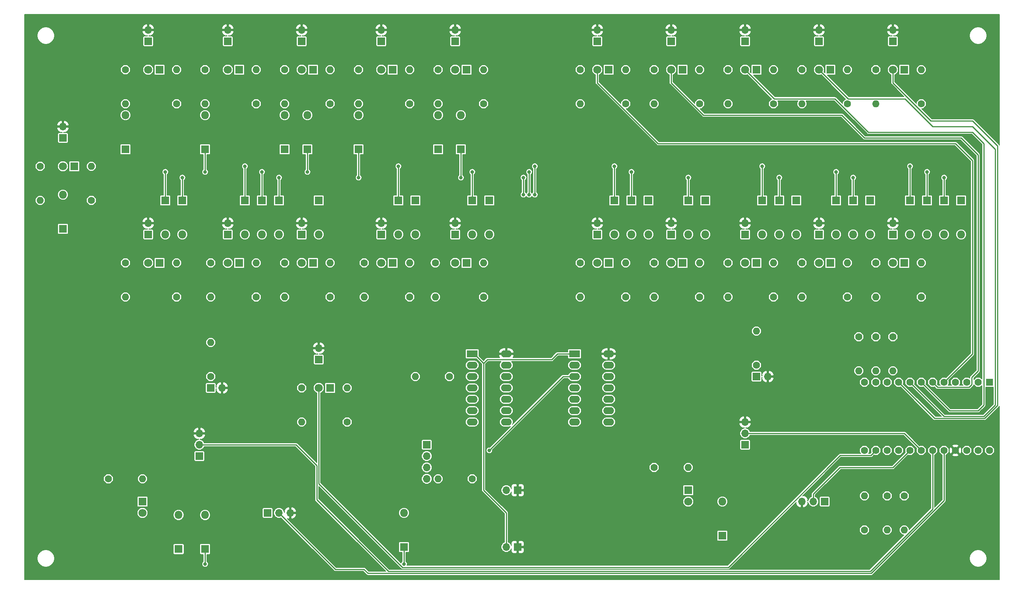
<source format=gbr>
G04 #@! TF.GenerationSoftware,KiCad,Pcbnew,(5.1.4)-1*
G04 #@! TF.CreationDate,2020-06-29T14:55:13+08:00*
G04 #@! TF.ProjectId,Kerbal Controller PCB,4b657262-616c-4204-936f-6e74726f6c6c,rev?*
G04 #@! TF.SameCoordinates,Original*
G04 #@! TF.FileFunction,Copper,L2,Bot*
G04 #@! TF.FilePolarity,Positive*
%FSLAX46Y46*%
G04 Gerber Fmt 4.6, Leading zero omitted, Abs format (unit mm)*
G04 Created by KiCad (PCBNEW (5.1.4)-1) date 2020-06-29 14:55:13*
%MOMM*%
%LPD*%
G04 APERTURE LIST*
%ADD10O,1.800000X1.800000*%
%ADD11R,1.800000X1.800000*%
%ADD12O,1.600000X1.600000*%
%ADD13C,1.600000*%
%ADD14O,1.700000X1.700000*%
%ADD15R,1.700000X1.700000*%
%ADD16C,1.800000*%
%ADD17O,2.400000X1.600000*%
%ADD18R,2.400000X1.600000*%
%ADD19R,1.600000X1.600000*%
%ADD20C,0.800000*%
%ADD21C,0.250000*%
%ADD22C,0.127000*%
G04 APERTURE END LIST*
D10*
X38100000Y-58420000D03*
D11*
X38100000Y-66040000D03*
D12*
X223520000Y-97790000D03*
D13*
X223520000Y-90170000D03*
D10*
X238760000Y-67310000D03*
D11*
X238760000Y-59690000D03*
D10*
X234950000Y-67310000D03*
D11*
X234950000Y-59690000D03*
D10*
X231140000Y-67310000D03*
D11*
X231140000Y-59690000D03*
D10*
X227330000Y-67310000D03*
D11*
X227330000Y-59690000D03*
D10*
X218440000Y-67310000D03*
D11*
X218440000Y-59690000D03*
D10*
X214630000Y-67310000D03*
D11*
X214630000Y-59690000D03*
D10*
X210820000Y-67310000D03*
D11*
X210820000Y-59690000D03*
D10*
X201930000Y-67310000D03*
D11*
X201930000Y-59690000D03*
D10*
X198120000Y-67310000D03*
D11*
X198120000Y-59690000D03*
D10*
X194310000Y-67310000D03*
D11*
X194310000Y-59690000D03*
D10*
X181610000Y-67310000D03*
D11*
X181610000Y-59690000D03*
D10*
X177800000Y-67310000D03*
D11*
X177800000Y-59690000D03*
D10*
X168910000Y-67310000D03*
D11*
X168910000Y-59690000D03*
D10*
X165100000Y-67310000D03*
D11*
X165100000Y-59690000D03*
D10*
X161290000Y-67310000D03*
D11*
X161290000Y-59690000D03*
D10*
X133350000Y-67310000D03*
D11*
X133350000Y-59690000D03*
D10*
X129540000Y-67310000D03*
D11*
X129540000Y-59690000D03*
D10*
X116840000Y-67310000D03*
D11*
X116840000Y-59690000D03*
D10*
X113030000Y-67310000D03*
D11*
X113030000Y-59690000D03*
D10*
X95250000Y-67310000D03*
D11*
X95250000Y-59690000D03*
D10*
X86360000Y-67310000D03*
D11*
X86360000Y-59690000D03*
D10*
X82550000Y-67310000D03*
D11*
X82550000Y-59690000D03*
D10*
X78740000Y-67310000D03*
D11*
X78740000Y-59690000D03*
D10*
X64770000Y-67310000D03*
D11*
X64770000Y-59690000D03*
D10*
X60960000Y-67310000D03*
D11*
X60960000Y-59690000D03*
D10*
X121920000Y-40640000D03*
D11*
X121920000Y-48260000D03*
D12*
X217170000Y-125730000D03*
D13*
X217170000Y-133350000D03*
D12*
X215900000Y-97790000D03*
D13*
X215900000Y-90170000D03*
D12*
X219710000Y-97790000D03*
D13*
X219710000Y-90170000D03*
D10*
X127000000Y-40640000D03*
D11*
X127000000Y-48260000D03*
D10*
X104140000Y-40640000D03*
D11*
X104140000Y-48260000D03*
D10*
X92710000Y-40640000D03*
D11*
X92710000Y-48260000D03*
D10*
X87630000Y-40640000D03*
D11*
X87630000Y-48260000D03*
D10*
X69850000Y-40640000D03*
D11*
X69850000Y-48260000D03*
D10*
X52070000Y-40640000D03*
D11*
X52070000Y-48260000D03*
D10*
X63940000Y-130000000D03*
D11*
X63940000Y-137620000D03*
D10*
X69850000Y-130000000D03*
D11*
X69850000Y-137620000D03*
D10*
X185420000Y-127000000D03*
D11*
X185420000Y-134620000D03*
D10*
X114300000Y-129540000D03*
D11*
X114300000Y-137160000D03*
D12*
X226060000Y-133350000D03*
D13*
X226060000Y-125730000D03*
D12*
X222250000Y-133350000D03*
D13*
X222250000Y-125730000D03*
D14*
X95250000Y-92710000D03*
D15*
X95250000Y-95250000D03*
D14*
X157480000Y-21590000D03*
D15*
X157480000Y-24130000D03*
D12*
X101600000Y-101600000D03*
D13*
X101600000Y-109220000D03*
D12*
X91440000Y-109220000D03*
D13*
X91440000Y-101600000D03*
D12*
X163830000Y-30480000D03*
D13*
X163830000Y-38100000D03*
D12*
X153670000Y-38100000D03*
D13*
X153670000Y-30480000D03*
D16*
X95250000Y-101600000D03*
D11*
X97790000Y-101600000D03*
D16*
X157480000Y-30480000D03*
D11*
X160020000Y-30480000D03*
D14*
X223520000Y-64770000D03*
D15*
X223520000Y-67310000D03*
D14*
X223520000Y-21590000D03*
D15*
X223520000Y-24130000D03*
D14*
X207010000Y-64770000D03*
D15*
X207010000Y-67310000D03*
D14*
X207010000Y-21590000D03*
D15*
X207010000Y-24130000D03*
D14*
X190500000Y-64770000D03*
D15*
X190500000Y-67310000D03*
D14*
X190500000Y-21590000D03*
D15*
X190500000Y-24130000D03*
D14*
X173990000Y-64770000D03*
D15*
X173990000Y-67310000D03*
D14*
X173990000Y-21590000D03*
D15*
X173990000Y-24130000D03*
D14*
X157480000Y-64770000D03*
D15*
X157480000Y-67310000D03*
D12*
X229870000Y-73660000D03*
D13*
X229870000Y-81280000D03*
D12*
X229870000Y-30480000D03*
D13*
X229870000Y-38100000D03*
D12*
X219710000Y-81280000D03*
D13*
X219710000Y-73660000D03*
D12*
X219710000Y-38100000D03*
D13*
X219710000Y-30480000D03*
D12*
X213360000Y-73660000D03*
D13*
X213360000Y-81280000D03*
D12*
X213360000Y-30480000D03*
D13*
X213360000Y-38100000D03*
D12*
X203200000Y-81280000D03*
D13*
X203200000Y-73660000D03*
D12*
X203200000Y-38100000D03*
D13*
X203200000Y-30480000D03*
D12*
X196850000Y-73660000D03*
D13*
X196850000Y-81280000D03*
D12*
X196850000Y-30480000D03*
D13*
X196850000Y-38100000D03*
D12*
X186690000Y-81280000D03*
D13*
X186690000Y-73660000D03*
D12*
X186690000Y-38100000D03*
D13*
X186690000Y-30480000D03*
D12*
X180340000Y-73660000D03*
D13*
X180340000Y-81280000D03*
D12*
X180340000Y-30480000D03*
D13*
X180340000Y-38100000D03*
D12*
X170180000Y-81280000D03*
D13*
X170180000Y-73660000D03*
D12*
X170180000Y-38100000D03*
D13*
X170180000Y-30480000D03*
D12*
X163830000Y-73660000D03*
D13*
X163830000Y-81280000D03*
D12*
X153670000Y-81280000D03*
D13*
X153670000Y-73660000D03*
D16*
X223520000Y-73660000D03*
D11*
X226060000Y-73660000D03*
D16*
X223520000Y-30480000D03*
D11*
X226060000Y-30480000D03*
D16*
X207010000Y-73660000D03*
D11*
X209550000Y-73660000D03*
D16*
X207010000Y-30480000D03*
D11*
X209550000Y-30480000D03*
D16*
X190500000Y-73660000D03*
D11*
X193040000Y-73660000D03*
D16*
X190500000Y-30480000D03*
D11*
X193040000Y-30480000D03*
D16*
X173990000Y-73660000D03*
D11*
X176530000Y-73660000D03*
D16*
X173990000Y-30480000D03*
D11*
X176530000Y-30480000D03*
D16*
X157480000Y-73660000D03*
D11*
X160020000Y-73660000D03*
D14*
X125730000Y-64770000D03*
D15*
X125730000Y-67310000D03*
D14*
X125730000Y-21590000D03*
D15*
X125730000Y-24130000D03*
D14*
X109220000Y-64770000D03*
D15*
X109220000Y-67310000D03*
D14*
X109220000Y-21590000D03*
D15*
X109220000Y-24130000D03*
D14*
X91440000Y-64770000D03*
D15*
X91440000Y-67310000D03*
D14*
X91440000Y-21590000D03*
D15*
X91440000Y-24130000D03*
D14*
X74930000Y-64770000D03*
D15*
X74930000Y-67310000D03*
D14*
X74930000Y-21590000D03*
D15*
X74930000Y-24130000D03*
D14*
X38100000Y-43180000D03*
D15*
X38100000Y-45720000D03*
D14*
X57150000Y-64770000D03*
D15*
X57150000Y-67310000D03*
D14*
X57150000Y-21590000D03*
D15*
X57150000Y-24130000D03*
D12*
X132080000Y-73660000D03*
D13*
X132080000Y-81280000D03*
D12*
X132080000Y-30480000D03*
D13*
X132080000Y-38100000D03*
D12*
X121285000Y-81280000D03*
D13*
X121285000Y-73660000D03*
D12*
X121920000Y-38100000D03*
D13*
X121920000Y-30480000D03*
D12*
X115570000Y-73660000D03*
D13*
X115570000Y-81280000D03*
D12*
X115570000Y-30480000D03*
D13*
X115570000Y-38100000D03*
D12*
X105410000Y-81280000D03*
D13*
X105410000Y-73660000D03*
D12*
X104140000Y-38100000D03*
D13*
X104140000Y-30480000D03*
D12*
X97790000Y-73660000D03*
D13*
X97790000Y-81280000D03*
D12*
X97790000Y-30480000D03*
D13*
X97790000Y-38100000D03*
D12*
X87630000Y-81280000D03*
D13*
X87630000Y-73660000D03*
D12*
X87630000Y-38100000D03*
D13*
X87630000Y-30480000D03*
D12*
X81280000Y-73660000D03*
D13*
X81280000Y-81280000D03*
D12*
X81280000Y-30480000D03*
D13*
X81280000Y-38100000D03*
D12*
X71120000Y-81280000D03*
D13*
X71120000Y-73660000D03*
D12*
X69850000Y-38100000D03*
D13*
X69850000Y-30480000D03*
D12*
X44450000Y-52070000D03*
D13*
X44450000Y-59690000D03*
D12*
X63500000Y-73660000D03*
D13*
X63500000Y-81280000D03*
D12*
X63500000Y-30480000D03*
D13*
X63500000Y-38100000D03*
D12*
X33020000Y-59690000D03*
D13*
X33020000Y-52070000D03*
D12*
X52070000Y-81280000D03*
D13*
X52070000Y-73660000D03*
D12*
X52070000Y-38100000D03*
D13*
X52070000Y-30480000D03*
D16*
X125730000Y-73660000D03*
D11*
X128270000Y-73660000D03*
D16*
X125730000Y-30480000D03*
D11*
X128270000Y-30480000D03*
D16*
X109220000Y-73660000D03*
D11*
X111760000Y-73660000D03*
D16*
X109220000Y-30480000D03*
D11*
X111760000Y-30480000D03*
D16*
X91440000Y-73660000D03*
D11*
X93980000Y-73660000D03*
D16*
X91440000Y-30480000D03*
D11*
X93980000Y-30480000D03*
D16*
X74930000Y-73660000D03*
D11*
X77470000Y-73660000D03*
D16*
X74930000Y-30480000D03*
D11*
X77470000Y-30480000D03*
D16*
X38100000Y-52070000D03*
D11*
X40640000Y-52070000D03*
D16*
X57150000Y-73660000D03*
D11*
X59690000Y-73660000D03*
D16*
X57150000Y-30480000D03*
D11*
X59690000Y-30480000D03*
D17*
X160020000Y-93980000D03*
X152400000Y-109220000D03*
X160020000Y-96520000D03*
X152400000Y-106680000D03*
X160020000Y-99060000D03*
X152400000Y-104140000D03*
X160020000Y-101600000D03*
X152400000Y-101600000D03*
X160020000Y-104140000D03*
X152400000Y-99060000D03*
X160020000Y-106680000D03*
X152400000Y-96520000D03*
X160020000Y-109220000D03*
D18*
X152400000Y-93980000D03*
D17*
X137160000Y-93980000D03*
X129540000Y-109220000D03*
X137160000Y-96520000D03*
X129540000Y-106680000D03*
X137160000Y-99060000D03*
X129540000Y-104140000D03*
X137160000Y-101600000D03*
X129540000Y-101600000D03*
X137160000Y-104140000D03*
X129540000Y-99060000D03*
X137160000Y-106680000D03*
X129540000Y-96520000D03*
X137160000Y-109220000D03*
D18*
X129540000Y-93980000D03*
D14*
X137160000Y-124460000D03*
D15*
X139700000Y-124460000D03*
D14*
X137160000Y-137160000D03*
D15*
X139700000Y-137160000D03*
D12*
X116840000Y-99060000D03*
D13*
X124460000Y-99060000D03*
D12*
X121920000Y-121920000D03*
D13*
X129540000Y-121920000D03*
D14*
X119380000Y-121920000D03*
X119380000Y-119380000D03*
X119380000Y-116840000D03*
D15*
X119380000Y-114300000D03*
D12*
X71120000Y-91440000D03*
D13*
X71120000Y-99060000D03*
D12*
X193040000Y-88900000D03*
D13*
X193040000Y-96520000D03*
X245110000Y-115570000D03*
X242570000Y-115570000D03*
X240030000Y-115570000D03*
X237490000Y-115570000D03*
X234950000Y-115570000D03*
X232410000Y-115570000D03*
X229870000Y-115570000D03*
X227330000Y-115570000D03*
X224790000Y-115570000D03*
X222250000Y-115570000D03*
X219710000Y-115570000D03*
X217170000Y-115570000D03*
X217170000Y-100330000D03*
X219710000Y-100330000D03*
X222250000Y-100330000D03*
X224790000Y-100330000D03*
X227330000Y-100330000D03*
X229870000Y-100330000D03*
X232410000Y-100330000D03*
X234950000Y-100330000D03*
X237490000Y-100330000D03*
X240030000Y-100330000D03*
X242570000Y-100330000D03*
D19*
X245110000Y-100330000D03*
D14*
X73660000Y-101600000D03*
D15*
X71120000Y-101600000D03*
D14*
X195580000Y-99060000D03*
D15*
X193040000Y-99060000D03*
D12*
X55880000Y-121920000D03*
D13*
X48260000Y-121920000D03*
D12*
X177800000Y-119380000D03*
D13*
X170180000Y-119380000D03*
D14*
X68580000Y-111760000D03*
X68580000Y-114300000D03*
D15*
X68580000Y-116840000D03*
D14*
X88900000Y-129540000D03*
X86360000Y-129540000D03*
D15*
X83820000Y-129540000D03*
D14*
X203200000Y-127000000D03*
X205740000Y-127000000D03*
D15*
X208280000Y-127000000D03*
D14*
X190500000Y-109220000D03*
X190500000Y-111760000D03*
D15*
X190500000Y-114300000D03*
D16*
X55880000Y-129540000D03*
D11*
X55880000Y-127000000D03*
D16*
X177800000Y-127000000D03*
D11*
X177800000Y-124460000D03*
D20*
X133350000Y-115570000D03*
X69850000Y-140970000D03*
X114300000Y-140970000D03*
X78740000Y-52070000D03*
X113030000Y-52070000D03*
X161290000Y-52070000D03*
X194310000Y-52070000D03*
X227330000Y-52070000D03*
X69850000Y-53340000D03*
X60960000Y-53340000D03*
X82550000Y-53340000D03*
X129540000Y-53340000D03*
X92710000Y-53340000D03*
X165100000Y-53340000D03*
X210820000Y-53340000D03*
X231140000Y-53340000D03*
X104140000Y-54610000D03*
X64770000Y-54610000D03*
X86360000Y-54610000D03*
X127000000Y-54610000D03*
X177800000Y-54610000D03*
X198120000Y-54610000D03*
X214630000Y-54610000D03*
X234950000Y-54610000D03*
X142240000Y-58420000D03*
X142240000Y-53340000D03*
X140970000Y-58420000D03*
X140970000Y-54610000D03*
X143510000Y-58420000D03*
X143510000Y-52070000D03*
D21*
X149860000Y-99060000D02*
X152400000Y-99060000D01*
X133350000Y-115570000D02*
X149860000Y-99060000D01*
X137160000Y-137160000D02*
X137160000Y-129540000D01*
X137160000Y-129540000D02*
X132080000Y-124460000D01*
X129940000Y-93980000D02*
X129540000Y-93980000D01*
X132080000Y-96120000D02*
X129940000Y-93980000D01*
X132080000Y-124460000D02*
X132080000Y-96120000D01*
X132950000Y-95250000D02*
X147320000Y-95250000D01*
X132080000Y-96120000D02*
X132950000Y-95250000D01*
X148590000Y-93980000D02*
X152400000Y-93980000D01*
X147320000Y-95250000D02*
X148590000Y-93980000D01*
X233535001Y-101455001D02*
X233209999Y-101129999D01*
X233209999Y-101129999D02*
X232410000Y-100330000D01*
X241155001Y-100870001D02*
X240570001Y-101455001D01*
X241155001Y-99204999D02*
X241155001Y-100870001D01*
X242570000Y-97790000D02*
X241155001Y-99204999D01*
X242570000Y-49530000D02*
X242570000Y-97790000D01*
X238760000Y-45720000D02*
X242570000Y-49530000D01*
X212090000Y-40640000D02*
X217170000Y-45720000D01*
X240570001Y-101455001D02*
X233535001Y-101455001D01*
X217170000Y-45720000D02*
X238760000Y-45720000D01*
X181214998Y-40640000D02*
X212090000Y-40640000D01*
X173990000Y-33415002D02*
X181214998Y-40640000D01*
X173990000Y-30480000D02*
X173990000Y-33415002D01*
X196994999Y-36974999D02*
X190500000Y-30480000D01*
X210569997Y-36974999D02*
X196994999Y-36974999D01*
X218044998Y-44450000D02*
X210569997Y-36974999D01*
X236220000Y-106680000D02*
X242570000Y-106680000D01*
X229870000Y-100330000D02*
X236220000Y-106680000D01*
X242570000Y-106680000D02*
X243840000Y-105410000D01*
X243840000Y-105410000D02*
X243840000Y-46990000D01*
X243840000Y-46990000D02*
X241300000Y-44450000D01*
X241300000Y-44450000D02*
X218044998Y-44450000D01*
X207010000Y-30480000D02*
X213504999Y-36974999D01*
X213504999Y-36974999D02*
X226204999Y-36974999D01*
X226204999Y-36974999D02*
X232410000Y-43180000D01*
X232410000Y-43180000D02*
X241300000Y-43180000D01*
X246380000Y-105410000D02*
X243840000Y-107950000D01*
X246380000Y-48260000D02*
X246380000Y-105410000D01*
X241300000Y-43180000D02*
X246380000Y-48260000D01*
X234950000Y-107950000D02*
X227330000Y-100330000D01*
X243840000Y-107950000D02*
X234950000Y-107950000D01*
X225589999Y-101129999D02*
X224790000Y-100330000D01*
X244026400Y-108400010D02*
X232860010Y-108400010D01*
X223520000Y-30480000D02*
X223520000Y-33415002D01*
X232860010Y-108400010D02*
X225589999Y-101129999D01*
X223520000Y-33415002D02*
X232014998Y-41910000D01*
X232014998Y-41910000D02*
X241300000Y-41910000D01*
X241300000Y-41910000D02*
X246888000Y-47498000D01*
X246888000Y-47498000D02*
X246888000Y-105538410D01*
X246888000Y-105538410D02*
X244026400Y-108400010D01*
X241300000Y-93980000D02*
X234950000Y-100330000D01*
X241300000Y-50800000D02*
X241300000Y-93980000D01*
X237490000Y-46990000D02*
X241300000Y-50800000D01*
X171054998Y-46990000D02*
X237490000Y-46990000D01*
X157480000Y-30480000D02*
X157480000Y-33415002D01*
X157480000Y-33415002D02*
X171054998Y-46990000D01*
X226060000Y-111760000D02*
X229870000Y-115570000D01*
X190500000Y-111760000D02*
X226060000Y-111760000D01*
X205740000Y-125334998D02*
X211694998Y-119380000D01*
X205740000Y-127000000D02*
X205740000Y-125334998D01*
X211694998Y-119380000D02*
X223520000Y-119380000D01*
X223520000Y-119380000D02*
X227330000Y-115570000D01*
X69850000Y-137620000D02*
X69850000Y-140970000D01*
X114300000Y-137160000D02*
X114300000Y-140970000D01*
X78740000Y-59690000D02*
X78740000Y-52070000D01*
X113030000Y-59690000D02*
X113030000Y-52070000D01*
X161290000Y-59690000D02*
X161290000Y-52070000D01*
X194310000Y-59690000D02*
X194310000Y-52070000D01*
X227330000Y-59690000D02*
X227330000Y-52070000D01*
X69850000Y-48260000D02*
X69850000Y-53340000D01*
X60960000Y-59690000D02*
X60960000Y-53340000D01*
X82550000Y-59690000D02*
X82550000Y-53340000D01*
X129540000Y-59690000D02*
X129540000Y-53340000D01*
X92710000Y-48260000D02*
X92710000Y-53340000D01*
X165100000Y-59690000D02*
X165100000Y-53340000D01*
X210820000Y-59690000D02*
X210820000Y-53340000D01*
X231140000Y-59690000D02*
X231140000Y-53340000D01*
X104140000Y-48260000D02*
X104140000Y-54610000D01*
X64770000Y-59690000D02*
X64770000Y-54610000D01*
X86360000Y-59690000D02*
X86360000Y-54610000D01*
X127000000Y-48260000D02*
X127000000Y-54610000D01*
X177800000Y-59690000D02*
X177800000Y-54610000D01*
X198120000Y-59690000D02*
X198120000Y-54610000D01*
X214630000Y-59690000D02*
X214630000Y-54610000D01*
X234950000Y-59690000D02*
X234950000Y-54610000D01*
X142240000Y-58420000D02*
X142240000Y-53340000D01*
X140970000Y-58420000D02*
X140970000Y-54610000D01*
X218584999Y-116695001D02*
X218910001Y-116369999D01*
X218910001Y-116369999D02*
X219710000Y-115570000D01*
X211765997Y-116695001D02*
X218584999Y-116695001D01*
X186765997Y-141695001D02*
X211765997Y-116695001D01*
X113951999Y-141695001D02*
X186765997Y-141695001D01*
X95250000Y-122993002D02*
X113951999Y-141695001D01*
X95250000Y-101600000D02*
X95250000Y-122993002D01*
X234950000Y-116701370D02*
X234950000Y-115570000D01*
X106215028Y-143045028D02*
X218666384Y-143045028D01*
X218666384Y-143045028D02*
X234950000Y-126761412D01*
X86360000Y-129540000D02*
X98965010Y-142145010D01*
X234950000Y-126761412D02*
X234950000Y-116701370D01*
X105315010Y-142145010D02*
X106215028Y-143045028D01*
X98965010Y-142145010D02*
X105315010Y-142145010D01*
X232410000Y-128665002D02*
X232410000Y-116701370D01*
X68580000Y-114300000D02*
X90170000Y-114300000D01*
X94799990Y-118929990D02*
X94799990Y-126549990D01*
X90170000Y-114300000D02*
X94799990Y-118929990D01*
X94799990Y-126549990D02*
X110845019Y-142595019D01*
X110845019Y-142595019D02*
X218479983Y-142595019D01*
X232410000Y-116701370D02*
X232410000Y-115570000D01*
X218479983Y-142595019D02*
X232410000Y-128665002D01*
X143510000Y-58420000D02*
X143510000Y-52070000D01*
D22*
G36*
X247307501Y-47356543D02*
G01*
X247298795Y-47327843D01*
X247257705Y-47250971D01*
X247202409Y-47183591D01*
X247185521Y-47169732D01*
X241628270Y-41612481D01*
X241614409Y-41595591D01*
X241547029Y-41540295D01*
X241470157Y-41499205D01*
X241386745Y-41473903D01*
X241321737Y-41467500D01*
X241321734Y-41467500D01*
X241300000Y-41465359D01*
X241278266Y-41467500D01*
X232198287Y-41467500D01*
X229948287Y-39217500D01*
X229980064Y-39217500D01*
X230195963Y-39174555D01*
X230399335Y-39090316D01*
X230582365Y-38968019D01*
X230738019Y-38812365D01*
X230860316Y-38629335D01*
X230944555Y-38425963D01*
X230987500Y-38210064D01*
X230987500Y-37989936D01*
X230944555Y-37774037D01*
X230860316Y-37570665D01*
X230738019Y-37387635D01*
X230582365Y-37231981D01*
X230399335Y-37109684D01*
X230195963Y-37025445D01*
X229980064Y-36982500D01*
X229759936Y-36982500D01*
X229544037Y-37025445D01*
X229340665Y-37109684D01*
X229157635Y-37231981D01*
X229001981Y-37387635D01*
X228879684Y-37570665D01*
X228795445Y-37774037D01*
X228752500Y-37989936D01*
X228752500Y-38021713D01*
X223962500Y-33231713D01*
X223962500Y-31614523D01*
X224096703Y-31558935D01*
X224296111Y-31425694D01*
X224465694Y-31256111D01*
X224598935Y-31056703D01*
X224690712Y-30835132D01*
X224737500Y-30599913D01*
X224737500Y-30360087D01*
X224690712Y-30124868D01*
X224598935Y-29903297D01*
X224465694Y-29703889D01*
X224341805Y-29580000D01*
X224840964Y-29580000D01*
X224840964Y-31380000D01*
X224847094Y-31442241D01*
X224865249Y-31502090D01*
X224894731Y-31557247D01*
X224934407Y-31605593D01*
X224982753Y-31645269D01*
X225037910Y-31674751D01*
X225097759Y-31692906D01*
X225160000Y-31699036D01*
X226960000Y-31699036D01*
X227022241Y-31692906D01*
X227082090Y-31674751D01*
X227137247Y-31645269D01*
X227185593Y-31605593D01*
X227225269Y-31557247D01*
X227254751Y-31502090D01*
X227272906Y-31442241D01*
X227279036Y-31380000D01*
X227279036Y-30480000D01*
X228747093Y-30480000D01*
X228768669Y-30699068D01*
X228832569Y-30909718D01*
X228936337Y-31103854D01*
X229075985Y-31274015D01*
X229246146Y-31413663D01*
X229440282Y-31517431D01*
X229650932Y-31581331D01*
X229815101Y-31597500D01*
X229924899Y-31597500D01*
X230089068Y-31581331D01*
X230299718Y-31517431D01*
X230493854Y-31413663D01*
X230664015Y-31274015D01*
X230803663Y-31103854D01*
X230907431Y-30909718D01*
X230971331Y-30699068D01*
X230992907Y-30480000D01*
X230971331Y-30260932D01*
X230907431Y-30050282D01*
X230803663Y-29856146D01*
X230664015Y-29685985D01*
X230493854Y-29546337D01*
X230299718Y-29442569D01*
X230089068Y-29378669D01*
X229924899Y-29362500D01*
X229815101Y-29362500D01*
X229650932Y-29378669D01*
X229440282Y-29442569D01*
X229246146Y-29546337D01*
X229075985Y-29685985D01*
X228936337Y-29856146D01*
X228832569Y-30050282D01*
X228768669Y-30260932D01*
X228747093Y-30480000D01*
X227279036Y-30480000D01*
X227279036Y-29580000D01*
X227272906Y-29517759D01*
X227254751Y-29457910D01*
X227225269Y-29402753D01*
X227185593Y-29354407D01*
X227137247Y-29314731D01*
X227082090Y-29285249D01*
X227022241Y-29267094D01*
X226960000Y-29260964D01*
X225160000Y-29260964D01*
X225097759Y-29267094D01*
X225037910Y-29285249D01*
X224982753Y-29314731D01*
X224934407Y-29354407D01*
X224894731Y-29402753D01*
X224865249Y-29457910D01*
X224847094Y-29517759D01*
X224840964Y-29580000D01*
X224341805Y-29580000D01*
X224296111Y-29534306D01*
X224096703Y-29401065D01*
X223875132Y-29309288D01*
X223639913Y-29262500D01*
X223400087Y-29262500D01*
X223164868Y-29309288D01*
X222943297Y-29401065D01*
X222743889Y-29534306D01*
X222574306Y-29703889D01*
X222441065Y-29903297D01*
X222349288Y-30124868D01*
X222302500Y-30360087D01*
X222302500Y-30599913D01*
X222349288Y-30835132D01*
X222441065Y-31056703D01*
X222574306Y-31256111D01*
X222743889Y-31425694D01*
X222943297Y-31558935D01*
X223077500Y-31614523D01*
X223077501Y-33393258D01*
X223075359Y-33415002D01*
X223083904Y-33501747D01*
X223109205Y-33585158D01*
X223150295Y-33662031D01*
X223191735Y-33712526D01*
X223205592Y-33729411D01*
X223222476Y-33743267D01*
X226011708Y-36532499D01*
X213688289Y-36532499D01*
X208854825Y-31699036D01*
X210450000Y-31699036D01*
X210512241Y-31692906D01*
X210572090Y-31674751D01*
X210627247Y-31645269D01*
X210675593Y-31605593D01*
X210715269Y-31557247D01*
X210744751Y-31502090D01*
X210762906Y-31442241D01*
X210769036Y-31380000D01*
X210769036Y-30480000D01*
X212237093Y-30480000D01*
X212258669Y-30699068D01*
X212322569Y-30909718D01*
X212426337Y-31103854D01*
X212565985Y-31274015D01*
X212736146Y-31413663D01*
X212930282Y-31517431D01*
X213140932Y-31581331D01*
X213305101Y-31597500D01*
X213414899Y-31597500D01*
X213579068Y-31581331D01*
X213789718Y-31517431D01*
X213983854Y-31413663D01*
X214154015Y-31274015D01*
X214293663Y-31103854D01*
X214397431Y-30909718D01*
X214461331Y-30699068D01*
X214482907Y-30480000D01*
X214472067Y-30369936D01*
X218592500Y-30369936D01*
X218592500Y-30590064D01*
X218635445Y-30805963D01*
X218719684Y-31009335D01*
X218841981Y-31192365D01*
X218997635Y-31348019D01*
X219180665Y-31470316D01*
X219384037Y-31554555D01*
X219599936Y-31597500D01*
X219820064Y-31597500D01*
X220035963Y-31554555D01*
X220239335Y-31470316D01*
X220422365Y-31348019D01*
X220578019Y-31192365D01*
X220700316Y-31009335D01*
X220784555Y-30805963D01*
X220827500Y-30590064D01*
X220827500Y-30369936D01*
X220784555Y-30154037D01*
X220700316Y-29950665D01*
X220578019Y-29767635D01*
X220422365Y-29611981D01*
X220239335Y-29489684D01*
X220035963Y-29405445D01*
X219820064Y-29362500D01*
X219599936Y-29362500D01*
X219384037Y-29405445D01*
X219180665Y-29489684D01*
X218997635Y-29611981D01*
X218841981Y-29767635D01*
X218719684Y-29950665D01*
X218635445Y-30154037D01*
X218592500Y-30369936D01*
X214472067Y-30369936D01*
X214461331Y-30260932D01*
X214397431Y-30050282D01*
X214293663Y-29856146D01*
X214154015Y-29685985D01*
X213983854Y-29546337D01*
X213789718Y-29442569D01*
X213579068Y-29378669D01*
X213414899Y-29362500D01*
X213305101Y-29362500D01*
X213140932Y-29378669D01*
X212930282Y-29442569D01*
X212736146Y-29546337D01*
X212565985Y-29685985D01*
X212426337Y-29856146D01*
X212322569Y-30050282D01*
X212258669Y-30260932D01*
X212237093Y-30480000D01*
X210769036Y-30480000D01*
X210769036Y-29580000D01*
X210762906Y-29517759D01*
X210744751Y-29457910D01*
X210715269Y-29402753D01*
X210675593Y-29354407D01*
X210627247Y-29314731D01*
X210572090Y-29285249D01*
X210512241Y-29267094D01*
X210450000Y-29260964D01*
X208650000Y-29260964D01*
X208587759Y-29267094D01*
X208527910Y-29285249D01*
X208472753Y-29314731D01*
X208424407Y-29354407D01*
X208384731Y-29402753D01*
X208355249Y-29457910D01*
X208337094Y-29517759D01*
X208330964Y-29580000D01*
X208330964Y-31175175D01*
X208125124Y-30969335D01*
X208180712Y-30835132D01*
X208227500Y-30599913D01*
X208227500Y-30360087D01*
X208180712Y-30124868D01*
X208088935Y-29903297D01*
X207955694Y-29703889D01*
X207786111Y-29534306D01*
X207586703Y-29401065D01*
X207365132Y-29309288D01*
X207129913Y-29262500D01*
X206890087Y-29262500D01*
X206654868Y-29309288D01*
X206433297Y-29401065D01*
X206233889Y-29534306D01*
X206064306Y-29703889D01*
X205931065Y-29903297D01*
X205839288Y-30124868D01*
X205792500Y-30360087D01*
X205792500Y-30599913D01*
X205839288Y-30835132D01*
X205931065Y-31056703D01*
X206064306Y-31256111D01*
X206233889Y-31425694D01*
X206433297Y-31558935D01*
X206654868Y-31650712D01*
X206890087Y-31697500D01*
X207129913Y-31697500D01*
X207365132Y-31650712D01*
X207499335Y-31595124D01*
X212960228Y-37056018D01*
X212830665Y-37109684D01*
X212647635Y-37231981D01*
X212491981Y-37387635D01*
X212369684Y-37570665D01*
X212285445Y-37774037D01*
X212242500Y-37989936D01*
X212242500Y-38021713D01*
X210898267Y-36677480D01*
X210884406Y-36660590D01*
X210817026Y-36605294D01*
X210740154Y-36564204D01*
X210656742Y-36538902D01*
X210591734Y-36532499D01*
X210591731Y-36532499D01*
X210569997Y-36530358D01*
X210548263Y-36532499D01*
X197178289Y-36532499D01*
X192344825Y-31699036D01*
X193940000Y-31699036D01*
X194002241Y-31692906D01*
X194062090Y-31674751D01*
X194117247Y-31645269D01*
X194165593Y-31605593D01*
X194205269Y-31557247D01*
X194234751Y-31502090D01*
X194252906Y-31442241D01*
X194259036Y-31380000D01*
X194259036Y-30480000D01*
X195727093Y-30480000D01*
X195748669Y-30699068D01*
X195812569Y-30909718D01*
X195916337Y-31103854D01*
X196055985Y-31274015D01*
X196226146Y-31413663D01*
X196420282Y-31517431D01*
X196630932Y-31581331D01*
X196795101Y-31597500D01*
X196904899Y-31597500D01*
X197069068Y-31581331D01*
X197279718Y-31517431D01*
X197473854Y-31413663D01*
X197644015Y-31274015D01*
X197783663Y-31103854D01*
X197887431Y-30909718D01*
X197951331Y-30699068D01*
X197972907Y-30480000D01*
X197962067Y-30369936D01*
X202082500Y-30369936D01*
X202082500Y-30590064D01*
X202125445Y-30805963D01*
X202209684Y-31009335D01*
X202331981Y-31192365D01*
X202487635Y-31348019D01*
X202670665Y-31470316D01*
X202874037Y-31554555D01*
X203089936Y-31597500D01*
X203310064Y-31597500D01*
X203525963Y-31554555D01*
X203729335Y-31470316D01*
X203912365Y-31348019D01*
X204068019Y-31192365D01*
X204190316Y-31009335D01*
X204274555Y-30805963D01*
X204317500Y-30590064D01*
X204317500Y-30369936D01*
X204274555Y-30154037D01*
X204190316Y-29950665D01*
X204068019Y-29767635D01*
X203912365Y-29611981D01*
X203729335Y-29489684D01*
X203525963Y-29405445D01*
X203310064Y-29362500D01*
X203089936Y-29362500D01*
X202874037Y-29405445D01*
X202670665Y-29489684D01*
X202487635Y-29611981D01*
X202331981Y-29767635D01*
X202209684Y-29950665D01*
X202125445Y-30154037D01*
X202082500Y-30369936D01*
X197962067Y-30369936D01*
X197951331Y-30260932D01*
X197887431Y-30050282D01*
X197783663Y-29856146D01*
X197644015Y-29685985D01*
X197473854Y-29546337D01*
X197279718Y-29442569D01*
X197069068Y-29378669D01*
X196904899Y-29362500D01*
X196795101Y-29362500D01*
X196630932Y-29378669D01*
X196420282Y-29442569D01*
X196226146Y-29546337D01*
X196055985Y-29685985D01*
X195916337Y-29856146D01*
X195812569Y-30050282D01*
X195748669Y-30260932D01*
X195727093Y-30480000D01*
X194259036Y-30480000D01*
X194259036Y-29580000D01*
X194252906Y-29517759D01*
X194234751Y-29457910D01*
X194205269Y-29402753D01*
X194165593Y-29354407D01*
X194117247Y-29314731D01*
X194062090Y-29285249D01*
X194002241Y-29267094D01*
X193940000Y-29260964D01*
X192140000Y-29260964D01*
X192077759Y-29267094D01*
X192017910Y-29285249D01*
X191962753Y-29314731D01*
X191914407Y-29354407D01*
X191874731Y-29402753D01*
X191845249Y-29457910D01*
X191827094Y-29517759D01*
X191820964Y-29580000D01*
X191820964Y-31175175D01*
X191615124Y-30969335D01*
X191670712Y-30835132D01*
X191717500Y-30599913D01*
X191717500Y-30360087D01*
X191670712Y-30124868D01*
X191578935Y-29903297D01*
X191445694Y-29703889D01*
X191276111Y-29534306D01*
X191076703Y-29401065D01*
X190855132Y-29309288D01*
X190619913Y-29262500D01*
X190380087Y-29262500D01*
X190144868Y-29309288D01*
X189923297Y-29401065D01*
X189723889Y-29534306D01*
X189554306Y-29703889D01*
X189421065Y-29903297D01*
X189329288Y-30124868D01*
X189282500Y-30360087D01*
X189282500Y-30599913D01*
X189329288Y-30835132D01*
X189421065Y-31056703D01*
X189554306Y-31256111D01*
X189723889Y-31425694D01*
X189923297Y-31558935D01*
X190144868Y-31650712D01*
X190380087Y-31697500D01*
X190619913Y-31697500D01*
X190855132Y-31650712D01*
X190989335Y-31595124D01*
X196450228Y-37056018D01*
X196320665Y-37109684D01*
X196137635Y-37231981D01*
X195981981Y-37387635D01*
X195859684Y-37570665D01*
X195775445Y-37774037D01*
X195732500Y-37989936D01*
X195732500Y-38210064D01*
X195775445Y-38425963D01*
X195859684Y-38629335D01*
X195981981Y-38812365D01*
X196137635Y-38968019D01*
X196320665Y-39090316D01*
X196524037Y-39174555D01*
X196739936Y-39217500D01*
X196960064Y-39217500D01*
X197175963Y-39174555D01*
X197379335Y-39090316D01*
X197562365Y-38968019D01*
X197718019Y-38812365D01*
X197840316Y-38629335D01*
X197924555Y-38425963D01*
X197967500Y-38210064D01*
X197967500Y-37989936D01*
X197924555Y-37774037D01*
X197840316Y-37570665D01*
X197737974Y-37417499D01*
X202314468Y-37417499D01*
X202266337Y-37476146D01*
X202162569Y-37670282D01*
X202098669Y-37880932D01*
X202077093Y-38100000D01*
X202098669Y-38319068D01*
X202162569Y-38529718D01*
X202266337Y-38723854D01*
X202405985Y-38894015D01*
X202576146Y-39033663D01*
X202770282Y-39137431D01*
X202980932Y-39201331D01*
X203145101Y-39217500D01*
X203254899Y-39217500D01*
X203419068Y-39201331D01*
X203629718Y-39137431D01*
X203823854Y-39033663D01*
X203994015Y-38894015D01*
X204133663Y-38723854D01*
X204237431Y-38529718D01*
X204301331Y-38319068D01*
X204322907Y-38100000D01*
X204301331Y-37880932D01*
X204237431Y-37670282D01*
X204133663Y-37476146D01*
X204085532Y-37417499D01*
X210386708Y-37417499D01*
X217716732Y-44747524D01*
X217730589Y-44764409D01*
X217747473Y-44778265D01*
X217797968Y-44819705D01*
X217874841Y-44860795D01*
X217958253Y-44886097D01*
X218023261Y-44892500D01*
X218023264Y-44892500D01*
X218044998Y-44894641D01*
X218066732Y-44892500D01*
X241116711Y-44892500D01*
X243397501Y-47173290D01*
X243397500Y-99577116D01*
X243282365Y-99461981D01*
X243099335Y-99339684D01*
X242895963Y-99255445D01*
X242680064Y-99212500D01*
X242459936Y-99212500D01*
X242244037Y-99255445D01*
X242040665Y-99339684D01*
X241857635Y-99461981D01*
X241701981Y-99617635D01*
X241597501Y-99774000D01*
X241597501Y-99388288D01*
X242867525Y-98118265D01*
X242884409Y-98104409D01*
X242898551Y-98087177D01*
X242939705Y-98037030D01*
X242980795Y-97960157D01*
X242999924Y-97897094D01*
X243006097Y-97876745D01*
X243012500Y-97811737D01*
X243012500Y-97811734D01*
X243014641Y-97790000D01*
X243012500Y-97768266D01*
X243012500Y-49551737D01*
X243014641Y-49530000D01*
X243006097Y-49443255D01*
X242980795Y-49359843D01*
X242939705Y-49282971D01*
X242898265Y-49232475D01*
X242884409Y-49215591D01*
X242867526Y-49201736D01*
X239088270Y-45422481D01*
X239074409Y-45405591D01*
X239007029Y-45350295D01*
X238930157Y-45309205D01*
X238846745Y-45283903D01*
X238781737Y-45277500D01*
X238781734Y-45277500D01*
X238760000Y-45275359D01*
X238738266Y-45277500D01*
X217353290Y-45277500D01*
X212418270Y-40342481D01*
X212404409Y-40325591D01*
X212337029Y-40270295D01*
X212260157Y-40229205D01*
X212176745Y-40203903D01*
X212111737Y-40197500D01*
X212111734Y-40197500D01*
X212090000Y-40195359D01*
X212068266Y-40197500D01*
X181398288Y-40197500D01*
X180418288Y-39217500D01*
X180450064Y-39217500D01*
X180665963Y-39174555D01*
X180869335Y-39090316D01*
X181052365Y-38968019D01*
X181208019Y-38812365D01*
X181330316Y-38629335D01*
X181414555Y-38425963D01*
X181457500Y-38210064D01*
X181457500Y-38100000D01*
X185567093Y-38100000D01*
X185588669Y-38319068D01*
X185652569Y-38529718D01*
X185756337Y-38723854D01*
X185895985Y-38894015D01*
X186066146Y-39033663D01*
X186260282Y-39137431D01*
X186470932Y-39201331D01*
X186635101Y-39217500D01*
X186744899Y-39217500D01*
X186909068Y-39201331D01*
X187119718Y-39137431D01*
X187313854Y-39033663D01*
X187484015Y-38894015D01*
X187623663Y-38723854D01*
X187727431Y-38529718D01*
X187791331Y-38319068D01*
X187812907Y-38100000D01*
X187791331Y-37880932D01*
X187727431Y-37670282D01*
X187623663Y-37476146D01*
X187484015Y-37305985D01*
X187313854Y-37166337D01*
X187119718Y-37062569D01*
X186909068Y-36998669D01*
X186744899Y-36982500D01*
X186635101Y-36982500D01*
X186470932Y-36998669D01*
X186260282Y-37062569D01*
X186066146Y-37166337D01*
X185895985Y-37305985D01*
X185756337Y-37476146D01*
X185652569Y-37670282D01*
X185588669Y-37880932D01*
X185567093Y-38100000D01*
X181457500Y-38100000D01*
X181457500Y-37989936D01*
X181414555Y-37774037D01*
X181330316Y-37570665D01*
X181208019Y-37387635D01*
X181052365Y-37231981D01*
X180869335Y-37109684D01*
X180665963Y-37025445D01*
X180450064Y-36982500D01*
X180229936Y-36982500D01*
X180014037Y-37025445D01*
X179810665Y-37109684D01*
X179627635Y-37231981D01*
X179471981Y-37387635D01*
X179349684Y-37570665D01*
X179265445Y-37774037D01*
X179222500Y-37989936D01*
X179222500Y-38021712D01*
X174432500Y-33231713D01*
X174432500Y-31614523D01*
X174566703Y-31558935D01*
X174766111Y-31425694D01*
X174935694Y-31256111D01*
X175068935Y-31056703D01*
X175160712Y-30835132D01*
X175207500Y-30599913D01*
X175207500Y-30360087D01*
X175160712Y-30124868D01*
X175068935Y-29903297D01*
X174935694Y-29703889D01*
X174811805Y-29580000D01*
X175310964Y-29580000D01*
X175310964Y-31380000D01*
X175317094Y-31442241D01*
X175335249Y-31502090D01*
X175364731Y-31557247D01*
X175404407Y-31605593D01*
X175452753Y-31645269D01*
X175507910Y-31674751D01*
X175567759Y-31692906D01*
X175630000Y-31699036D01*
X177430000Y-31699036D01*
X177492241Y-31692906D01*
X177552090Y-31674751D01*
X177607247Y-31645269D01*
X177655593Y-31605593D01*
X177695269Y-31557247D01*
X177724751Y-31502090D01*
X177742906Y-31442241D01*
X177749036Y-31380000D01*
X177749036Y-30480000D01*
X179217093Y-30480000D01*
X179238669Y-30699068D01*
X179302569Y-30909718D01*
X179406337Y-31103854D01*
X179545985Y-31274015D01*
X179716146Y-31413663D01*
X179910282Y-31517431D01*
X180120932Y-31581331D01*
X180285101Y-31597500D01*
X180394899Y-31597500D01*
X180559068Y-31581331D01*
X180769718Y-31517431D01*
X180963854Y-31413663D01*
X181134015Y-31274015D01*
X181273663Y-31103854D01*
X181377431Y-30909718D01*
X181441331Y-30699068D01*
X181462907Y-30480000D01*
X181452067Y-30369936D01*
X185572500Y-30369936D01*
X185572500Y-30590064D01*
X185615445Y-30805963D01*
X185699684Y-31009335D01*
X185821981Y-31192365D01*
X185977635Y-31348019D01*
X186160665Y-31470316D01*
X186364037Y-31554555D01*
X186579936Y-31597500D01*
X186800064Y-31597500D01*
X187015963Y-31554555D01*
X187219335Y-31470316D01*
X187402365Y-31348019D01*
X187558019Y-31192365D01*
X187680316Y-31009335D01*
X187764555Y-30805963D01*
X187807500Y-30590064D01*
X187807500Y-30369936D01*
X187764555Y-30154037D01*
X187680316Y-29950665D01*
X187558019Y-29767635D01*
X187402365Y-29611981D01*
X187219335Y-29489684D01*
X187015963Y-29405445D01*
X186800064Y-29362500D01*
X186579936Y-29362500D01*
X186364037Y-29405445D01*
X186160665Y-29489684D01*
X185977635Y-29611981D01*
X185821981Y-29767635D01*
X185699684Y-29950665D01*
X185615445Y-30154037D01*
X185572500Y-30369936D01*
X181452067Y-30369936D01*
X181441331Y-30260932D01*
X181377431Y-30050282D01*
X181273663Y-29856146D01*
X181134015Y-29685985D01*
X180963854Y-29546337D01*
X180769718Y-29442569D01*
X180559068Y-29378669D01*
X180394899Y-29362500D01*
X180285101Y-29362500D01*
X180120932Y-29378669D01*
X179910282Y-29442569D01*
X179716146Y-29546337D01*
X179545985Y-29685985D01*
X179406337Y-29856146D01*
X179302569Y-30050282D01*
X179238669Y-30260932D01*
X179217093Y-30480000D01*
X177749036Y-30480000D01*
X177749036Y-29580000D01*
X177742906Y-29517759D01*
X177724751Y-29457910D01*
X177695269Y-29402753D01*
X177655593Y-29354407D01*
X177607247Y-29314731D01*
X177552090Y-29285249D01*
X177492241Y-29267094D01*
X177430000Y-29260964D01*
X175630000Y-29260964D01*
X175567759Y-29267094D01*
X175507910Y-29285249D01*
X175452753Y-29314731D01*
X175404407Y-29354407D01*
X175364731Y-29402753D01*
X175335249Y-29457910D01*
X175317094Y-29517759D01*
X175310964Y-29580000D01*
X174811805Y-29580000D01*
X174766111Y-29534306D01*
X174566703Y-29401065D01*
X174345132Y-29309288D01*
X174109913Y-29262500D01*
X173870087Y-29262500D01*
X173634868Y-29309288D01*
X173413297Y-29401065D01*
X173213889Y-29534306D01*
X173044306Y-29703889D01*
X172911065Y-29903297D01*
X172819288Y-30124868D01*
X172772500Y-30360087D01*
X172772500Y-30599913D01*
X172819288Y-30835132D01*
X172911065Y-31056703D01*
X173044306Y-31256111D01*
X173213889Y-31425694D01*
X173413297Y-31558935D01*
X173547500Y-31614523D01*
X173547501Y-33393258D01*
X173545359Y-33415002D01*
X173553904Y-33501747D01*
X173579205Y-33585158D01*
X173620295Y-33662031D01*
X173661735Y-33712526D01*
X173675592Y-33729411D01*
X173692476Y-33743267D01*
X180886732Y-40937524D01*
X180900589Y-40954409D01*
X180917473Y-40968265D01*
X180967968Y-41009705D01*
X180994745Y-41024018D01*
X181044841Y-41050795D01*
X181128253Y-41076097D01*
X181193261Y-41082500D01*
X181193263Y-41082500D01*
X181214997Y-41084641D01*
X181236731Y-41082500D01*
X211906711Y-41082500D01*
X216841734Y-46017524D01*
X216855591Y-46034409D01*
X216872475Y-46048265D01*
X216922970Y-46089705D01*
X216999843Y-46130795D01*
X217083255Y-46156097D01*
X217148263Y-46162500D01*
X217148266Y-46162500D01*
X217170000Y-46164641D01*
X217191734Y-46162500D01*
X238576711Y-46162500D01*
X242127500Y-49713290D01*
X242127501Y-97606709D01*
X240857481Y-98876729D01*
X240840592Y-98890590D01*
X240826715Y-98907500D01*
X240785296Y-98957970D01*
X240777126Y-98973255D01*
X240744206Y-99034843D01*
X240718904Y-99118255D01*
X240716098Y-99146745D01*
X240710360Y-99204999D01*
X240712501Y-99226734D01*
X240712501Y-99442027D01*
X240559335Y-99339684D01*
X240355963Y-99255445D01*
X240140064Y-99212500D01*
X239919936Y-99212500D01*
X239704037Y-99255445D01*
X239500665Y-99339684D01*
X239317635Y-99461981D01*
X239161981Y-99617635D01*
X239039684Y-99800665D01*
X238955445Y-100004037D01*
X238912500Y-100219936D01*
X238912500Y-100440064D01*
X238955445Y-100655963D01*
X239039684Y-100859335D01*
X239142026Y-101012501D01*
X238377974Y-101012501D01*
X238480316Y-100859335D01*
X238564555Y-100655963D01*
X238607500Y-100440064D01*
X238607500Y-100219936D01*
X238564555Y-100004037D01*
X238480316Y-99800665D01*
X238358019Y-99617635D01*
X238202365Y-99461981D01*
X238019335Y-99339684D01*
X237815963Y-99255445D01*
X237600064Y-99212500D01*
X237379936Y-99212500D01*
X237164037Y-99255445D01*
X236960665Y-99339684D01*
X236777635Y-99461981D01*
X236621981Y-99617635D01*
X236499684Y-99800665D01*
X236415445Y-100004037D01*
X236372500Y-100219936D01*
X236372500Y-100440064D01*
X236415445Y-100655963D01*
X236499684Y-100859335D01*
X236602026Y-101012501D01*
X235837974Y-101012501D01*
X235940316Y-100859335D01*
X236024555Y-100655963D01*
X236067500Y-100440064D01*
X236067500Y-100219936D01*
X236024555Y-100004037D01*
X235988587Y-99917202D01*
X241597525Y-94308265D01*
X241614409Y-94294409D01*
X241628551Y-94277177D01*
X241669705Y-94227030D01*
X241710795Y-94150157D01*
X241729924Y-94087094D01*
X241736097Y-94066745D01*
X241742500Y-94001737D01*
X241742500Y-94001735D01*
X241744641Y-93980001D01*
X241742500Y-93958267D01*
X241742500Y-50821737D01*
X241744641Y-50800000D01*
X241736097Y-50713255D01*
X241710795Y-50629843D01*
X241669705Y-50552971D01*
X241628265Y-50502475D01*
X241614409Y-50485591D01*
X241597526Y-50471736D01*
X237818270Y-46692481D01*
X237804409Y-46675591D01*
X237737029Y-46620295D01*
X237660157Y-46579205D01*
X237576745Y-46553903D01*
X237511737Y-46547500D01*
X237511734Y-46547500D01*
X237490000Y-46545359D01*
X237468266Y-46547500D01*
X171238287Y-46547500D01*
X163908287Y-39217500D01*
X163940064Y-39217500D01*
X164155963Y-39174555D01*
X164359335Y-39090316D01*
X164542365Y-38968019D01*
X164698019Y-38812365D01*
X164820316Y-38629335D01*
X164904555Y-38425963D01*
X164947500Y-38210064D01*
X164947500Y-38100000D01*
X169057093Y-38100000D01*
X169078669Y-38319068D01*
X169142569Y-38529718D01*
X169246337Y-38723854D01*
X169385985Y-38894015D01*
X169556146Y-39033663D01*
X169750282Y-39137431D01*
X169960932Y-39201331D01*
X170125101Y-39217500D01*
X170234899Y-39217500D01*
X170399068Y-39201331D01*
X170609718Y-39137431D01*
X170803854Y-39033663D01*
X170974015Y-38894015D01*
X171113663Y-38723854D01*
X171217431Y-38529718D01*
X171281331Y-38319068D01*
X171302907Y-38100000D01*
X171281331Y-37880932D01*
X171217431Y-37670282D01*
X171113663Y-37476146D01*
X170974015Y-37305985D01*
X170803854Y-37166337D01*
X170609718Y-37062569D01*
X170399068Y-36998669D01*
X170234899Y-36982500D01*
X170125101Y-36982500D01*
X169960932Y-36998669D01*
X169750282Y-37062569D01*
X169556146Y-37166337D01*
X169385985Y-37305985D01*
X169246337Y-37476146D01*
X169142569Y-37670282D01*
X169078669Y-37880932D01*
X169057093Y-38100000D01*
X164947500Y-38100000D01*
X164947500Y-37989936D01*
X164904555Y-37774037D01*
X164820316Y-37570665D01*
X164698019Y-37387635D01*
X164542365Y-37231981D01*
X164359335Y-37109684D01*
X164155963Y-37025445D01*
X163940064Y-36982500D01*
X163719936Y-36982500D01*
X163504037Y-37025445D01*
X163300665Y-37109684D01*
X163117635Y-37231981D01*
X162961981Y-37387635D01*
X162839684Y-37570665D01*
X162755445Y-37774037D01*
X162712500Y-37989936D01*
X162712500Y-38021713D01*
X157922500Y-33231713D01*
X157922500Y-31614523D01*
X158056703Y-31558935D01*
X158256111Y-31425694D01*
X158425694Y-31256111D01*
X158558935Y-31056703D01*
X158650712Y-30835132D01*
X158697500Y-30599913D01*
X158697500Y-30360087D01*
X158650712Y-30124868D01*
X158558935Y-29903297D01*
X158425694Y-29703889D01*
X158301805Y-29580000D01*
X158800964Y-29580000D01*
X158800964Y-31380000D01*
X158807094Y-31442241D01*
X158825249Y-31502090D01*
X158854731Y-31557247D01*
X158894407Y-31605593D01*
X158942753Y-31645269D01*
X158997910Y-31674751D01*
X159057759Y-31692906D01*
X159120000Y-31699036D01*
X160920000Y-31699036D01*
X160982241Y-31692906D01*
X161042090Y-31674751D01*
X161097247Y-31645269D01*
X161145593Y-31605593D01*
X161185269Y-31557247D01*
X161214751Y-31502090D01*
X161232906Y-31442241D01*
X161239036Y-31380000D01*
X161239036Y-30480000D01*
X162707093Y-30480000D01*
X162728669Y-30699068D01*
X162792569Y-30909718D01*
X162896337Y-31103854D01*
X163035985Y-31274015D01*
X163206146Y-31413663D01*
X163400282Y-31517431D01*
X163610932Y-31581331D01*
X163775101Y-31597500D01*
X163884899Y-31597500D01*
X164049068Y-31581331D01*
X164259718Y-31517431D01*
X164453854Y-31413663D01*
X164624015Y-31274015D01*
X164763663Y-31103854D01*
X164867431Y-30909718D01*
X164931331Y-30699068D01*
X164952907Y-30480000D01*
X164942067Y-30369936D01*
X169062500Y-30369936D01*
X169062500Y-30590064D01*
X169105445Y-30805963D01*
X169189684Y-31009335D01*
X169311981Y-31192365D01*
X169467635Y-31348019D01*
X169650665Y-31470316D01*
X169854037Y-31554555D01*
X170069936Y-31597500D01*
X170290064Y-31597500D01*
X170505963Y-31554555D01*
X170709335Y-31470316D01*
X170892365Y-31348019D01*
X171048019Y-31192365D01*
X171170316Y-31009335D01*
X171254555Y-30805963D01*
X171297500Y-30590064D01*
X171297500Y-30369936D01*
X171254555Y-30154037D01*
X171170316Y-29950665D01*
X171048019Y-29767635D01*
X170892365Y-29611981D01*
X170709335Y-29489684D01*
X170505963Y-29405445D01*
X170290064Y-29362500D01*
X170069936Y-29362500D01*
X169854037Y-29405445D01*
X169650665Y-29489684D01*
X169467635Y-29611981D01*
X169311981Y-29767635D01*
X169189684Y-29950665D01*
X169105445Y-30154037D01*
X169062500Y-30369936D01*
X164942067Y-30369936D01*
X164931331Y-30260932D01*
X164867431Y-30050282D01*
X164763663Y-29856146D01*
X164624015Y-29685985D01*
X164453854Y-29546337D01*
X164259718Y-29442569D01*
X164049068Y-29378669D01*
X163884899Y-29362500D01*
X163775101Y-29362500D01*
X163610932Y-29378669D01*
X163400282Y-29442569D01*
X163206146Y-29546337D01*
X163035985Y-29685985D01*
X162896337Y-29856146D01*
X162792569Y-30050282D01*
X162728669Y-30260932D01*
X162707093Y-30480000D01*
X161239036Y-30480000D01*
X161239036Y-29580000D01*
X161232906Y-29517759D01*
X161214751Y-29457910D01*
X161185269Y-29402753D01*
X161145593Y-29354407D01*
X161097247Y-29314731D01*
X161042090Y-29285249D01*
X160982241Y-29267094D01*
X160920000Y-29260964D01*
X159120000Y-29260964D01*
X159057759Y-29267094D01*
X158997910Y-29285249D01*
X158942753Y-29314731D01*
X158894407Y-29354407D01*
X158854731Y-29402753D01*
X158825249Y-29457910D01*
X158807094Y-29517759D01*
X158800964Y-29580000D01*
X158301805Y-29580000D01*
X158256111Y-29534306D01*
X158056703Y-29401065D01*
X157835132Y-29309288D01*
X157599913Y-29262500D01*
X157360087Y-29262500D01*
X157124868Y-29309288D01*
X156903297Y-29401065D01*
X156703889Y-29534306D01*
X156534306Y-29703889D01*
X156401065Y-29903297D01*
X156309288Y-30124868D01*
X156262500Y-30360087D01*
X156262500Y-30599913D01*
X156309288Y-30835132D01*
X156401065Y-31056703D01*
X156534306Y-31256111D01*
X156703889Y-31425694D01*
X156903297Y-31558935D01*
X157037500Y-31614523D01*
X157037501Y-33393258D01*
X157035359Y-33415002D01*
X157043904Y-33501747D01*
X157069205Y-33585158D01*
X157110295Y-33662031D01*
X157151735Y-33712526D01*
X157165592Y-33729411D01*
X157182476Y-33743267D01*
X170726728Y-47287519D01*
X170740589Y-47304409D01*
X170807969Y-47359705D01*
X170884841Y-47400795D01*
X170968253Y-47426097D01*
X171033261Y-47432500D01*
X171033263Y-47432500D01*
X171054997Y-47434641D01*
X171076731Y-47432500D01*
X237306711Y-47432500D01*
X240857500Y-50983290D01*
X240857501Y-93796709D01*
X235362798Y-99291413D01*
X235275963Y-99255445D01*
X235060064Y-99212500D01*
X234839936Y-99212500D01*
X234624037Y-99255445D01*
X234420665Y-99339684D01*
X234237635Y-99461981D01*
X234081981Y-99617635D01*
X233959684Y-99800665D01*
X233875445Y-100004037D01*
X233832500Y-100219936D01*
X233832500Y-100440064D01*
X233875445Y-100655963D01*
X233959684Y-100859335D01*
X234062026Y-101012501D01*
X233718290Y-101012501D01*
X233448587Y-100742798D01*
X233484555Y-100655963D01*
X233527500Y-100440064D01*
X233527500Y-100219936D01*
X233484555Y-100004037D01*
X233400316Y-99800665D01*
X233278019Y-99617635D01*
X233122365Y-99461981D01*
X232939335Y-99339684D01*
X232735963Y-99255445D01*
X232520064Y-99212500D01*
X232299936Y-99212500D01*
X232084037Y-99255445D01*
X231880665Y-99339684D01*
X231697635Y-99461981D01*
X231541981Y-99617635D01*
X231419684Y-99800665D01*
X231335445Y-100004037D01*
X231292500Y-100219936D01*
X231292500Y-100440064D01*
X231335445Y-100655963D01*
X231419684Y-100859335D01*
X231541981Y-101042365D01*
X231697635Y-101198019D01*
X231880665Y-101320316D01*
X232084037Y-101404555D01*
X232299936Y-101447500D01*
X232520064Y-101447500D01*
X232735963Y-101404555D01*
X232822798Y-101368587D01*
X233206731Y-101752520D01*
X233220592Y-101769410D01*
X233287972Y-101824706D01*
X233364844Y-101865796D01*
X233448256Y-101891098D01*
X233513264Y-101897501D01*
X233513266Y-101897501D01*
X233535000Y-101899642D01*
X233556734Y-101897501D01*
X240548267Y-101897501D01*
X240570001Y-101899642D01*
X240591735Y-101897501D01*
X240591738Y-101897501D01*
X240656746Y-101891098D01*
X240740158Y-101865796D01*
X240817030Y-101824706D01*
X240884410Y-101769410D01*
X240898270Y-101752521D01*
X241452526Y-101198266D01*
X241469410Y-101184410D01*
X241505370Y-101140592D01*
X241524706Y-101117031D01*
X241565796Y-101040158D01*
X241591098Y-100956746D01*
X241597501Y-100891738D01*
X241597501Y-100891735D01*
X241597993Y-100886737D01*
X241701981Y-101042365D01*
X241857635Y-101198019D01*
X242040665Y-101320316D01*
X242244037Y-101404555D01*
X242459936Y-101447500D01*
X242680064Y-101447500D01*
X242895963Y-101404555D01*
X243099335Y-101320316D01*
X243282365Y-101198019D01*
X243397500Y-101082884D01*
X243397500Y-105226711D01*
X242386711Y-106237500D01*
X236403290Y-106237500D01*
X230908587Y-100742798D01*
X230944555Y-100655963D01*
X230987500Y-100440064D01*
X230987500Y-100219936D01*
X230944555Y-100004037D01*
X230860316Y-99800665D01*
X230738019Y-99617635D01*
X230582365Y-99461981D01*
X230399335Y-99339684D01*
X230195963Y-99255445D01*
X229980064Y-99212500D01*
X229759936Y-99212500D01*
X229544037Y-99255445D01*
X229340665Y-99339684D01*
X229157635Y-99461981D01*
X229001981Y-99617635D01*
X228879684Y-99800665D01*
X228795445Y-100004037D01*
X228752500Y-100219936D01*
X228752500Y-100440064D01*
X228795445Y-100655963D01*
X228879684Y-100859335D01*
X229001981Y-101042365D01*
X229157635Y-101198019D01*
X229340665Y-101320316D01*
X229544037Y-101404555D01*
X229759936Y-101447500D01*
X229980064Y-101447500D01*
X230195963Y-101404555D01*
X230282798Y-101368587D01*
X235891735Y-106977525D01*
X235905591Y-106994409D01*
X235922475Y-107008265D01*
X235972970Y-107049705D01*
X236049843Y-107090795D01*
X236133255Y-107116097D01*
X236198263Y-107122500D01*
X236198265Y-107122500D01*
X236219999Y-107124641D01*
X236241733Y-107122500D01*
X242548266Y-107122500D01*
X242570000Y-107124641D01*
X242591734Y-107122500D01*
X242591737Y-107122500D01*
X242656745Y-107116097D01*
X242740157Y-107090795D01*
X242817029Y-107049705D01*
X242884409Y-106994409D01*
X242898270Y-106977519D01*
X244137521Y-105738268D01*
X244154409Y-105724409D01*
X244209705Y-105657029D01*
X244250795Y-105580157D01*
X244276097Y-105496745D01*
X244282500Y-105431737D01*
X244282500Y-105431735D01*
X244284641Y-105410001D01*
X244282500Y-105388267D01*
X244282500Y-101446328D01*
X244310000Y-101449036D01*
X245910000Y-101449036D01*
X245937501Y-101446327D01*
X245937501Y-105226710D01*
X243656711Y-107507500D01*
X235133289Y-107507500D01*
X228368587Y-100742798D01*
X228404555Y-100655963D01*
X228447500Y-100440064D01*
X228447500Y-100219936D01*
X228404555Y-100004037D01*
X228320316Y-99800665D01*
X228198019Y-99617635D01*
X228042365Y-99461981D01*
X227859335Y-99339684D01*
X227655963Y-99255445D01*
X227440064Y-99212500D01*
X227219936Y-99212500D01*
X227004037Y-99255445D01*
X226800665Y-99339684D01*
X226617635Y-99461981D01*
X226461981Y-99617635D01*
X226339684Y-99800665D01*
X226255445Y-100004037D01*
X226212500Y-100219936D01*
X226212500Y-100440064D01*
X226255445Y-100655963D01*
X226339684Y-100859335D01*
X226461981Y-101042365D01*
X226617635Y-101198019D01*
X226800665Y-101320316D01*
X227004037Y-101404555D01*
X227219936Y-101447500D01*
X227440064Y-101447500D01*
X227655963Y-101404555D01*
X227742798Y-101368587D01*
X234331721Y-107957510D01*
X233043300Y-107957510D01*
X225887523Y-100801734D01*
X225828587Y-100742798D01*
X225864555Y-100655963D01*
X225907500Y-100440064D01*
X225907500Y-100219936D01*
X225864555Y-100004037D01*
X225780316Y-99800665D01*
X225658019Y-99617635D01*
X225502365Y-99461981D01*
X225319335Y-99339684D01*
X225115963Y-99255445D01*
X224900064Y-99212500D01*
X224679936Y-99212500D01*
X224464037Y-99255445D01*
X224260665Y-99339684D01*
X224077635Y-99461981D01*
X223921981Y-99617635D01*
X223799684Y-99800665D01*
X223715445Y-100004037D01*
X223672500Y-100219936D01*
X223672500Y-100440064D01*
X223715445Y-100655963D01*
X223799684Y-100859335D01*
X223921981Y-101042365D01*
X224077635Y-101198019D01*
X224260665Y-101320316D01*
X224464037Y-101404555D01*
X224679936Y-101447500D01*
X224900064Y-101447500D01*
X225115963Y-101404555D01*
X225202798Y-101368587D01*
X225261734Y-101427523D01*
X232531745Y-108697535D01*
X232545601Y-108714419D01*
X232562485Y-108728275D01*
X232612980Y-108769715D01*
X232639757Y-108784028D01*
X232689853Y-108810805D01*
X232773265Y-108836107D01*
X232838273Y-108842510D01*
X232838275Y-108842510D01*
X232860009Y-108844651D01*
X232881743Y-108842510D01*
X244004666Y-108842510D01*
X244026400Y-108844651D01*
X244048134Y-108842510D01*
X244048137Y-108842510D01*
X244113145Y-108836107D01*
X244196557Y-108810805D01*
X244273429Y-108769715D01*
X244340809Y-108714419D01*
X244354670Y-108697529D01*
X247185525Y-105866675D01*
X247202409Y-105852819D01*
X247257705Y-105785439D01*
X247298795Y-105708567D01*
X247307500Y-105679869D01*
X247307500Y-144437500D01*
X29552500Y-144437500D01*
X29552500Y-139511143D01*
X32372500Y-139511143D01*
X32372500Y-139888857D01*
X32446188Y-140259314D01*
X32590734Y-140608277D01*
X32800580Y-140922335D01*
X33067665Y-141189420D01*
X33381723Y-141399266D01*
X33730686Y-141543812D01*
X34101143Y-141617500D01*
X34478857Y-141617500D01*
X34849314Y-141543812D01*
X35198277Y-141399266D01*
X35512335Y-141189420D01*
X35779420Y-140922335D01*
X35989266Y-140608277D01*
X36133812Y-140259314D01*
X36207500Y-139888857D01*
X36207500Y-139511143D01*
X36133812Y-139140686D01*
X35989266Y-138791723D01*
X35779420Y-138477665D01*
X35512335Y-138210580D01*
X35198277Y-138000734D01*
X34849314Y-137856188D01*
X34478857Y-137782500D01*
X34101143Y-137782500D01*
X33730686Y-137856188D01*
X33381723Y-138000734D01*
X33067665Y-138210580D01*
X32800580Y-138477665D01*
X32590734Y-138791723D01*
X32446188Y-139140686D01*
X32372500Y-139511143D01*
X29552500Y-139511143D01*
X29552500Y-136720000D01*
X62720964Y-136720000D01*
X62720964Y-138520000D01*
X62727094Y-138582241D01*
X62745249Y-138642090D01*
X62774731Y-138697247D01*
X62814407Y-138745593D01*
X62862753Y-138785269D01*
X62917910Y-138814751D01*
X62977759Y-138832906D01*
X63040000Y-138839036D01*
X64840000Y-138839036D01*
X64902241Y-138832906D01*
X64962090Y-138814751D01*
X65017247Y-138785269D01*
X65065593Y-138745593D01*
X65105269Y-138697247D01*
X65134751Y-138642090D01*
X65152906Y-138582241D01*
X65159036Y-138520000D01*
X65159036Y-136720000D01*
X68630964Y-136720000D01*
X68630964Y-138520000D01*
X68637094Y-138582241D01*
X68655249Y-138642090D01*
X68684731Y-138697247D01*
X68724407Y-138745593D01*
X68772753Y-138785269D01*
X68827910Y-138814751D01*
X68887759Y-138832906D01*
X68950000Y-138839036D01*
X69407500Y-138839036D01*
X69407501Y-140402738D01*
X69392620Y-140412681D01*
X69292681Y-140512620D01*
X69214159Y-140630136D01*
X69160073Y-140760713D01*
X69132500Y-140899332D01*
X69132500Y-141040668D01*
X69160073Y-141179287D01*
X69214159Y-141309864D01*
X69292681Y-141427380D01*
X69392620Y-141527319D01*
X69510136Y-141605841D01*
X69640713Y-141659927D01*
X69779332Y-141687500D01*
X69920668Y-141687500D01*
X70059287Y-141659927D01*
X70189864Y-141605841D01*
X70307380Y-141527319D01*
X70407319Y-141427380D01*
X70485841Y-141309864D01*
X70539927Y-141179287D01*
X70567500Y-141040668D01*
X70567500Y-140899332D01*
X70539927Y-140760713D01*
X70485841Y-140630136D01*
X70407319Y-140512620D01*
X70307380Y-140412681D01*
X70292500Y-140402738D01*
X70292500Y-138839036D01*
X70750000Y-138839036D01*
X70812241Y-138832906D01*
X70872090Y-138814751D01*
X70927247Y-138785269D01*
X70975593Y-138745593D01*
X71015269Y-138697247D01*
X71044751Y-138642090D01*
X71062906Y-138582241D01*
X71069036Y-138520000D01*
X71069036Y-136720000D01*
X71062906Y-136657759D01*
X71044751Y-136597910D01*
X71015269Y-136542753D01*
X70975593Y-136494407D01*
X70927247Y-136454731D01*
X70872090Y-136425249D01*
X70812241Y-136407094D01*
X70750000Y-136400964D01*
X68950000Y-136400964D01*
X68887759Y-136407094D01*
X68827910Y-136425249D01*
X68772753Y-136454731D01*
X68724407Y-136494407D01*
X68684731Y-136542753D01*
X68655249Y-136597910D01*
X68637094Y-136657759D01*
X68630964Y-136720000D01*
X65159036Y-136720000D01*
X65152906Y-136657759D01*
X65134751Y-136597910D01*
X65105269Y-136542753D01*
X65065593Y-136494407D01*
X65017247Y-136454731D01*
X64962090Y-136425249D01*
X64902241Y-136407094D01*
X64840000Y-136400964D01*
X63040000Y-136400964D01*
X62977759Y-136407094D01*
X62917910Y-136425249D01*
X62862753Y-136454731D01*
X62814407Y-136494407D01*
X62774731Y-136542753D01*
X62745249Y-136597910D01*
X62727094Y-136657759D01*
X62720964Y-136720000D01*
X29552500Y-136720000D01*
X29552500Y-129420087D01*
X54662500Y-129420087D01*
X54662500Y-129659913D01*
X54709288Y-129895132D01*
X54801065Y-130116703D01*
X54934306Y-130316111D01*
X55103889Y-130485694D01*
X55303297Y-130618935D01*
X55524868Y-130710712D01*
X55760087Y-130757500D01*
X55999913Y-130757500D01*
X56235132Y-130710712D01*
X56456703Y-130618935D01*
X56656111Y-130485694D01*
X56825694Y-130316111D01*
X56958935Y-130116703D01*
X57007274Y-130000000D01*
X62716610Y-130000000D01*
X62740117Y-130238672D01*
X62809735Y-130468171D01*
X62922788Y-130679679D01*
X63074933Y-130865067D01*
X63260321Y-131017212D01*
X63471829Y-131130265D01*
X63701328Y-131199883D01*
X63880197Y-131217500D01*
X63999803Y-131217500D01*
X64178672Y-131199883D01*
X64408171Y-131130265D01*
X64619679Y-131017212D01*
X64805067Y-130865067D01*
X64957212Y-130679679D01*
X65070265Y-130468171D01*
X65139883Y-130238672D01*
X65163390Y-130000000D01*
X68626610Y-130000000D01*
X68650117Y-130238672D01*
X68719735Y-130468171D01*
X68832788Y-130679679D01*
X68984933Y-130865067D01*
X69170321Y-131017212D01*
X69381829Y-131130265D01*
X69611328Y-131199883D01*
X69790197Y-131217500D01*
X69909803Y-131217500D01*
X70088672Y-131199883D01*
X70318171Y-131130265D01*
X70529679Y-131017212D01*
X70715067Y-130865067D01*
X70867212Y-130679679D01*
X70980265Y-130468171D01*
X71049883Y-130238672D01*
X71073390Y-130000000D01*
X71049883Y-129761328D01*
X70980265Y-129531829D01*
X70867212Y-129320321D01*
X70715067Y-129134933D01*
X70529679Y-128982788D01*
X70318171Y-128869735D01*
X70088672Y-128800117D01*
X69909803Y-128782500D01*
X69790197Y-128782500D01*
X69611328Y-128800117D01*
X69381829Y-128869735D01*
X69170321Y-128982788D01*
X68984933Y-129134933D01*
X68832788Y-129320321D01*
X68719735Y-129531829D01*
X68650117Y-129761328D01*
X68626610Y-130000000D01*
X65163390Y-130000000D01*
X65139883Y-129761328D01*
X65070265Y-129531829D01*
X64957212Y-129320321D01*
X64805067Y-129134933D01*
X64619679Y-128982788D01*
X64408171Y-128869735D01*
X64178672Y-128800117D01*
X63999803Y-128782500D01*
X63880197Y-128782500D01*
X63701328Y-128800117D01*
X63471829Y-128869735D01*
X63260321Y-128982788D01*
X63074933Y-129134933D01*
X62922788Y-129320321D01*
X62809735Y-129531829D01*
X62740117Y-129761328D01*
X62716610Y-130000000D01*
X57007274Y-130000000D01*
X57050712Y-129895132D01*
X57097500Y-129659913D01*
X57097500Y-129420087D01*
X57050712Y-129184868D01*
X56958935Y-128963297D01*
X56825694Y-128763889D01*
X56751805Y-128690000D01*
X82650964Y-128690000D01*
X82650964Y-130390000D01*
X82657094Y-130452241D01*
X82675249Y-130512090D01*
X82704731Y-130567247D01*
X82744407Y-130615593D01*
X82792753Y-130655269D01*
X82847910Y-130684751D01*
X82907759Y-130702906D01*
X82970000Y-130709036D01*
X84670000Y-130709036D01*
X84732241Y-130702906D01*
X84792090Y-130684751D01*
X84847247Y-130655269D01*
X84895593Y-130615593D01*
X84935269Y-130567247D01*
X84964751Y-130512090D01*
X84982906Y-130452241D01*
X84989036Y-130390000D01*
X84989036Y-128690000D01*
X84982906Y-128627759D01*
X84964751Y-128567910D01*
X84935269Y-128512753D01*
X84895593Y-128464407D01*
X84847247Y-128424731D01*
X84792090Y-128395249D01*
X84732241Y-128377094D01*
X84670000Y-128370964D01*
X82970000Y-128370964D01*
X82907759Y-128377094D01*
X82847910Y-128395249D01*
X82792753Y-128424731D01*
X82744407Y-128464407D01*
X82704731Y-128512753D01*
X82675249Y-128567910D01*
X82657094Y-128627759D01*
X82650964Y-128690000D01*
X56751805Y-128690000D01*
X56656111Y-128594306D01*
X56456703Y-128461065D01*
X56235132Y-128369288D01*
X55999913Y-128322500D01*
X55760087Y-128322500D01*
X55524868Y-128369288D01*
X55303297Y-128461065D01*
X55103889Y-128594306D01*
X54934306Y-128763889D01*
X54801065Y-128963297D01*
X54709288Y-129184868D01*
X54662500Y-129420087D01*
X29552500Y-129420087D01*
X29552500Y-126100000D01*
X54660964Y-126100000D01*
X54660964Y-127900000D01*
X54667094Y-127962241D01*
X54685249Y-128022090D01*
X54714731Y-128077247D01*
X54754407Y-128125593D01*
X54802753Y-128165269D01*
X54857910Y-128194751D01*
X54917759Y-128212906D01*
X54980000Y-128219036D01*
X56780000Y-128219036D01*
X56842241Y-128212906D01*
X56902090Y-128194751D01*
X56957247Y-128165269D01*
X57005593Y-128125593D01*
X57045269Y-128077247D01*
X57074751Y-128022090D01*
X57092906Y-127962241D01*
X57099036Y-127900000D01*
X57099036Y-126100000D01*
X57092906Y-126037759D01*
X57074751Y-125977910D01*
X57045269Y-125922753D01*
X57005593Y-125874407D01*
X56957247Y-125834731D01*
X56902090Y-125805249D01*
X56842241Y-125787094D01*
X56780000Y-125780964D01*
X54980000Y-125780964D01*
X54917759Y-125787094D01*
X54857910Y-125805249D01*
X54802753Y-125834731D01*
X54754407Y-125874407D01*
X54714731Y-125922753D01*
X54685249Y-125977910D01*
X54667094Y-126037759D01*
X54660964Y-126100000D01*
X29552500Y-126100000D01*
X29552500Y-121809936D01*
X47142500Y-121809936D01*
X47142500Y-122030064D01*
X47185445Y-122245963D01*
X47269684Y-122449335D01*
X47391981Y-122632365D01*
X47547635Y-122788019D01*
X47730665Y-122910316D01*
X47934037Y-122994555D01*
X48149936Y-123037500D01*
X48370064Y-123037500D01*
X48585963Y-122994555D01*
X48789335Y-122910316D01*
X48972365Y-122788019D01*
X49128019Y-122632365D01*
X49250316Y-122449335D01*
X49334555Y-122245963D01*
X49377500Y-122030064D01*
X49377500Y-121920000D01*
X54757093Y-121920000D01*
X54778669Y-122139068D01*
X54842569Y-122349718D01*
X54946337Y-122543854D01*
X55085985Y-122714015D01*
X55256146Y-122853663D01*
X55450282Y-122957431D01*
X55660932Y-123021331D01*
X55825101Y-123037500D01*
X55934899Y-123037500D01*
X56099068Y-123021331D01*
X56309718Y-122957431D01*
X56503854Y-122853663D01*
X56674015Y-122714015D01*
X56813663Y-122543854D01*
X56917431Y-122349718D01*
X56981331Y-122139068D01*
X57002907Y-121920000D01*
X56981331Y-121700932D01*
X56917431Y-121490282D01*
X56813663Y-121296146D01*
X56674015Y-121125985D01*
X56503854Y-120986337D01*
X56309718Y-120882569D01*
X56099068Y-120818669D01*
X55934899Y-120802500D01*
X55825101Y-120802500D01*
X55660932Y-120818669D01*
X55450282Y-120882569D01*
X55256146Y-120986337D01*
X55085985Y-121125985D01*
X54946337Y-121296146D01*
X54842569Y-121490282D01*
X54778669Y-121700932D01*
X54757093Y-121920000D01*
X49377500Y-121920000D01*
X49377500Y-121809936D01*
X49334555Y-121594037D01*
X49250316Y-121390665D01*
X49128019Y-121207635D01*
X48972365Y-121051981D01*
X48789335Y-120929684D01*
X48585963Y-120845445D01*
X48370064Y-120802500D01*
X48149936Y-120802500D01*
X47934037Y-120845445D01*
X47730665Y-120929684D01*
X47547635Y-121051981D01*
X47391981Y-121207635D01*
X47269684Y-121390665D01*
X47185445Y-121594037D01*
X47142500Y-121809936D01*
X29552500Y-121809936D01*
X29552500Y-115990000D01*
X67410964Y-115990000D01*
X67410964Y-117690000D01*
X67417094Y-117752241D01*
X67435249Y-117812090D01*
X67464731Y-117867247D01*
X67504407Y-117915593D01*
X67552753Y-117955269D01*
X67607910Y-117984751D01*
X67667759Y-118002906D01*
X67730000Y-118009036D01*
X69430000Y-118009036D01*
X69492241Y-118002906D01*
X69552090Y-117984751D01*
X69607247Y-117955269D01*
X69655593Y-117915593D01*
X69695269Y-117867247D01*
X69724751Y-117812090D01*
X69742906Y-117752241D01*
X69749036Y-117690000D01*
X69749036Y-115990000D01*
X69742906Y-115927759D01*
X69724751Y-115867910D01*
X69695269Y-115812753D01*
X69655593Y-115764407D01*
X69607247Y-115724731D01*
X69552090Y-115695249D01*
X69492241Y-115677094D01*
X69430000Y-115670964D01*
X67730000Y-115670964D01*
X67667759Y-115677094D01*
X67607910Y-115695249D01*
X67552753Y-115724731D01*
X67504407Y-115764407D01*
X67464731Y-115812753D01*
X67435249Y-115867910D01*
X67417094Y-115927759D01*
X67410964Y-115990000D01*
X29552500Y-115990000D01*
X29552500Y-112168520D01*
X67218467Y-112168520D01*
X67220957Y-112176759D01*
X67328376Y-112433887D01*
X67483894Y-112665118D01*
X67681535Y-112861566D01*
X67913704Y-113015681D01*
X68171478Y-113121541D01*
X68389498Y-113025811D01*
X68389498Y-113145614D01*
X68351130Y-113149393D01*
X68131055Y-113216152D01*
X67928233Y-113324562D01*
X67750458Y-113470458D01*
X67604562Y-113648233D01*
X67496152Y-113851055D01*
X67429393Y-114071130D01*
X67406851Y-114300000D01*
X67429393Y-114528870D01*
X67496152Y-114748945D01*
X67604562Y-114951767D01*
X67750458Y-115129542D01*
X67928233Y-115275438D01*
X68131055Y-115383848D01*
X68351130Y-115450607D01*
X68522645Y-115467500D01*
X68637355Y-115467500D01*
X68808870Y-115450607D01*
X69028945Y-115383848D01*
X69231767Y-115275438D01*
X69409542Y-115129542D01*
X69555438Y-114951767D01*
X69663848Y-114748945D01*
X69665803Y-114742500D01*
X89986711Y-114742500D01*
X94357490Y-119113280D01*
X94357491Y-126528245D01*
X94355349Y-126549990D01*
X94363894Y-126636735D01*
X94389195Y-126720146D01*
X94430285Y-126797019D01*
X94458444Y-126831331D01*
X94485582Y-126864399D01*
X94502466Y-126878255D01*
X110226738Y-142602528D01*
X106398318Y-142602528D01*
X105643279Y-141847490D01*
X105629419Y-141830601D01*
X105562039Y-141775305D01*
X105485167Y-141734215D01*
X105401755Y-141708913D01*
X105336747Y-141702510D01*
X105336744Y-141702510D01*
X105315010Y-141700369D01*
X105293276Y-141702510D01*
X99148300Y-141702510D01*
X88245521Y-130799732D01*
X88483241Y-130899043D01*
X88491480Y-130901533D01*
X88709500Y-130804354D01*
X88709500Y-129730500D01*
X89090500Y-129730500D01*
X89090500Y-130804354D01*
X89308520Y-130901533D01*
X89316759Y-130899043D01*
X89573887Y-130791624D01*
X89805118Y-130636106D01*
X90001566Y-130438465D01*
X90155681Y-130206296D01*
X90261541Y-129948522D01*
X90165810Y-129730500D01*
X89090500Y-129730500D01*
X88709500Y-129730500D01*
X88689500Y-129730500D01*
X88689500Y-129349500D01*
X88709500Y-129349500D01*
X88709500Y-128275646D01*
X89090500Y-128275646D01*
X89090500Y-129349500D01*
X90165810Y-129349500D01*
X90261541Y-129131478D01*
X90155681Y-128873704D01*
X90001566Y-128641535D01*
X89805118Y-128443894D01*
X89573887Y-128288376D01*
X89316759Y-128180957D01*
X89308520Y-128178467D01*
X89090500Y-128275646D01*
X88709500Y-128275646D01*
X88491480Y-128178467D01*
X88483241Y-128180957D01*
X88226113Y-128288376D01*
X87994882Y-128443894D01*
X87798434Y-128641535D01*
X87644319Y-128873704D01*
X87538459Y-129131478D01*
X87634189Y-129349498D01*
X87514386Y-129349498D01*
X87510607Y-129311130D01*
X87443848Y-129091055D01*
X87335438Y-128888233D01*
X87189542Y-128710458D01*
X87011767Y-128564562D01*
X86808945Y-128456152D01*
X86588870Y-128389393D01*
X86417355Y-128372500D01*
X86302645Y-128372500D01*
X86131130Y-128389393D01*
X85911055Y-128456152D01*
X85708233Y-128564562D01*
X85530458Y-128710458D01*
X85384562Y-128888233D01*
X85276152Y-129091055D01*
X85209393Y-129311130D01*
X85186851Y-129540000D01*
X85209393Y-129768870D01*
X85276152Y-129988945D01*
X85384562Y-130191767D01*
X85530458Y-130369542D01*
X85708233Y-130515438D01*
X85911055Y-130623848D01*
X86131130Y-130690607D01*
X86302645Y-130707500D01*
X86417355Y-130707500D01*
X86588870Y-130690607D01*
X86808945Y-130623848D01*
X86814884Y-130620673D01*
X98636744Y-142442534D01*
X98650601Y-142459419D01*
X98667485Y-142473275D01*
X98717980Y-142514715D01*
X98794853Y-142555805D01*
X98878265Y-142581107D01*
X98943273Y-142587510D01*
X98943275Y-142587510D01*
X98965009Y-142589651D01*
X98986743Y-142587510D01*
X105131721Y-142587510D01*
X105886763Y-143342553D01*
X105900619Y-143359437D01*
X105917503Y-143373293D01*
X105967999Y-143414733D01*
X106044871Y-143455823D01*
X106128283Y-143481125D01*
X106215028Y-143489669D01*
X106236765Y-143487528D01*
X218644650Y-143487528D01*
X218666384Y-143489669D01*
X218688118Y-143487528D01*
X218688121Y-143487528D01*
X218753129Y-143481125D01*
X218836541Y-143455823D01*
X218913413Y-143414733D01*
X218980793Y-143359437D01*
X218994654Y-143342547D01*
X222826058Y-139511143D01*
X240652500Y-139511143D01*
X240652500Y-139888857D01*
X240726188Y-140259314D01*
X240870734Y-140608277D01*
X241080580Y-140922335D01*
X241347665Y-141189420D01*
X241661723Y-141399266D01*
X242010686Y-141543812D01*
X242381143Y-141617500D01*
X242758857Y-141617500D01*
X243129314Y-141543812D01*
X243478277Y-141399266D01*
X243792335Y-141189420D01*
X244059420Y-140922335D01*
X244269266Y-140608277D01*
X244413812Y-140259314D01*
X244487500Y-139888857D01*
X244487500Y-139511143D01*
X244413812Y-139140686D01*
X244269266Y-138791723D01*
X244059420Y-138477665D01*
X243792335Y-138210580D01*
X243478277Y-138000734D01*
X243129314Y-137856188D01*
X242758857Y-137782500D01*
X242381143Y-137782500D01*
X242010686Y-137856188D01*
X241661723Y-138000734D01*
X241347665Y-138210580D01*
X241080580Y-138477665D01*
X240870734Y-138791723D01*
X240726188Y-139140686D01*
X240652500Y-139511143D01*
X222826058Y-139511143D01*
X235247526Y-127089676D01*
X235264409Y-127075821D01*
X235319705Y-127008441D01*
X235360795Y-126931569D01*
X235386097Y-126848157D01*
X235392500Y-126783149D01*
X235392500Y-126783148D01*
X235394641Y-126761412D01*
X235392500Y-126739675D01*
X235392500Y-116596284D01*
X235461469Y-116567716D01*
X236761692Y-116567716D01*
X236841846Y-116786205D01*
X237091570Y-116889285D01*
X237356606Y-116941666D01*
X237626767Y-116941333D01*
X237891673Y-116888302D01*
X238138154Y-116786205D01*
X238218308Y-116567716D01*
X237490000Y-115839408D01*
X236761692Y-116567716D01*
X235461469Y-116567716D01*
X235479335Y-116560316D01*
X235662365Y-116438019D01*
X235818019Y-116282365D01*
X235940316Y-116099335D01*
X236024555Y-115895963D01*
X236067500Y-115680064D01*
X236067500Y-115459936D01*
X236062860Y-115436606D01*
X236118334Y-115436606D01*
X236118667Y-115706767D01*
X236171698Y-115971673D01*
X236273795Y-116218154D01*
X236492284Y-116298308D01*
X237220592Y-115570000D01*
X237759408Y-115570000D01*
X238487716Y-116298308D01*
X238706205Y-116218154D01*
X238809285Y-115968430D01*
X238861666Y-115703394D01*
X238861366Y-115459936D01*
X238912500Y-115459936D01*
X238912500Y-115680064D01*
X238955445Y-115895963D01*
X239039684Y-116099335D01*
X239161981Y-116282365D01*
X239317635Y-116438019D01*
X239500665Y-116560316D01*
X239704037Y-116644555D01*
X239919936Y-116687500D01*
X240140064Y-116687500D01*
X240355963Y-116644555D01*
X240559335Y-116560316D01*
X240742365Y-116438019D01*
X240898019Y-116282365D01*
X241020316Y-116099335D01*
X241104555Y-115895963D01*
X241147500Y-115680064D01*
X241147500Y-115459936D01*
X241452500Y-115459936D01*
X241452500Y-115680064D01*
X241495445Y-115895963D01*
X241579684Y-116099335D01*
X241701981Y-116282365D01*
X241857635Y-116438019D01*
X242040665Y-116560316D01*
X242244037Y-116644555D01*
X242459936Y-116687500D01*
X242680064Y-116687500D01*
X242895963Y-116644555D01*
X243099335Y-116560316D01*
X243282365Y-116438019D01*
X243438019Y-116282365D01*
X243560316Y-116099335D01*
X243644555Y-115895963D01*
X243687500Y-115680064D01*
X243687500Y-115459936D01*
X243992500Y-115459936D01*
X243992500Y-115680064D01*
X244035445Y-115895963D01*
X244119684Y-116099335D01*
X244241981Y-116282365D01*
X244397635Y-116438019D01*
X244580665Y-116560316D01*
X244784037Y-116644555D01*
X244999936Y-116687500D01*
X245220064Y-116687500D01*
X245435963Y-116644555D01*
X245639335Y-116560316D01*
X245822365Y-116438019D01*
X245978019Y-116282365D01*
X246100316Y-116099335D01*
X246184555Y-115895963D01*
X246227500Y-115680064D01*
X246227500Y-115459936D01*
X246184555Y-115244037D01*
X246100316Y-115040665D01*
X245978019Y-114857635D01*
X245822365Y-114701981D01*
X245639335Y-114579684D01*
X245435963Y-114495445D01*
X245220064Y-114452500D01*
X244999936Y-114452500D01*
X244784037Y-114495445D01*
X244580665Y-114579684D01*
X244397635Y-114701981D01*
X244241981Y-114857635D01*
X244119684Y-115040665D01*
X244035445Y-115244037D01*
X243992500Y-115459936D01*
X243687500Y-115459936D01*
X243644555Y-115244037D01*
X243560316Y-115040665D01*
X243438019Y-114857635D01*
X243282365Y-114701981D01*
X243099335Y-114579684D01*
X242895963Y-114495445D01*
X242680064Y-114452500D01*
X242459936Y-114452500D01*
X242244037Y-114495445D01*
X242040665Y-114579684D01*
X241857635Y-114701981D01*
X241701981Y-114857635D01*
X241579684Y-115040665D01*
X241495445Y-115244037D01*
X241452500Y-115459936D01*
X241147500Y-115459936D01*
X241104555Y-115244037D01*
X241020316Y-115040665D01*
X240898019Y-114857635D01*
X240742365Y-114701981D01*
X240559335Y-114579684D01*
X240355963Y-114495445D01*
X240140064Y-114452500D01*
X239919936Y-114452500D01*
X239704037Y-114495445D01*
X239500665Y-114579684D01*
X239317635Y-114701981D01*
X239161981Y-114857635D01*
X239039684Y-115040665D01*
X238955445Y-115244037D01*
X238912500Y-115459936D01*
X238861366Y-115459936D01*
X238861333Y-115433233D01*
X238808302Y-115168327D01*
X238706205Y-114921846D01*
X238487716Y-114841692D01*
X237759408Y-115570000D01*
X237220592Y-115570000D01*
X236492284Y-114841692D01*
X236273795Y-114921846D01*
X236170715Y-115171570D01*
X236118334Y-115436606D01*
X236062860Y-115436606D01*
X236024555Y-115244037D01*
X235940316Y-115040665D01*
X235818019Y-114857635D01*
X235662365Y-114701981D01*
X235479335Y-114579684D01*
X235461470Y-114572284D01*
X236761692Y-114572284D01*
X237490000Y-115300592D01*
X238218308Y-114572284D01*
X238138154Y-114353795D01*
X237888430Y-114250715D01*
X237623394Y-114198334D01*
X237353233Y-114198667D01*
X237088327Y-114251698D01*
X236841846Y-114353795D01*
X236761692Y-114572284D01*
X235461470Y-114572284D01*
X235275963Y-114495445D01*
X235060064Y-114452500D01*
X234839936Y-114452500D01*
X234624037Y-114495445D01*
X234420665Y-114579684D01*
X234237635Y-114701981D01*
X234081981Y-114857635D01*
X233959684Y-115040665D01*
X233875445Y-115244037D01*
X233832500Y-115459936D01*
X233832500Y-115680064D01*
X233875445Y-115895963D01*
X233959684Y-116099335D01*
X234081981Y-116282365D01*
X234237635Y-116438019D01*
X234420665Y-116560316D01*
X234507500Y-116596284D01*
X234507500Y-116723106D01*
X234507501Y-116723116D01*
X234507500Y-126578122D01*
X232852500Y-128233122D01*
X232852500Y-116596284D01*
X232939335Y-116560316D01*
X233122365Y-116438019D01*
X233278019Y-116282365D01*
X233400316Y-116099335D01*
X233484555Y-115895963D01*
X233527500Y-115680064D01*
X233527500Y-115459936D01*
X233484555Y-115244037D01*
X233400316Y-115040665D01*
X233278019Y-114857635D01*
X233122365Y-114701981D01*
X232939335Y-114579684D01*
X232735963Y-114495445D01*
X232520064Y-114452500D01*
X232299936Y-114452500D01*
X232084037Y-114495445D01*
X231880665Y-114579684D01*
X231697635Y-114701981D01*
X231541981Y-114857635D01*
X231419684Y-115040665D01*
X231335445Y-115244037D01*
X231292500Y-115459936D01*
X231292500Y-115680064D01*
X231335445Y-115895963D01*
X231419684Y-116099335D01*
X231541981Y-116282365D01*
X231697635Y-116438019D01*
X231880665Y-116560316D01*
X231967500Y-116596284D01*
X231967500Y-116723106D01*
X231967501Y-116723116D01*
X231967500Y-128481712D01*
X227175403Y-133273809D01*
X227161331Y-133130932D01*
X227097431Y-132920282D01*
X226993663Y-132726146D01*
X226854015Y-132555985D01*
X226683854Y-132416337D01*
X226489718Y-132312569D01*
X226279068Y-132248669D01*
X226114899Y-132232500D01*
X226005101Y-132232500D01*
X225840932Y-132248669D01*
X225630282Y-132312569D01*
X225436146Y-132416337D01*
X225265985Y-132555985D01*
X225126337Y-132726146D01*
X225022569Y-132920282D01*
X224958669Y-133130932D01*
X224937093Y-133350000D01*
X224958669Y-133569068D01*
X225022569Y-133779718D01*
X225126337Y-133973854D01*
X225265985Y-134144015D01*
X225436146Y-134283663D01*
X225630282Y-134387431D01*
X225840932Y-134451331D01*
X225983809Y-134465403D01*
X218296694Y-142152519D01*
X111028309Y-142152519D01*
X95242490Y-126366701D01*
X95242490Y-123611281D01*
X113623734Y-141992526D01*
X113637590Y-142009410D01*
X113654474Y-142023266D01*
X113704970Y-142064706D01*
X113781842Y-142105796D01*
X113865254Y-142131098D01*
X113951999Y-142139642D01*
X113973736Y-142137501D01*
X186744263Y-142137501D01*
X186765997Y-142139642D01*
X186787731Y-142137501D01*
X186787734Y-142137501D01*
X186852742Y-142131098D01*
X186936154Y-142105796D01*
X187013026Y-142064706D01*
X187080406Y-142009410D01*
X187094267Y-141992520D01*
X195846851Y-133239936D01*
X216052500Y-133239936D01*
X216052500Y-133460064D01*
X216095445Y-133675963D01*
X216179684Y-133879335D01*
X216301981Y-134062365D01*
X216457635Y-134218019D01*
X216640665Y-134340316D01*
X216844037Y-134424555D01*
X217059936Y-134467500D01*
X217280064Y-134467500D01*
X217495963Y-134424555D01*
X217699335Y-134340316D01*
X217882365Y-134218019D01*
X218038019Y-134062365D01*
X218160316Y-133879335D01*
X218244555Y-133675963D01*
X218287500Y-133460064D01*
X218287500Y-133350000D01*
X221127093Y-133350000D01*
X221148669Y-133569068D01*
X221212569Y-133779718D01*
X221316337Y-133973854D01*
X221455985Y-134144015D01*
X221626146Y-134283663D01*
X221820282Y-134387431D01*
X222030932Y-134451331D01*
X222195101Y-134467500D01*
X222304899Y-134467500D01*
X222469068Y-134451331D01*
X222679718Y-134387431D01*
X222873854Y-134283663D01*
X223044015Y-134144015D01*
X223183663Y-133973854D01*
X223287431Y-133779718D01*
X223351331Y-133569068D01*
X223372907Y-133350000D01*
X223351331Y-133130932D01*
X223287431Y-132920282D01*
X223183663Y-132726146D01*
X223044015Y-132555985D01*
X222873854Y-132416337D01*
X222679718Y-132312569D01*
X222469068Y-132248669D01*
X222304899Y-132232500D01*
X222195101Y-132232500D01*
X222030932Y-132248669D01*
X221820282Y-132312569D01*
X221626146Y-132416337D01*
X221455985Y-132555985D01*
X221316337Y-132726146D01*
X221212569Y-132920282D01*
X221148669Y-133130932D01*
X221127093Y-133350000D01*
X218287500Y-133350000D01*
X218287500Y-133239936D01*
X218244555Y-133024037D01*
X218160316Y-132820665D01*
X218038019Y-132637635D01*
X217882365Y-132481981D01*
X217699335Y-132359684D01*
X217495963Y-132275445D01*
X217280064Y-132232500D01*
X217059936Y-132232500D01*
X216844037Y-132275445D01*
X216640665Y-132359684D01*
X216457635Y-132481981D01*
X216301981Y-132637635D01*
X216179684Y-132820665D01*
X216095445Y-133024037D01*
X216052500Y-133239936D01*
X195846851Y-133239936D01*
X201896286Y-127190502D01*
X201934189Y-127190502D01*
X201838459Y-127408522D01*
X201944319Y-127666296D01*
X202098434Y-127898465D01*
X202294882Y-128096106D01*
X202526113Y-128251624D01*
X202783241Y-128359043D01*
X202791480Y-128361533D01*
X203009500Y-128264354D01*
X203009500Y-127190500D01*
X202989500Y-127190500D01*
X202989500Y-126809500D01*
X203009500Y-126809500D01*
X203009500Y-126789500D01*
X203390500Y-126789500D01*
X203390500Y-126809500D01*
X203410500Y-126809500D01*
X203410500Y-127190500D01*
X203390500Y-127190500D01*
X203390500Y-128264354D01*
X203608520Y-128361533D01*
X203616759Y-128359043D01*
X203873887Y-128251624D01*
X204105118Y-128096106D01*
X204301566Y-127898465D01*
X204455681Y-127666296D01*
X204561541Y-127408522D01*
X204465811Y-127190502D01*
X204585614Y-127190502D01*
X204589393Y-127228870D01*
X204656152Y-127448945D01*
X204764562Y-127651767D01*
X204910458Y-127829542D01*
X205088233Y-127975438D01*
X205291055Y-128083848D01*
X205511130Y-128150607D01*
X205682645Y-128167500D01*
X205797355Y-128167500D01*
X205968870Y-128150607D01*
X206188945Y-128083848D01*
X206391767Y-127975438D01*
X206569542Y-127829542D01*
X206715438Y-127651767D01*
X206823848Y-127448945D01*
X206890607Y-127228870D01*
X206913149Y-127000000D01*
X206890607Y-126771130D01*
X206823848Y-126551055D01*
X206715438Y-126348233D01*
X206569542Y-126170458D01*
X206544614Y-126150000D01*
X207110964Y-126150000D01*
X207110964Y-127850000D01*
X207117094Y-127912241D01*
X207135249Y-127972090D01*
X207164731Y-128027247D01*
X207204407Y-128075593D01*
X207252753Y-128115269D01*
X207307910Y-128144751D01*
X207367759Y-128162906D01*
X207430000Y-128169036D01*
X209130000Y-128169036D01*
X209192241Y-128162906D01*
X209252090Y-128144751D01*
X209307247Y-128115269D01*
X209355593Y-128075593D01*
X209395269Y-128027247D01*
X209424751Y-127972090D01*
X209442906Y-127912241D01*
X209449036Y-127850000D01*
X209449036Y-126150000D01*
X209442906Y-126087759D01*
X209424751Y-126027910D01*
X209395269Y-125972753D01*
X209355593Y-125924407D01*
X209307247Y-125884731D01*
X209252090Y-125855249D01*
X209192241Y-125837094D01*
X209130000Y-125830964D01*
X207430000Y-125830964D01*
X207367759Y-125837094D01*
X207307910Y-125855249D01*
X207252753Y-125884731D01*
X207204407Y-125924407D01*
X207164731Y-125972753D01*
X207135249Y-126027910D01*
X207117094Y-126087759D01*
X207110964Y-126150000D01*
X206544614Y-126150000D01*
X206391767Y-126024562D01*
X206188945Y-125916152D01*
X206182500Y-125914197D01*
X206182500Y-125730000D01*
X216047093Y-125730000D01*
X216068669Y-125949068D01*
X216132569Y-126159718D01*
X216236337Y-126353854D01*
X216375985Y-126524015D01*
X216546146Y-126663663D01*
X216740282Y-126767431D01*
X216950932Y-126831331D01*
X217115101Y-126847500D01*
X217224899Y-126847500D01*
X217389068Y-126831331D01*
X217599718Y-126767431D01*
X217793854Y-126663663D01*
X217964015Y-126524015D01*
X218103663Y-126353854D01*
X218207431Y-126159718D01*
X218271331Y-125949068D01*
X218292907Y-125730000D01*
X218282067Y-125619936D01*
X221132500Y-125619936D01*
X221132500Y-125840064D01*
X221175445Y-126055963D01*
X221259684Y-126259335D01*
X221381981Y-126442365D01*
X221537635Y-126598019D01*
X221720665Y-126720316D01*
X221924037Y-126804555D01*
X222139936Y-126847500D01*
X222360064Y-126847500D01*
X222575963Y-126804555D01*
X222779335Y-126720316D01*
X222962365Y-126598019D01*
X223118019Y-126442365D01*
X223240316Y-126259335D01*
X223324555Y-126055963D01*
X223367500Y-125840064D01*
X223367500Y-125619936D01*
X224942500Y-125619936D01*
X224942500Y-125840064D01*
X224985445Y-126055963D01*
X225069684Y-126259335D01*
X225191981Y-126442365D01*
X225347635Y-126598019D01*
X225530665Y-126720316D01*
X225734037Y-126804555D01*
X225949936Y-126847500D01*
X226170064Y-126847500D01*
X226385963Y-126804555D01*
X226589335Y-126720316D01*
X226772365Y-126598019D01*
X226928019Y-126442365D01*
X227050316Y-126259335D01*
X227134555Y-126055963D01*
X227177500Y-125840064D01*
X227177500Y-125619936D01*
X227134555Y-125404037D01*
X227050316Y-125200665D01*
X226928019Y-125017635D01*
X226772365Y-124861981D01*
X226589335Y-124739684D01*
X226385963Y-124655445D01*
X226170064Y-124612500D01*
X225949936Y-124612500D01*
X225734037Y-124655445D01*
X225530665Y-124739684D01*
X225347635Y-124861981D01*
X225191981Y-125017635D01*
X225069684Y-125200665D01*
X224985445Y-125404037D01*
X224942500Y-125619936D01*
X223367500Y-125619936D01*
X223324555Y-125404037D01*
X223240316Y-125200665D01*
X223118019Y-125017635D01*
X222962365Y-124861981D01*
X222779335Y-124739684D01*
X222575963Y-124655445D01*
X222360064Y-124612500D01*
X222139936Y-124612500D01*
X221924037Y-124655445D01*
X221720665Y-124739684D01*
X221537635Y-124861981D01*
X221381981Y-125017635D01*
X221259684Y-125200665D01*
X221175445Y-125404037D01*
X221132500Y-125619936D01*
X218282067Y-125619936D01*
X218271331Y-125510932D01*
X218207431Y-125300282D01*
X218103663Y-125106146D01*
X217964015Y-124935985D01*
X217793854Y-124796337D01*
X217599718Y-124692569D01*
X217389068Y-124628669D01*
X217224899Y-124612500D01*
X217115101Y-124612500D01*
X216950932Y-124628669D01*
X216740282Y-124692569D01*
X216546146Y-124796337D01*
X216375985Y-124935985D01*
X216236337Y-125106146D01*
X216132569Y-125300282D01*
X216068669Y-125510932D01*
X216047093Y-125730000D01*
X206182500Y-125730000D01*
X206182500Y-125518287D01*
X211878288Y-119822500D01*
X223498266Y-119822500D01*
X223520000Y-119824641D01*
X223541734Y-119822500D01*
X223541737Y-119822500D01*
X223606745Y-119816097D01*
X223690157Y-119790795D01*
X223767029Y-119749705D01*
X223834409Y-119694409D01*
X223848270Y-119677519D01*
X226917203Y-116608587D01*
X227004037Y-116644555D01*
X227219936Y-116687500D01*
X227440064Y-116687500D01*
X227655963Y-116644555D01*
X227859335Y-116560316D01*
X228042365Y-116438019D01*
X228198019Y-116282365D01*
X228320316Y-116099335D01*
X228404555Y-115895963D01*
X228447500Y-115680064D01*
X228447500Y-115459936D01*
X228404555Y-115244037D01*
X228320316Y-115040665D01*
X228198019Y-114857635D01*
X228042365Y-114701981D01*
X227859335Y-114579684D01*
X227655963Y-114495445D01*
X227440064Y-114452500D01*
X227219936Y-114452500D01*
X227004037Y-114495445D01*
X226800665Y-114579684D01*
X226617635Y-114701981D01*
X226461981Y-114857635D01*
X226339684Y-115040665D01*
X226255445Y-115244037D01*
X226212500Y-115459936D01*
X226212500Y-115680064D01*
X226255445Y-115895963D01*
X226291413Y-115982797D01*
X223336711Y-118937500D01*
X211716732Y-118937500D01*
X211694998Y-118935359D01*
X211673264Y-118937500D01*
X211673261Y-118937500D01*
X211608253Y-118943903D01*
X211524841Y-118969205D01*
X211447968Y-119010295D01*
X211397821Y-119051449D01*
X211380589Y-119065591D01*
X211366733Y-119082475D01*
X205442476Y-125006733D01*
X205425592Y-125020589D01*
X205411736Y-125037473D01*
X205411735Y-125037474D01*
X205370295Y-125087969D01*
X205329205Y-125164842D01*
X205303904Y-125248253D01*
X205295359Y-125334998D01*
X205297501Y-125356742D01*
X205297501Y-125914197D01*
X205291055Y-125916152D01*
X205088233Y-126024562D01*
X204910458Y-126170458D01*
X204764562Y-126348233D01*
X204656152Y-126551055D01*
X204589393Y-126771130D01*
X204585614Y-126809498D01*
X204465811Y-126809498D01*
X204561541Y-126591478D01*
X204455681Y-126333704D01*
X204301566Y-126101535D01*
X204105118Y-125903894D01*
X203873887Y-125748376D01*
X203616759Y-125640957D01*
X203608520Y-125638467D01*
X203390502Y-125735645D01*
X203390502Y-125696286D01*
X211949287Y-117137501D01*
X218563265Y-117137501D01*
X218584999Y-117139642D01*
X218606733Y-117137501D01*
X218606736Y-117137501D01*
X218671744Y-117131098D01*
X218755156Y-117105796D01*
X218832028Y-117064706D01*
X218899408Y-117009410D01*
X218913269Y-116992520D01*
X219297202Y-116608587D01*
X219384037Y-116644555D01*
X219599936Y-116687500D01*
X219820064Y-116687500D01*
X220035963Y-116644555D01*
X220239335Y-116560316D01*
X220422365Y-116438019D01*
X220578019Y-116282365D01*
X220700316Y-116099335D01*
X220784555Y-115895963D01*
X220827500Y-115680064D01*
X220827500Y-115459936D01*
X221132500Y-115459936D01*
X221132500Y-115680064D01*
X221175445Y-115895963D01*
X221259684Y-116099335D01*
X221381981Y-116282365D01*
X221537635Y-116438019D01*
X221720665Y-116560316D01*
X221924037Y-116644555D01*
X222139936Y-116687500D01*
X222360064Y-116687500D01*
X222575963Y-116644555D01*
X222779335Y-116560316D01*
X222962365Y-116438019D01*
X223118019Y-116282365D01*
X223240316Y-116099335D01*
X223324555Y-115895963D01*
X223367500Y-115680064D01*
X223367500Y-115459936D01*
X223672500Y-115459936D01*
X223672500Y-115680064D01*
X223715445Y-115895963D01*
X223799684Y-116099335D01*
X223921981Y-116282365D01*
X224077635Y-116438019D01*
X224260665Y-116560316D01*
X224464037Y-116644555D01*
X224679936Y-116687500D01*
X224900064Y-116687500D01*
X225115963Y-116644555D01*
X225319335Y-116560316D01*
X225502365Y-116438019D01*
X225658019Y-116282365D01*
X225780316Y-116099335D01*
X225864555Y-115895963D01*
X225907500Y-115680064D01*
X225907500Y-115459936D01*
X225864555Y-115244037D01*
X225780316Y-115040665D01*
X225658019Y-114857635D01*
X225502365Y-114701981D01*
X225319335Y-114579684D01*
X225115963Y-114495445D01*
X224900064Y-114452500D01*
X224679936Y-114452500D01*
X224464037Y-114495445D01*
X224260665Y-114579684D01*
X224077635Y-114701981D01*
X223921981Y-114857635D01*
X223799684Y-115040665D01*
X223715445Y-115244037D01*
X223672500Y-115459936D01*
X223367500Y-115459936D01*
X223324555Y-115244037D01*
X223240316Y-115040665D01*
X223118019Y-114857635D01*
X222962365Y-114701981D01*
X222779335Y-114579684D01*
X222575963Y-114495445D01*
X222360064Y-114452500D01*
X222139936Y-114452500D01*
X221924037Y-114495445D01*
X221720665Y-114579684D01*
X221537635Y-114701981D01*
X221381981Y-114857635D01*
X221259684Y-115040665D01*
X221175445Y-115244037D01*
X221132500Y-115459936D01*
X220827500Y-115459936D01*
X220784555Y-115244037D01*
X220700316Y-115040665D01*
X220578019Y-114857635D01*
X220422365Y-114701981D01*
X220239335Y-114579684D01*
X220035963Y-114495445D01*
X219820064Y-114452500D01*
X219599936Y-114452500D01*
X219384037Y-114495445D01*
X219180665Y-114579684D01*
X218997635Y-114701981D01*
X218841981Y-114857635D01*
X218719684Y-115040665D01*
X218635445Y-115244037D01*
X218592500Y-115459936D01*
X218592500Y-115680064D01*
X218635445Y-115895963D01*
X218671413Y-115982798D01*
X218401710Y-116252501D01*
X218057974Y-116252501D01*
X218160316Y-116099335D01*
X218244555Y-115895963D01*
X218287500Y-115680064D01*
X218287500Y-115459936D01*
X218244555Y-115244037D01*
X218160316Y-115040665D01*
X218038019Y-114857635D01*
X217882365Y-114701981D01*
X217699335Y-114579684D01*
X217495963Y-114495445D01*
X217280064Y-114452500D01*
X217059936Y-114452500D01*
X216844037Y-114495445D01*
X216640665Y-114579684D01*
X216457635Y-114701981D01*
X216301981Y-114857635D01*
X216179684Y-115040665D01*
X216095445Y-115244037D01*
X216052500Y-115459936D01*
X216052500Y-115680064D01*
X216095445Y-115895963D01*
X216179684Y-116099335D01*
X216282026Y-116252501D01*
X211787730Y-116252501D01*
X211765996Y-116250360D01*
X211744262Y-116252501D01*
X211744260Y-116252501D01*
X211679252Y-116258904D01*
X211598975Y-116283255D01*
X211595840Y-116284206D01*
X211518967Y-116325296D01*
X211468820Y-116366450D01*
X211451588Y-116380592D01*
X211437732Y-116397476D01*
X186582708Y-141252501D01*
X114959601Y-141252501D01*
X114989927Y-141179287D01*
X115017500Y-141040668D01*
X115017500Y-140899332D01*
X114989927Y-140760713D01*
X114935841Y-140630136D01*
X114857319Y-140512620D01*
X114757380Y-140412681D01*
X114742500Y-140402738D01*
X114742500Y-138379036D01*
X115200000Y-138379036D01*
X115262241Y-138372906D01*
X115322090Y-138354751D01*
X115377247Y-138325269D01*
X115425593Y-138285593D01*
X115465269Y-138237247D01*
X115494751Y-138182090D01*
X115512906Y-138122241D01*
X115519036Y-138060000D01*
X115519036Y-136260000D01*
X115512906Y-136197759D01*
X115494751Y-136137910D01*
X115465269Y-136082753D01*
X115425593Y-136034407D01*
X115377247Y-135994731D01*
X115322090Y-135965249D01*
X115262241Y-135947094D01*
X115200000Y-135940964D01*
X113400000Y-135940964D01*
X113337759Y-135947094D01*
X113277910Y-135965249D01*
X113222753Y-135994731D01*
X113174407Y-136034407D01*
X113134731Y-136082753D01*
X113105249Y-136137910D01*
X113087094Y-136197759D01*
X113080964Y-136260000D01*
X113080964Y-138060000D01*
X113087094Y-138122241D01*
X113105249Y-138182090D01*
X113134731Y-138237247D01*
X113174407Y-138285593D01*
X113222753Y-138325269D01*
X113277910Y-138354751D01*
X113337759Y-138372906D01*
X113400000Y-138379036D01*
X113857500Y-138379036D01*
X113857501Y-140402738D01*
X113842620Y-140412681D01*
X113742681Y-140512620D01*
X113664159Y-140630136D01*
X113619864Y-140737076D01*
X102422788Y-129540000D01*
X113076610Y-129540000D01*
X113100117Y-129778672D01*
X113169735Y-130008171D01*
X113282788Y-130219679D01*
X113434933Y-130405067D01*
X113620321Y-130557212D01*
X113831829Y-130670265D01*
X114061328Y-130739883D01*
X114240197Y-130757500D01*
X114359803Y-130757500D01*
X114538672Y-130739883D01*
X114768171Y-130670265D01*
X114979679Y-130557212D01*
X115165067Y-130405067D01*
X115317212Y-130219679D01*
X115430265Y-130008171D01*
X115499883Y-129778672D01*
X115523390Y-129540000D01*
X115499883Y-129301328D01*
X115430265Y-129071829D01*
X115317212Y-128860321D01*
X115165067Y-128674933D01*
X114979679Y-128522788D01*
X114768171Y-128409735D01*
X114538672Y-128340117D01*
X114359803Y-128322500D01*
X114240197Y-128322500D01*
X114061328Y-128340117D01*
X113831829Y-128409735D01*
X113620321Y-128522788D01*
X113434933Y-128674933D01*
X113282788Y-128860321D01*
X113169735Y-129071829D01*
X113100117Y-129301328D01*
X113076610Y-129540000D01*
X102422788Y-129540000D01*
X95692500Y-122809713D01*
X95692500Y-121920000D01*
X118206851Y-121920000D01*
X118229393Y-122148870D01*
X118296152Y-122368945D01*
X118404562Y-122571767D01*
X118550458Y-122749542D01*
X118728233Y-122895438D01*
X118931055Y-123003848D01*
X119151130Y-123070607D01*
X119322645Y-123087500D01*
X119437355Y-123087500D01*
X119608870Y-123070607D01*
X119828945Y-123003848D01*
X120031767Y-122895438D01*
X120209542Y-122749542D01*
X120355438Y-122571767D01*
X120463848Y-122368945D01*
X120530607Y-122148870D01*
X120553149Y-121920000D01*
X120797093Y-121920000D01*
X120818669Y-122139068D01*
X120882569Y-122349718D01*
X120986337Y-122543854D01*
X121125985Y-122714015D01*
X121296146Y-122853663D01*
X121490282Y-122957431D01*
X121700932Y-123021331D01*
X121865101Y-123037500D01*
X121974899Y-123037500D01*
X122139068Y-123021331D01*
X122349718Y-122957431D01*
X122543854Y-122853663D01*
X122714015Y-122714015D01*
X122853663Y-122543854D01*
X122957431Y-122349718D01*
X123021331Y-122139068D01*
X123042907Y-121920000D01*
X123032067Y-121809936D01*
X128422500Y-121809936D01*
X128422500Y-122030064D01*
X128465445Y-122245963D01*
X128549684Y-122449335D01*
X128671981Y-122632365D01*
X128827635Y-122788019D01*
X129010665Y-122910316D01*
X129214037Y-122994555D01*
X129429936Y-123037500D01*
X129650064Y-123037500D01*
X129865963Y-122994555D01*
X130069335Y-122910316D01*
X130252365Y-122788019D01*
X130408019Y-122632365D01*
X130530316Y-122449335D01*
X130614555Y-122245963D01*
X130657500Y-122030064D01*
X130657500Y-121809936D01*
X130614555Y-121594037D01*
X130530316Y-121390665D01*
X130408019Y-121207635D01*
X130252365Y-121051981D01*
X130069335Y-120929684D01*
X129865963Y-120845445D01*
X129650064Y-120802500D01*
X129429936Y-120802500D01*
X129214037Y-120845445D01*
X129010665Y-120929684D01*
X128827635Y-121051981D01*
X128671981Y-121207635D01*
X128549684Y-121390665D01*
X128465445Y-121594037D01*
X128422500Y-121809936D01*
X123032067Y-121809936D01*
X123021331Y-121700932D01*
X122957431Y-121490282D01*
X122853663Y-121296146D01*
X122714015Y-121125985D01*
X122543854Y-120986337D01*
X122349718Y-120882569D01*
X122139068Y-120818669D01*
X121974899Y-120802500D01*
X121865101Y-120802500D01*
X121700932Y-120818669D01*
X121490282Y-120882569D01*
X121296146Y-120986337D01*
X121125985Y-121125985D01*
X120986337Y-121296146D01*
X120882569Y-121490282D01*
X120818669Y-121700932D01*
X120797093Y-121920000D01*
X120553149Y-121920000D01*
X120530607Y-121691130D01*
X120463848Y-121471055D01*
X120355438Y-121268233D01*
X120209542Y-121090458D01*
X120031767Y-120944562D01*
X119828945Y-120836152D01*
X119608870Y-120769393D01*
X119437355Y-120752500D01*
X119322645Y-120752500D01*
X119151130Y-120769393D01*
X118931055Y-120836152D01*
X118728233Y-120944562D01*
X118550458Y-121090458D01*
X118404562Y-121268233D01*
X118296152Y-121471055D01*
X118229393Y-121691130D01*
X118206851Y-121920000D01*
X95692500Y-121920000D01*
X95692500Y-119380000D01*
X118206851Y-119380000D01*
X118229393Y-119608870D01*
X118296152Y-119828945D01*
X118404562Y-120031767D01*
X118550458Y-120209542D01*
X118728233Y-120355438D01*
X118931055Y-120463848D01*
X119151130Y-120530607D01*
X119322645Y-120547500D01*
X119437355Y-120547500D01*
X119608870Y-120530607D01*
X119828945Y-120463848D01*
X120031767Y-120355438D01*
X120209542Y-120209542D01*
X120355438Y-120031767D01*
X120463848Y-119828945D01*
X120530607Y-119608870D01*
X120553149Y-119380000D01*
X120530607Y-119151130D01*
X120463848Y-118931055D01*
X120355438Y-118728233D01*
X120209542Y-118550458D01*
X120031767Y-118404562D01*
X119828945Y-118296152D01*
X119608870Y-118229393D01*
X119437355Y-118212500D01*
X119322645Y-118212500D01*
X119151130Y-118229393D01*
X118931055Y-118296152D01*
X118728233Y-118404562D01*
X118550458Y-118550458D01*
X118404562Y-118728233D01*
X118296152Y-118931055D01*
X118229393Y-119151130D01*
X118206851Y-119380000D01*
X95692500Y-119380000D01*
X95692500Y-116840000D01*
X118206851Y-116840000D01*
X118229393Y-117068870D01*
X118296152Y-117288945D01*
X118404562Y-117491767D01*
X118550458Y-117669542D01*
X118728233Y-117815438D01*
X118931055Y-117923848D01*
X119151130Y-117990607D01*
X119322645Y-118007500D01*
X119437355Y-118007500D01*
X119608870Y-117990607D01*
X119828945Y-117923848D01*
X120031767Y-117815438D01*
X120209542Y-117669542D01*
X120355438Y-117491767D01*
X120463848Y-117288945D01*
X120530607Y-117068870D01*
X120553149Y-116840000D01*
X120530607Y-116611130D01*
X120463848Y-116391055D01*
X120355438Y-116188233D01*
X120209542Y-116010458D01*
X120031767Y-115864562D01*
X119828945Y-115756152D01*
X119608870Y-115689393D01*
X119437355Y-115672500D01*
X119322645Y-115672500D01*
X119151130Y-115689393D01*
X118931055Y-115756152D01*
X118728233Y-115864562D01*
X118550458Y-116010458D01*
X118404562Y-116188233D01*
X118296152Y-116391055D01*
X118229393Y-116611130D01*
X118206851Y-116840000D01*
X95692500Y-116840000D01*
X95692500Y-113450000D01*
X118210964Y-113450000D01*
X118210964Y-115150000D01*
X118217094Y-115212241D01*
X118235249Y-115272090D01*
X118264731Y-115327247D01*
X118304407Y-115375593D01*
X118352753Y-115415269D01*
X118407910Y-115444751D01*
X118467759Y-115462906D01*
X118530000Y-115469036D01*
X120230000Y-115469036D01*
X120292241Y-115462906D01*
X120352090Y-115444751D01*
X120407247Y-115415269D01*
X120455593Y-115375593D01*
X120495269Y-115327247D01*
X120524751Y-115272090D01*
X120542906Y-115212241D01*
X120549036Y-115150000D01*
X120549036Y-113450000D01*
X120542906Y-113387759D01*
X120524751Y-113327910D01*
X120495269Y-113272753D01*
X120455593Y-113224407D01*
X120407247Y-113184731D01*
X120352090Y-113155249D01*
X120292241Y-113137094D01*
X120230000Y-113130964D01*
X118530000Y-113130964D01*
X118467759Y-113137094D01*
X118407910Y-113155249D01*
X118352753Y-113184731D01*
X118304407Y-113224407D01*
X118264731Y-113272753D01*
X118235249Y-113327910D01*
X118217094Y-113387759D01*
X118210964Y-113450000D01*
X95692500Y-113450000D01*
X95692500Y-109109936D01*
X100482500Y-109109936D01*
X100482500Y-109330064D01*
X100525445Y-109545963D01*
X100609684Y-109749335D01*
X100731981Y-109932365D01*
X100887635Y-110088019D01*
X101070665Y-110210316D01*
X101274037Y-110294555D01*
X101489936Y-110337500D01*
X101710064Y-110337500D01*
X101925963Y-110294555D01*
X102129335Y-110210316D01*
X102312365Y-110088019D01*
X102468019Y-109932365D01*
X102590316Y-109749335D01*
X102674555Y-109545963D01*
X102717500Y-109330064D01*
X102717500Y-109220000D01*
X128017093Y-109220000D01*
X128038669Y-109439068D01*
X128102569Y-109649718D01*
X128206337Y-109843854D01*
X128345985Y-110014015D01*
X128516146Y-110153663D01*
X128710282Y-110257431D01*
X128920932Y-110321331D01*
X129085101Y-110337500D01*
X129994899Y-110337500D01*
X130159068Y-110321331D01*
X130369718Y-110257431D01*
X130563854Y-110153663D01*
X130734015Y-110014015D01*
X130873663Y-109843854D01*
X130977431Y-109649718D01*
X131041331Y-109439068D01*
X131062907Y-109220000D01*
X131041331Y-109000932D01*
X130977431Y-108790282D01*
X130873663Y-108596146D01*
X130734015Y-108425985D01*
X130563854Y-108286337D01*
X130369718Y-108182569D01*
X130159068Y-108118669D01*
X129994899Y-108102500D01*
X129085101Y-108102500D01*
X128920932Y-108118669D01*
X128710282Y-108182569D01*
X128516146Y-108286337D01*
X128345985Y-108425985D01*
X128206337Y-108596146D01*
X128102569Y-108790282D01*
X128038669Y-109000932D01*
X128017093Y-109220000D01*
X102717500Y-109220000D01*
X102717500Y-109109936D01*
X102674555Y-108894037D01*
X102590316Y-108690665D01*
X102468019Y-108507635D01*
X102312365Y-108351981D01*
X102129335Y-108229684D01*
X101925963Y-108145445D01*
X101710064Y-108102500D01*
X101489936Y-108102500D01*
X101274037Y-108145445D01*
X101070665Y-108229684D01*
X100887635Y-108351981D01*
X100731981Y-108507635D01*
X100609684Y-108690665D01*
X100525445Y-108894037D01*
X100482500Y-109109936D01*
X95692500Y-109109936D01*
X95692500Y-106680000D01*
X128017093Y-106680000D01*
X128038669Y-106899068D01*
X128102569Y-107109718D01*
X128206337Y-107303854D01*
X128345985Y-107474015D01*
X128516146Y-107613663D01*
X128710282Y-107717431D01*
X128920932Y-107781331D01*
X129085101Y-107797500D01*
X129994899Y-107797500D01*
X130159068Y-107781331D01*
X130369718Y-107717431D01*
X130563854Y-107613663D01*
X130734015Y-107474015D01*
X130873663Y-107303854D01*
X130977431Y-107109718D01*
X131041331Y-106899068D01*
X131062907Y-106680000D01*
X131041331Y-106460932D01*
X130977431Y-106250282D01*
X130873663Y-106056146D01*
X130734015Y-105885985D01*
X130563854Y-105746337D01*
X130369718Y-105642569D01*
X130159068Y-105578669D01*
X129994899Y-105562500D01*
X129085101Y-105562500D01*
X128920932Y-105578669D01*
X128710282Y-105642569D01*
X128516146Y-105746337D01*
X128345985Y-105885985D01*
X128206337Y-106056146D01*
X128102569Y-106250282D01*
X128038669Y-106460932D01*
X128017093Y-106680000D01*
X95692500Y-106680000D01*
X95692500Y-104140000D01*
X128017093Y-104140000D01*
X128038669Y-104359068D01*
X128102569Y-104569718D01*
X128206337Y-104763854D01*
X128345985Y-104934015D01*
X128516146Y-105073663D01*
X128710282Y-105177431D01*
X128920932Y-105241331D01*
X129085101Y-105257500D01*
X129994899Y-105257500D01*
X130159068Y-105241331D01*
X130369718Y-105177431D01*
X130563854Y-105073663D01*
X130734015Y-104934015D01*
X130873663Y-104763854D01*
X130977431Y-104569718D01*
X131041331Y-104359068D01*
X131062907Y-104140000D01*
X131041331Y-103920932D01*
X130977431Y-103710282D01*
X130873663Y-103516146D01*
X130734015Y-103345985D01*
X130563854Y-103206337D01*
X130369718Y-103102569D01*
X130159068Y-103038669D01*
X129994899Y-103022500D01*
X129085101Y-103022500D01*
X128920932Y-103038669D01*
X128710282Y-103102569D01*
X128516146Y-103206337D01*
X128345985Y-103345985D01*
X128206337Y-103516146D01*
X128102569Y-103710282D01*
X128038669Y-103920932D01*
X128017093Y-104140000D01*
X95692500Y-104140000D01*
X95692500Y-102734523D01*
X95826703Y-102678935D01*
X96026111Y-102545694D01*
X96195694Y-102376111D01*
X96328935Y-102176703D01*
X96420712Y-101955132D01*
X96467500Y-101719913D01*
X96467500Y-101480087D01*
X96420712Y-101244868D01*
X96328935Y-101023297D01*
X96195694Y-100823889D01*
X96071805Y-100700000D01*
X96570964Y-100700000D01*
X96570964Y-102500000D01*
X96577094Y-102562241D01*
X96595249Y-102622090D01*
X96624731Y-102677247D01*
X96664407Y-102725593D01*
X96712753Y-102765269D01*
X96767910Y-102794751D01*
X96827759Y-102812906D01*
X96890000Y-102819036D01*
X98690000Y-102819036D01*
X98752241Y-102812906D01*
X98812090Y-102794751D01*
X98867247Y-102765269D01*
X98915593Y-102725593D01*
X98955269Y-102677247D01*
X98984751Y-102622090D01*
X99002906Y-102562241D01*
X99009036Y-102500000D01*
X99009036Y-101600000D01*
X100477093Y-101600000D01*
X100498669Y-101819068D01*
X100562569Y-102029718D01*
X100666337Y-102223854D01*
X100805985Y-102394015D01*
X100976146Y-102533663D01*
X101170282Y-102637431D01*
X101380932Y-102701331D01*
X101545101Y-102717500D01*
X101654899Y-102717500D01*
X101819068Y-102701331D01*
X102029718Y-102637431D01*
X102223854Y-102533663D01*
X102394015Y-102394015D01*
X102533663Y-102223854D01*
X102637431Y-102029718D01*
X102701331Y-101819068D01*
X102722907Y-101600000D01*
X128017093Y-101600000D01*
X128038669Y-101819068D01*
X128102569Y-102029718D01*
X128206337Y-102223854D01*
X128345985Y-102394015D01*
X128516146Y-102533663D01*
X128710282Y-102637431D01*
X128920932Y-102701331D01*
X129085101Y-102717500D01*
X129994899Y-102717500D01*
X130159068Y-102701331D01*
X130369718Y-102637431D01*
X130563854Y-102533663D01*
X130734015Y-102394015D01*
X130873663Y-102223854D01*
X130977431Y-102029718D01*
X131041331Y-101819068D01*
X131062907Y-101600000D01*
X131041331Y-101380932D01*
X130977431Y-101170282D01*
X130873663Y-100976146D01*
X130734015Y-100805985D01*
X130563854Y-100666337D01*
X130369718Y-100562569D01*
X130159068Y-100498669D01*
X129994899Y-100482500D01*
X129085101Y-100482500D01*
X128920932Y-100498669D01*
X128710282Y-100562569D01*
X128516146Y-100666337D01*
X128345985Y-100805985D01*
X128206337Y-100976146D01*
X128102569Y-101170282D01*
X128038669Y-101380932D01*
X128017093Y-101600000D01*
X102722907Y-101600000D01*
X102701331Y-101380932D01*
X102637431Y-101170282D01*
X102533663Y-100976146D01*
X102394015Y-100805985D01*
X102223854Y-100666337D01*
X102029718Y-100562569D01*
X101819068Y-100498669D01*
X101654899Y-100482500D01*
X101545101Y-100482500D01*
X101380932Y-100498669D01*
X101170282Y-100562569D01*
X100976146Y-100666337D01*
X100805985Y-100805985D01*
X100666337Y-100976146D01*
X100562569Y-101170282D01*
X100498669Y-101380932D01*
X100477093Y-101600000D01*
X99009036Y-101600000D01*
X99009036Y-100700000D01*
X99002906Y-100637759D01*
X98984751Y-100577910D01*
X98955269Y-100522753D01*
X98915593Y-100474407D01*
X98867247Y-100434731D01*
X98812090Y-100405249D01*
X98752241Y-100387094D01*
X98690000Y-100380964D01*
X96890000Y-100380964D01*
X96827759Y-100387094D01*
X96767910Y-100405249D01*
X96712753Y-100434731D01*
X96664407Y-100474407D01*
X96624731Y-100522753D01*
X96595249Y-100577910D01*
X96577094Y-100637759D01*
X96570964Y-100700000D01*
X96071805Y-100700000D01*
X96026111Y-100654306D01*
X95826703Y-100521065D01*
X95605132Y-100429288D01*
X95369913Y-100382500D01*
X95130087Y-100382500D01*
X94894868Y-100429288D01*
X94673297Y-100521065D01*
X94473889Y-100654306D01*
X94304306Y-100823889D01*
X94171065Y-101023297D01*
X94079288Y-101244868D01*
X94032500Y-101480087D01*
X94032500Y-101719913D01*
X94079288Y-101955132D01*
X94171065Y-102176703D01*
X94304306Y-102376111D01*
X94473889Y-102545694D01*
X94673297Y-102678935D01*
X94807500Y-102734523D01*
X94807501Y-118311711D01*
X90498270Y-114002481D01*
X90484409Y-113985591D01*
X90417029Y-113930295D01*
X90340157Y-113889205D01*
X90256745Y-113863903D01*
X90191737Y-113857500D01*
X90191734Y-113857500D01*
X90170000Y-113855359D01*
X90148266Y-113857500D01*
X69665803Y-113857500D01*
X69663848Y-113851055D01*
X69555438Y-113648233D01*
X69409542Y-113470458D01*
X69231767Y-113324562D01*
X69028945Y-113216152D01*
X68808870Y-113149393D01*
X68770502Y-113145614D01*
X68770502Y-113025811D01*
X68988522Y-113121541D01*
X69246296Y-113015681D01*
X69478465Y-112861566D01*
X69676106Y-112665118D01*
X69831624Y-112433887D01*
X69939043Y-112176759D01*
X69941533Y-112168520D01*
X69844354Y-111950500D01*
X68770500Y-111950500D01*
X68770500Y-111970500D01*
X68389500Y-111970500D01*
X68389500Y-111950500D01*
X67315646Y-111950500D01*
X67218467Y-112168520D01*
X29552500Y-112168520D01*
X29552500Y-111351480D01*
X67218467Y-111351480D01*
X67315646Y-111569500D01*
X68389500Y-111569500D01*
X68389500Y-110494190D01*
X68770500Y-110494190D01*
X68770500Y-111569500D01*
X69844354Y-111569500D01*
X69941533Y-111351480D01*
X69939043Y-111343241D01*
X69831624Y-111086113D01*
X69676106Y-110854882D01*
X69478465Y-110658434D01*
X69246296Y-110504319D01*
X68988522Y-110398459D01*
X68770500Y-110494190D01*
X68389500Y-110494190D01*
X68171478Y-110398459D01*
X67913704Y-110504319D01*
X67681535Y-110658434D01*
X67483894Y-110854882D01*
X67328376Y-111086113D01*
X67220957Y-111343241D01*
X67218467Y-111351480D01*
X29552500Y-111351480D01*
X29552500Y-109220000D01*
X90317093Y-109220000D01*
X90338669Y-109439068D01*
X90402569Y-109649718D01*
X90506337Y-109843854D01*
X90645985Y-110014015D01*
X90816146Y-110153663D01*
X91010282Y-110257431D01*
X91220932Y-110321331D01*
X91385101Y-110337500D01*
X91494899Y-110337500D01*
X91659068Y-110321331D01*
X91869718Y-110257431D01*
X92063854Y-110153663D01*
X92234015Y-110014015D01*
X92373663Y-109843854D01*
X92477431Y-109649718D01*
X92541331Y-109439068D01*
X92562907Y-109220000D01*
X92541331Y-109000932D01*
X92477431Y-108790282D01*
X92373663Y-108596146D01*
X92234015Y-108425985D01*
X92063854Y-108286337D01*
X91869718Y-108182569D01*
X91659068Y-108118669D01*
X91494899Y-108102500D01*
X91385101Y-108102500D01*
X91220932Y-108118669D01*
X91010282Y-108182569D01*
X90816146Y-108286337D01*
X90645985Y-108425985D01*
X90506337Y-108596146D01*
X90402569Y-108790282D01*
X90338669Y-109000932D01*
X90317093Y-109220000D01*
X29552500Y-109220000D01*
X29552500Y-100750000D01*
X69950964Y-100750000D01*
X69950964Y-102450000D01*
X69957094Y-102512241D01*
X69975249Y-102572090D01*
X70004731Y-102627247D01*
X70044407Y-102675593D01*
X70092753Y-102715269D01*
X70147910Y-102744751D01*
X70207759Y-102762906D01*
X70270000Y-102769036D01*
X71970000Y-102769036D01*
X72032241Y-102762906D01*
X72092090Y-102744751D01*
X72147247Y-102715269D01*
X72195593Y-102675593D01*
X72235269Y-102627247D01*
X72264751Y-102572090D01*
X72282906Y-102512241D01*
X72289036Y-102450000D01*
X72289036Y-101790502D01*
X72394189Y-101790502D01*
X72298459Y-102008522D01*
X72404319Y-102266296D01*
X72558434Y-102498465D01*
X72754882Y-102696106D01*
X72986113Y-102851624D01*
X73243241Y-102959043D01*
X73251480Y-102961533D01*
X73469500Y-102864354D01*
X73469500Y-101790500D01*
X73850500Y-101790500D01*
X73850500Y-102864354D01*
X74068520Y-102961533D01*
X74076759Y-102959043D01*
X74333887Y-102851624D01*
X74565118Y-102696106D01*
X74761566Y-102498465D01*
X74915681Y-102266296D01*
X75021541Y-102008522D01*
X74925810Y-101790500D01*
X73850500Y-101790500D01*
X73469500Y-101790500D01*
X73449500Y-101790500D01*
X73449500Y-101489936D01*
X90322500Y-101489936D01*
X90322500Y-101710064D01*
X90365445Y-101925963D01*
X90449684Y-102129335D01*
X90571981Y-102312365D01*
X90727635Y-102468019D01*
X90910665Y-102590316D01*
X91114037Y-102674555D01*
X91329936Y-102717500D01*
X91550064Y-102717500D01*
X91765963Y-102674555D01*
X91969335Y-102590316D01*
X92152365Y-102468019D01*
X92308019Y-102312365D01*
X92430316Y-102129335D01*
X92514555Y-101925963D01*
X92557500Y-101710064D01*
X92557500Y-101489936D01*
X92514555Y-101274037D01*
X92430316Y-101070665D01*
X92308019Y-100887635D01*
X92152365Y-100731981D01*
X91969335Y-100609684D01*
X91765963Y-100525445D01*
X91550064Y-100482500D01*
X91329936Y-100482500D01*
X91114037Y-100525445D01*
X90910665Y-100609684D01*
X90727635Y-100731981D01*
X90571981Y-100887635D01*
X90449684Y-101070665D01*
X90365445Y-101274037D01*
X90322500Y-101489936D01*
X73449500Y-101489936D01*
X73449500Y-101409500D01*
X73469500Y-101409500D01*
X73469500Y-100335646D01*
X73850500Y-100335646D01*
X73850500Y-101409500D01*
X74925810Y-101409500D01*
X75021541Y-101191478D01*
X74915681Y-100933704D01*
X74761566Y-100701535D01*
X74565118Y-100503894D01*
X74333887Y-100348376D01*
X74076759Y-100240957D01*
X74068520Y-100238467D01*
X73850500Y-100335646D01*
X73469500Y-100335646D01*
X73251480Y-100238467D01*
X73243241Y-100240957D01*
X72986113Y-100348376D01*
X72754882Y-100503894D01*
X72558434Y-100701535D01*
X72404319Y-100933704D01*
X72298459Y-101191478D01*
X72394189Y-101409498D01*
X72289036Y-101409498D01*
X72289036Y-100750000D01*
X72282906Y-100687759D01*
X72264751Y-100627910D01*
X72235269Y-100572753D01*
X72195593Y-100524407D01*
X72147247Y-100484731D01*
X72092090Y-100455249D01*
X72032241Y-100437094D01*
X71970000Y-100430964D01*
X70270000Y-100430964D01*
X70207759Y-100437094D01*
X70147910Y-100455249D01*
X70092753Y-100484731D01*
X70044407Y-100524407D01*
X70004731Y-100572753D01*
X69975249Y-100627910D01*
X69957094Y-100687759D01*
X69950964Y-100750000D01*
X29552500Y-100750000D01*
X29552500Y-98949936D01*
X70002500Y-98949936D01*
X70002500Y-99170064D01*
X70045445Y-99385963D01*
X70129684Y-99589335D01*
X70251981Y-99772365D01*
X70407635Y-99928019D01*
X70590665Y-100050316D01*
X70794037Y-100134555D01*
X71009936Y-100177500D01*
X71230064Y-100177500D01*
X71445963Y-100134555D01*
X71649335Y-100050316D01*
X71832365Y-99928019D01*
X71988019Y-99772365D01*
X72110316Y-99589335D01*
X72194555Y-99385963D01*
X72237500Y-99170064D01*
X72237500Y-99060000D01*
X115717093Y-99060000D01*
X115738669Y-99279068D01*
X115802569Y-99489718D01*
X115906337Y-99683854D01*
X116045985Y-99854015D01*
X116216146Y-99993663D01*
X116410282Y-100097431D01*
X116620932Y-100161331D01*
X116785101Y-100177500D01*
X116894899Y-100177500D01*
X117059068Y-100161331D01*
X117269718Y-100097431D01*
X117463854Y-99993663D01*
X117634015Y-99854015D01*
X117773663Y-99683854D01*
X117877431Y-99489718D01*
X117941331Y-99279068D01*
X117962907Y-99060000D01*
X117952067Y-98949936D01*
X123342500Y-98949936D01*
X123342500Y-99170064D01*
X123385445Y-99385963D01*
X123469684Y-99589335D01*
X123591981Y-99772365D01*
X123747635Y-99928019D01*
X123930665Y-100050316D01*
X124134037Y-100134555D01*
X124349936Y-100177500D01*
X124570064Y-100177500D01*
X124785963Y-100134555D01*
X124989335Y-100050316D01*
X125172365Y-99928019D01*
X125328019Y-99772365D01*
X125450316Y-99589335D01*
X125534555Y-99385963D01*
X125577500Y-99170064D01*
X125577500Y-99060000D01*
X128017093Y-99060000D01*
X128038669Y-99279068D01*
X128102569Y-99489718D01*
X128206337Y-99683854D01*
X128345985Y-99854015D01*
X128516146Y-99993663D01*
X128710282Y-100097431D01*
X128920932Y-100161331D01*
X129085101Y-100177500D01*
X129994899Y-100177500D01*
X130159068Y-100161331D01*
X130369718Y-100097431D01*
X130563854Y-99993663D01*
X130734015Y-99854015D01*
X130873663Y-99683854D01*
X130977431Y-99489718D01*
X131041331Y-99279068D01*
X131062907Y-99060000D01*
X131041331Y-98840932D01*
X130977431Y-98630282D01*
X130873663Y-98436146D01*
X130734015Y-98265985D01*
X130563854Y-98126337D01*
X130369718Y-98022569D01*
X130159068Y-97958669D01*
X129994899Y-97942500D01*
X129085101Y-97942500D01*
X128920932Y-97958669D01*
X128710282Y-98022569D01*
X128516146Y-98126337D01*
X128345985Y-98265985D01*
X128206337Y-98436146D01*
X128102569Y-98630282D01*
X128038669Y-98840932D01*
X128017093Y-99060000D01*
X125577500Y-99060000D01*
X125577500Y-98949936D01*
X125534555Y-98734037D01*
X125450316Y-98530665D01*
X125328019Y-98347635D01*
X125172365Y-98191981D01*
X124989335Y-98069684D01*
X124785963Y-97985445D01*
X124570064Y-97942500D01*
X124349936Y-97942500D01*
X124134037Y-97985445D01*
X123930665Y-98069684D01*
X123747635Y-98191981D01*
X123591981Y-98347635D01*
X123469684Y-98530665D01*
X123385445Y-98734037D01*
X123342500Y-98949936D01*
X117952067Y-98949936D01*
X117941331Y-98840932D01*
X117877431Y-98630282D01*
X117773663Y-98436146D01*
X117634015Y-98265985D01*
X117463854Y-98126337D01*
X117269718Y-98022569D01*
X117059068Y-97958669D01*
X116894899Y-97942500D01*
X116785101Y-97942500D01*
X116620932Y-97958669D01*
X116410282Y-98022569D01*
X116216146Y-98126337D01*
X116045985Y-98265985D01*
X115906337Y-98436146D01*
X115802569Y-98630282D01*
X115738669Y-98840932D01*
X115717093Y-99060000D01*
X72237500Y-99060000D01*
X72237500Y-98949936D01*
X72194555Y-98734037D01*
X72110316Y-98530665D01*
X71988019Y-98347635D01*
X71832365Y-98191981D01*
X71649335Y-98069684D01*
X71445963Y-97985445D01*
X71230064Y-97942500D01*
X71009936Y-97942500D01*
X70794037Y-97985445D01*
X70590665Y-98069684D01*
X70407635Y-98191981D01*
X70251981Y-98347635D01*
X70129684Y-98530665D01*
X70045445Y-98734037D01*
X70002500Y-98949936D01*
X29552500Y-98949936D01*
X29552500Y-96520000D01*
X128017093Y-96520000D01*
X128038669Y-96739068D01*
X128102569Y-96949718D01*
X128206337Y-97143854D01*
X128345985Y-97314015D01*
X128516146Y-97453663D01*
X128710282Y-97557431D01*
X128920932Y-97621331D01*
X129085101Y-97637500D01*
X129994899Y-97637500D01*
X130159068Y-97621331D01*
X130369718Y-97557431D01*
X130563854Y-97453663D01*
X130734015Y-97314015D01*
X130873663Y-97143854D01*
X130977431Y-96949718D01*
X131041331Y-96739068D01*
X131062907Y-96520000D01*
X131041331Y-96300932D01*
X130977431Y-96090282D01*
X130873663Y-95896146D01*
X130734015Y-95725985D01*
X130563854Y-95586337D01*
X130369718Y-95482569D01*
X130159068Y-95418669D01*
X129994899Y-95402500D01*
X129085101Y-95402500D01*
X128920932Y-95418669D01*
X128710282Y-95482569D01*
X128516146Y-95586337D01*
X128345985Y-95725985D01*
X128206337Y-95896146D01*
X128102569Y-96090282D01*
X128038669Y-96300932D01*
X128017093Y-96520000D01*
X29552500Y-96520000D01*
X29552500Y-93118520D01*
X93888467Y-93118520D01*
X93890957Y-93126759D01*
X93998376Y-93383887D01*
X94153894Y-93615118D01*
X94351535Y-93811566D01*
X94583704Y-93965681D01*
X94841478Y-94071541D01*
X95059498Y-93975811D01*
X95059498Y-94080964D01*
X94400000Y-94080964D01*
X94337759Y-94087094D01*
X94277910Y-94105249D01*
X94222753Y-94134731D01*
X94174407Y-94174407D01*
X94134731Y-94222753D01*
X94105249Y-94277910D01*
X94087094Y-94337759D01*
X94080964Y-94400000D01*
X94080964Y-96100000D01*
X94087094Y-96162241D01*
X94105249Y-96222090D01*
X94134731Y-96277247D01*
X94174407Y-96325593D01*
X94222753Y-96365269D01*
X94277910Y-96394751D01*
X94337759Y-96412906D01*
X94400000Y-96419036D01*
X96100000Y-96419036D01*
X96162241Y-96412906D01*
X96222090Y-96394751D01*
X96277247Y-96365269D01*
X96325593Y-96325593D01*
X96365269Y-96277247D01*
X96394751Y-96222090D01*
X96412906Y-96162241D01*
X96419036Y-96100000D01*
X96419036Y-94400000D01*
X96412906Y-94337759D01*
X96394751Y-94277910D01*
X96365269Y-94222753D01*
X96325593Y-94174407D01*
X96277247Y-94134731D01*
X96222090Y-94105249D01*
X96162241Y-94087094D01*
X96100000Y-94080964D01*
X95440502Y-94080964D01*
X95440502Y-93975811D01*
X95658522Y-94071541D01*
X95916296Y-93965681D01*
X96148465Y-93811566D01*
X96346106Y-93615118D01*
X96501624Y-93383887D01*
X96586800Y-93180000D01*
X128020964Y-93180000D01*
X128020964Y-94780000D01*
X128027094Y-94842241D01*
X128045249Y-94902090D01*
X128074731Y-94957247D01*
X128114407Y-95005593D01*
X128162753Y-95045269D01*
X128217910Y-95074751D01*
X128277759Y-95092906D01*
X128340000Y-95099036D01*
X130433247Y-95099036D01*
X131637501Y-96303291D01*
X131637500Y-124438266D01*
X131635359Y-124460000D01*
X131637500Y-124481734D01*
X131637500Y-124481736D01*
X131643903Y-124546744D01*
X131663849Y-124612500D01*
X131669205Y-124630156D01*
X131710295Y-124707029D01*
X131733889Y-124735779D01*
X131765591Y-124774409D01*
X131782481Y-124788270D01*
X136717501Y-129723291D01*
X136717500Y-136074197D01*
X136711055Y-136076152D01*
X136508233Y-136184562D01*
X136330458Y-136330458D01*
X136184562Y-136508233D01*
X136076152Y-136711055D01*
X136009393Y-136931130D01*
X135986851Y-137160000D01*
X136009393Y-137388870D01*
X136076152Y-137608945D01*
X136184562Y-137811767D01*
X136330458Y-137989542D01*
X136508233Y-138135438D01*
X136711055Y-138243848D01*
X136931130Y-138310607D01*
X137102645Y-138327500D01*
X137217355Y-138327500D01*
X137388870Y-138310607D01*
X137608945Y-138243848D01*
X137811767Y-138135438D01*
X137989542Y-137989542D01*
X138135438Y-137811767D01*
X138243848Y-137608945D01*
X138278493Y-137494737D01*
X138275735Y-138010000D01*
X138286769Y-138122034D01*
X138319448Y-138229762D01*
X138372516Y-138329045D01*
X138443933Y-138416067D01*
X138530955Y-138487484D01*
X138630238Y-138540552D01*
X138737966Y-138573231D01*
X138850000Y-138584265D01*
X139366625Y-138581500D01*
X139509500Y-138438625D01*
X139509500Y-137350500D01*
X139890500Y-137350500D01*
X139890500Y-138438625D01*
X140033375Y-138581500D01*
X140550000Y-138584265D01*
X140662034Y-138573231D01*
X140769762Y-138540552D01*
X140869045Y-138487484D01*
X140956067Y-138416067D01*
X141027484Y-138329045D01*
X141080552Y-138229762D01*
X141113231Y-138122034D01*
X141124265Y-138010000D01*
X141121500Y-137493375D01*
X140978625Y-137350500D01*
X139890500Y-137350500D01*
X139509500Y-137350500D01*
X139489500Y-137350500D01*
X139489500Y-136969500D01*
X139509500Y-136969500D01*
X139509500Y-135881375D01*
X139890500Y-135881375D01*
X139890500Y-136969500D01*
X140978625Y-136969500D01*
X141121500Y-136826625D01*
X141124265Y-136310000D01*
X141113231Y-136197966D01*
X141080552Y-136090238D01*
X141027484Y-135990955D01*
X140956067Y-135903933D01*
X140869045Y-135832516D01*
X140769762Y-135779448D01*
X140662034Y-135746769D01*
X140550000Y-135735735D01*
X140033375Y-135738500D01*
X139890500Y-135881375D01*
X139509500Y-135881375D01*
X139366625Y-135738500D01*
X138850000Y-135735735D01*
X138737966Y-135746769D01*
X138630238Y-135779448D01*
X138530955Y-135832516D01*
X138443933Y-135903933D01*
X138372516Y-135990955D01*
X138319448Y-136090238D01*
X138286769Y-136197966D01*
X138275735Y-136310000D01*
X138278493Y-136825263D01*
X138243848Y-136711055D01*
X138135438Y-136508233D01*
X137989542Y-136330458D01*
X137811767Y-136184562D01*
X137608945Y-136076152D01*
X137602500Y-136074197D01*
X137602500Y-133720000D01*
X184200964Y-133720000D01*
X184200964Y-135520000D01*
X184207094Y-135582241D01*
X184225249Y-135642090D01*
X184254731Y-135697247D01*
X184294407Y-135745593D01*
X184342753Y-135785269D01*
X184397910Y-135814751D01*
X184457759Y-135832906D01*
X184520000Y-135839036D01*
X186320000Y-135839036D01*
X186382241Y-135832906D01*
X186442090Y-135814751D01*
X186497247Y-135785269D01*
X186545593Y-135745593D01*
X186585269Y-135697247D01*
X186614751Y-135642090D01*
X186632906Y-135582241D01*
X186639036Y-135520000D01*
X186639036Y-133720000D01*
X186632906Y-133657759D01*
X186614751Y-133597910D01*
X186585269Y-133542753D01*
X186545593Y-133494407D01*
X186497247Y-133454731D01*
X186442090Y-133425249D01*
X186382241Y-133407094D01*
X186320000Y-133400964D01*
X184520000Y-133400964D01*
X184457759Y-133407094D01*
X184397910Y-133425249D01*
X184342753Y-133454731D01*
X184294407Y-133494407D01*
X184254731Y-133542753D01*
X184225249Y-133597910D01*
X184207094Y-133657759D01*
X184200964Y-133720000D01*
X137602500Y-133720000D01*
X137602500Y-129561734D01*
X137604641Y-129540000D01*
X137602500Y-129518263D01*
X137596097Y-129453255D01*
X137570795Y-129369843D01*
X137559921Y-129349500D01*
X137529705Y-129292970D01*
X137488265Y-129242475D01*
X137474409Y-129225591D01*
X137457525Y-129211735D01*
X135125877Y-126880087D01*
X176582500Y-126880087D01*
X176582500Y-127119913D01*
X176629288Y-127355132D01*
X176721065Y-127576703D01*
X176854306Y-127776111D01*
X177023889Y-127945694D01*
X177223297Y-128078935D01*
X177444868Y-128170712D01*
X177680087Y-128217500D01*
X177919913Y-128217500D01*
X178155132Y-128170712D01*
X178376703Y-128078935D01*
X178576111Y-127945694D01*
X178745694Y-127776111D01*
X178878935Y-127576703D01*
X178970712Y-127355132D01*
X179017500Y-127119913D01*
X179017500Y-127000000D01*
X184196610Y-127000000D01*
X184220117Y-127238672D01*
X184289735Y-127468171D01*
X184402788Y-127679679D01*
X184554933Y-127865067D01*
X184740321Y-128017212D01*
X184951829Y-128130265D01*
X185181328Y-128199883D01*
X185360197Y-128217500D01*
X185479803Y-128217500D01*
X185658672Y-128199883D01*
X185888171Y-128130265D01*
X186099679Y-128017212D01*
X186285067Y-127865067D01*
X186437212Y-127679679D01*
X186550265Y-127468171D01*
X186619883Y-127238672D01*
X186643390Y-127000000D01*
X186619883Y-126761328D01*
X186550265Y-126531829D01*
X186437212Y-126320321D01*
X186285067Y-126134933D01*
X186099679Y-125982788D01*
X185888171Y-125869735D01*
X185658672Y-125800117D01*
X185479803Y-125782500D01*
X185360197Y-125782500D01*
X185181328Y-125800117D01*
X184951829Y-125869735D01*
X184740321Y-125982788D01*
X184554933Y-126134933D01*
X184402788Y-126320321D01*
X184289735Y-126531829D01*
X184220117Y-126761328D01*
X184196610Y-127000000D01*
X179017500Y-127000000D01*
X179017500Y-126880087D01*
X178970712Y-126644868D01*
X178878935Y-126423297D01*
X178745694Y-126223889D01*
X178576111Y-126054306D01*
X178376703Y-125921065D01*
X178155132Y-125829288D01*
X177919913Y-125782500D01*
X177680087Y-125782500D01*
X177444868Y-125829288D01*
X177223297Y-125921065D01*
X177023889Y-126054306D01*
X176854306Y-126223889D01*
X176721065Y-126423297D01*
X176629288Y-126644868D01*
X176582500Y-126880087D01*
X135125877Y-126880087D01*
X132705790Y-124460000D01*
X135986851Y-124460000D01*
X136009393Y-124688870D01*
X136076152Y-124908945D01*
X136184562Y-125111767D01*
X136330458Y-125289542D01*
X136508233Y-125435438D01*
X136711055Y-125543848D01*
X136931130Y-125610607D01*
X137102645Y-125627500D01*
X137217355Y-125627500D01*
X137388870Y-125610607D01*
X137608945Y-125543848D01*
X137811767Y-125435438D01*
X137989542Y-125289542D01*
X138135438Y-125111767D01*
X138243848Y-124908945D01*
X138278493Y-124794737D01*
X138275735Y-125310000D01*
X138286769Y-125422034D01*
X138319448Y-125529762D01*
X138372516Y-125629045D01*
X138443933Y-125716067D01*
X138530955Y-125787484D01*
X138630238Y-125840552D01*
X138737966Y-125873231D01*
X138850000Y-125884265D01*
X139366625Y-125881500D01*
X139509500Y-125738625D01*
X139509500Y-124650500D01*
X139890500Y-124650500D01*
X139890500Y-125738625D01*
X140033375Y-125881500D01*
X140550000Y-125884265D01*
X140662034Y-125873231D01*
X140769762Y-125840552D01*
X140869045Y-125787484D01*
X140956067Y-125716067D01*
X141027484Y-125629045D01*
X141080552Y-125529762D01*
X141113231Y-125422034D01*
X141124265Y-125310000D01*
X141121500Y-124793375D01*
X140978625Y-124650500D01*
X139890500Y-124650500D01*
X139509500Y-124650500D01*
X139489500Y-124650500D01*
X139489500Y-124269500D01*
X139509500Y-124269500D01*
X139509500Y-123181375D01*
X139890500Y-123181375D01*
X139890500Y-124269500D01*
X140978625Y-124269500D01*
X141121500Y-124126625D01*
X141124265Y-123610000D01*
X141119341Y-123560000D01*
X176580964Y-123560000D01*
X176580964Y-125360000D01*
X176587094Y-125422241D01*
X176605249Y-125482090D01*
X176634731Y-125537247D01*
X176674407Y-125585593D01*
X176722753Y-125625269D01*
X176777910Y-125654751D01*
X176837759Y-125672906D01*
X176900000Y-125679036D01*
X178700000Y-125679036D01*
X178762241Y-125672906D01*
X178822090Y-125654751D01*
X178877247Y-125625269D01*
X178925593Y-125585593D01*
X178965269Y-125537247D01*
X178994751Y-125482090D01*
X179012906Y-125422241D01*
X179019036Y-125360000D01*
X179019036Y-123560000D01*
X179012906Y-123497759D01*
X178994751Y-123437910D01*
X178965269Y-123382753D01*
X178925593Y-123334407D01*
X178877247Y-123294731D01*
X178822090Y-123265249D01*
X178762241Y-123247094D01*
X178700000Y-123240964D01*
X176900000Y-123240964D01*
X176837759Y-123247094D01*
X176777910Y-123265249D01*
X176722753Y-123294731D01*
X176674407Y-123334407D01*
X176634731Y-123382753D01*
X176605249Y-123437910D01*
X176587094Y-123497759D01*
X176580964Y-123560000D01*
X141119341Y-123560000D01*
X141113231Y-123497966D01*
X141080552Y-123390238D01*
X141027484Y-123290955D01*
X140956067Y-123203933D01*
X140869045Y-123132516D01*
X140769762Y-123079448D01*
X140662034Y-123046769D01*
X140550000Y-123035735D01*
X140033375Y-123038500D01*
X139890500Y-123181375D01*
X139509500Y-123181375D01*
X139366625Y-123038500D01*
X138850000Y-123035735D01*
X138737966Y-123046769D01*
X138630238Y-123079448D01*
X138530955Y-123132516D01*
X138443933Y-123203933D01*
X138372516Y-123290955D01*
X138319448Y-123390238D01*
X138286769Y-123497966D01*
X138275735Y-123610000D01*
X138278493Y-124125263D01*
X138243848Y-124011055D01*
X138135438Y-123808233D01*
X137989542Y-123630458D01*
X137811767Y-123484562D01*
X137608945Y-123376152D01*
X137388870Y-123309393D01*
X137217355Y-123292500D01*
X137102645Y-123292500D01*
X136931130Y-123309393D01*
X136711055Y-123376152D01*
X136508233Y-123484562D01*
X136330458Y-123630458D01*
X136184562Y-123808233D01*
X136076152Y-124011055D01*
X136009393Y-124231130D01*
X135986851Y-124460000D01*
X132705790Y-124460000D01*
X132522500Y-124276711D01*
X132522500Y-119269936D01*
X169062500Y-119269936D01*
X169062500Y-119490064D01*
X169105445Y-119705963D01*
X169189684Y-119909335D01*
X169311981Y-120092365D01*
X169467635Y-120248019D01*
X169650665Y-120370316D01*
X169854037Y-120454555D01*
X170069936Y-120497500D01*
X170290064Y-120497500D01*
X170505963Y-120454555D01*
X170709335Y-120370316D01*
X170892365Y-120248019D01*
X171048019Y-120092365D01*
X171170316Y-119909335D01*
X171254555Y-119705963D01*
X171297500Y-119490064D01*
X171297500Y-119380000D01*
X176677093Y-119380000D01*
X176698669Y-119599068D01*
X176762569Y-119809718D01*
X176866337Y-120003854D01*
X177005985Y-120174015D01*
X177176146Y-120313663D01*
X177370282Y-120417431D01*
X177580932Y-120481331D01*
X177745101Y-120497500D01*
X177854899Y-120497500D01*
X178019068Y-120481331D01*
X178229718Y-120417431D01*
X178423854Y-120313663D01*
X178594015Y-120174015D01*
X178733663Y-120003854D01*
X178837431Y-119809718D01*
X178901331Y-119599068D01*
X178922907Y-119380000D01*
X178901331Y-119160932D01*
X178837431Y-118950282D01*
X178733663Y-118756146D01*
X178594015Y-118585985D01*
X178423854Y-118446337D01*
X178229718Y-118342569D01*
X178019068Y-118278669D01*
X177854899Y-118262500D01*
X177745101Y-118262500D01*
X177580932Y-118278669D01*
X177370282Y-118342569D01*
X177176146Y-118446337D01*
X177005985Y-118585985D01*
X176866337Y-118756146D01*
X176762569Y-118950282D01*
X176698669Y-119160932D01*
X176677093Y-119380000D01*
X171297500Y-119380000D01*
X171297500Y-119269936D01*
X171254555Y-119054037D01*
X171170316Y-118850665D01*
X171048019Y-118667635D01*
X170892365Y-118511981D01*
X170709335Y-118389684D01*
X170505963Y-118305445D01*
X170290064Y-118262500D01*
X170069936Y-118262500D01*
X169854037Y-118305445D01*
X169650665Y-118389684D01*
X169467635Y-118511981D01*
X169311981Y-118667635D01*
X169189684Y-118850665D01*
X169105445Y-119054037D01*
X169062500Y-119269936D01*
X132522500Y-119269936D01*
X132522500Y-115499332D01*
X132632500Y-115499332D01*
X132632500Y-115640668D01*
X132660073Y-115779287D01*
X132714159Y-115909864D01*
X132792681Y-116027380D01*
X132892620Y-116127319D01*
X133010136Y-116205841D01*
X133140713Y-116259927D01*
X133279332Y-116287500D01*
X133420668Y-116287500D01*
X133559287Y-116259927D01*
X133689864Y-116205841D01*
X133807380Y-116127319D01*
X133907319Y-116027380D01*
X133985841Y-115909864D01*
X134039927Y-115779287D01*
X134067500Y-115640668D01*
X134067500Y-115499332D01*
X134064009Y-115481780D01*
X136095789Y-113450000D01*
X189330964Y-113450000D01*
X189330964Y-115150000D01*
X189337094Y-115212241D01*
X189355249Y-115272090D01*
X189384731Y-115327247D01*
X189424407Y-115375593D01*
X189472753Y-115415269D01*
X189527910Y-115444751D01*
X189587759Y-115462906D01*
X189650000Y-115469036D01*
X191350000Y-115469036D01*
X191412241Y-115462906D01*
X191472090Y-115444751D01*
X191527247Y-115415269D01*
X191575593Y-115375593D01*
X191615269Y-115327247D01*
X191644751Y-115272090D01*
X191662906Y-115212241D01*
X191669036Y-115150000D01*
X191669036Y-113450000D01*
X191662906Y-113387759D01*
X191644751Y-113327910D01*
X191615269Y-113272753D01*
X191575593Y-113224407D01*
X191527247Y-113184731D01*
X191472090Y-113155249D01*
X191412241Y-113137094D01*
X191350000Y-113130964D01*
X189650000Y-113130964D01*
X189587759Y-113137094D01*
X189527910Y-113155249D01*
X189472753Y-113184731D01*
X189424407Y-113224407D01*
X189384731Y-113272753D01*
X189355249Y-113327910D01*
X189337094Y-113387759D01*
X189330964Y-113450000D01*
X136095789Y-113450000D01*
X140325789Y-109220000D01*
X150877093Y-109220000D01*
X150898669Y-109439068D01*
X150962569Y-109649718D01*
X151066337Y-109843854D01*
X151205985Y-110014015D01*
X151376146Y-110153663D01*
X151570282Y-110257431D01*
X151780932Y-110321331D01*
X151945101Y-110337500D01*
X152854899Y-110337500D01*
X153019068Y-110321331D01*
X153229718Y-110257431D01*
X153423854Y-110153663D01*
X153594015Y-110014015D01*
X153733663Y-109843854D01*
X153837431Y-109649718D01*
X153901331Y-109439068D01*
X153922907Y-109220000D01*
X158497093Y-109220000D01*
X158518669Y-109439068D01*
X158582569Y-109649718D01*
X158686337Y-109843854D01*
X158825985Y-110014015D01*
X158996146Y-110153663D01*
X159190282Y-110257431D01*
X159400932Y-110321331D01*
X159565101Y-110337500D01*
X160474899Y-110337500D01*
X160639068Y-110321331D01*
X160849718Y-110257431D01*
X161043854Y-110153663D01*
X161214015Y-110014015D01*
X161353663Y-109843854D01*
X161457431Y-109649718D01*
X161463861Y-109628520D01*
X189138467Y-109628520D01*
X189140957Y-109636759D01*
X189248376Y-109893887D01*
X189403894Y-110125118D01*
X189601535Y-110321566D01*
X189833704Y-110475681D01*
X190091478Y-110581541D01*
X190309498Y-110485811D01*
X190309498Y-110605614D01*
X190271130Y-110609393D01*
X190051055Y-110676152D01*
X189848233Y-110784562D01*
X189670458Y-110930458D01*
X189524562Y-111108233D01*
X189416152Y-111311055D01*
X189349393Y-111531130D01*
X189326851Y-111760000D01*
X189349393Y-111988870D01*
X189416152Y-112208945D01*
X189524562Y-112411767D01*
X189670458Y-112589542D01*
X189848233Y-112735438D01*
X190051055Y-112843848D01*
X190271130Y-112910607D01*
X190442645Y-112927500D01*
X190557355Y-112927500D01*
X190728870Y-112910607D01*
X190948945Y-112843848D01*
X191151767Y-112735438D01*
X191329542Y-112589542D01*
X191475438Y-112411767D01*
X191583848Y-112208945D01*
X191585803Y-112202500D01*
X225876711Y-112202500D01*
X228831413Y-115157203D01*
X228795445Y-115244037D01*
X228752500Y-115459936D01*
X228752500Y-115680064D01*
X228795445Y-115895963D01*
X228879684Y-116099335D01*
X229001981Y-116282365D01*
X229157635Y-116438019D01*
X229340665Y-116560316D01*
X229544037Y-116644555D01*
X229759936Y-116687500D01*
X229980064Y-116687500D01*
X230195963Y-116644555D01*
X230399335Y-116560316D01*
X230582365Y-116438019D01*
X230738019Y-116282365D01*
X230860316Y-116099335D01*
X230944555Y-115895963D01*
X230987500Y-115680064D01*
X230987500Y-115459936D01*
X230944555Y-115244037D01*
X230860316Y-115040665D01*
X230738019Y-114857635D01*
X230582365Y-114701981D01*
X230399335Y-114579684D01*
X230195963Y-114495445D01*
X229980064Y-114452500D01*
X229759936Y-114452500D01*
X229544037Y-114495445D01*
X229457203Y-114531413D01*
X226388270Y-111462481D01*
X226374409Y-111445591D01*
X226307029Y-111390295D01*
X226230157Y-111349205D01*
X226146745Y-111323903D01*
X226081737Y-111317500D01*
X226081734Y-111317500D01*
X226060000Y-111315359D01*
X226038266Y-111317500D01*
X191585803Y-111317500D01*
X191583848Y-111311055D01*
X191475438Y-111108233D01*
X191329542Y-110930458D01*
X191151767Y-110784562D01*
X190948945Y-110676152D01*
X190728870Y-110609393D01*
X190690502Y-110605614D01*
X190690502Y-110485811D01*
X190908522Y-110581541D01*
X191166296Y-110475681D01*
X191398465Y-110321566D01*
X191596106Y-110125118D01*
X191751624Y-109893887D01*
X191859043Y-109636759D01*
X191861533Y-109628520D01*
X191764354Y-109410500D01*
X190690500Y-109410500D01*
X190690500Y-109430500D01*
X190309500Y-109430500D01*
X190309500Y-109410500D01*
X189235646Y-109410500D01*
X189138467Y-109628520D01*
X161463861Y-109628520D01*
X161521331Y-109439068D01*
X161542907Y-109220000D01*
X161521331Y-109000932D01*
X161463862Y-108811480D01*
X189138467Y-108811480D01*
X189235646Y-109029500D01*
X190309500Y-109029500D01*
X190309500Y-107954190D01*
X190690500Y-107954190D01*
X190690500Y-109029500D01*
X191764354Y-109029500D01*
X191861533Y-108811480D01*
X191859043Y-108803241D01*
X191751624Y-108546113D01*
X191596106Y-108314882D01*
X191398465Y-108118434D01*
X191166296Y-107964319D01*
X190908522Y-107858459D01*
X190690500Y-107954190D01*
X190309500Y-107954190D01*
X190091478Y-107858459D01*
X189833704Y-107964319D01*
X189601535Y-108118434D01*
X189403894Y-108314882D01*
X189248376Y-108546113D01*
X189140957Y-108803241D01*
X189138467Y-108811480D01*
X161463862Y-108811480D01*
X161457431Y-108790282D01*
X161353663Y-108596146D01*
X161214015Y-108425985D01*
X161043854Y-108286337D01*
X160849718Y-108182569D01*
X160639068Y-108118669D01*
X160474899Y-108102500D01*
X159565101Y-108102500D01*
X159400932Y-108118669D01*
X159190282Y-108182569D01*
X158996146Y-108286337D01*
X158825985Y-108425985D01*
X158686337Y-108596146D01*
X158582569Y-108790282D01*
X158518669Y-109000932D01*
X158497093Y-109220000D01*
X153922907Y-109220000D01*
X153901331Y-109000932D01*
X153837431Y-108790282D01*
X153733663Y-108596146D01*
X153594015Y-108425985D01*
X153423854Y-108286337D01*
X153229718Y-108182569D01*
X153019068Y-108118669D01*
X152854899Y-108102500D01*
X151945101Y-108102500D01*
X151780932Y-108118669D01*
X151570282Y-108182569D01*
X151376146Y-108286337D01*
X151205985Y-108425985D01*
X151066337Y-108596146D01*
X150962569Y-108790282D01*
X150898669Y-109000932D01*
X150877093Y-109220000D01*
X140325789Y-109220000D01*
X142865789Y-106680000D01*
X150877093Y-106680000D01*
X150898669Y-106899068D01*
X150962569Y-107109718D01*
X151066337Y-107303854D01*
X151205985Y-107474015D01*
X151376146Y-107613663D01*
X151570282Y-107717431D01*
X151780932Y-107781331D01*
X151945101Y-107797500D01*
X152854899Y-107797500D01*
X153019068Y-107781331D01*
X153229718Y-107717431D01*
X153423854Y-107613663D01*
X153594015Y-107474015D01*
X153733663Y-107303854D01*
X153837431Y-107109718D01*
X153901331Y-106899068D01*
X153922907Y-106680000D01*
X158497093Y-106680000D01*
X158518669Y-106899068D01*
X158582569Y-107109718D01*
X158686337Y-107303854D01*
X158825985Y-107474015D01*
X158996146Y-107613663D01*
X159190282Y-107717431D01*
X159400932Y-107781331D01*
X159565101Y-107797500D01*
X160474899Y-107797500D01*
X160639068Y-107781331D01*
X160849718Y-107717431D01*
X161043854Y-107613663D01*
X161214015Y-107474015D01*
X161353663Y-107303854D01*
X161457431Y-107109718D01*
X161521331Y-106899068D01*
X161542907Y-106680000D01*
X161521331Y-106460932D01*
X161457431Y-106250282D01*
X161353663Y-106056146D01*
X161214015Y-105885985D01*
X161043854Y-105746337D01*
X160849718Y-105642569D01*
X160639068Y-105578669D01*
X160474899Y-105562500D01*
X159565101Y-105562500D01*
X159400932Y-105578669D01*
X159190282Y-105642569D01*
X158996146Y-105746337D01*
X158825985Y-105885985D01*
X158686337Y-106056146D01*
X158582569Y-106250282D01*
X158518669Y-106460932D01*
X158497093Y-106680000D01*
X153922907Y-106680000D01*
X153901331Y-106460932D01*
X153837431Y-106250282D01*
X153733663Y-106056146D01*
X153594015Y-105885985D01*
X153423854Y-105746337D01*
X153229718Y-105642569D01*
X153019068Y-105578669D01*
X152854899Y-105562500D01*
X151945101Y-105562500D01*
X151780932Y-105578669D01*
X151570282Y-105642569D01*
X151376146Y-105746337D01*
X151205985Y-105885985D01*
X151066337Y-106056146D01*
X150962569Y-106250282D01*
X150898669Y-106460932D01*
X150877093Y-106680000D01*
X142865789Y-106680000D01*
X145405789Y-104140000D01*
X150877093Y-104140000D01*
X150898669Y-104359068D01*
X150962569Y-104569718D01*
X151066337Y-104763854D01*
X151205985Y-104934015D01*
X151376146Y-105073663D01*
X151570282Y-105177431D01*
X151780932Y-105241331D01*
X151945101Y-105257500D01*
X152854899Y-105257500D01*
X153019068Y-105241331D01*
X153229718Y-105177431D01*
X153423854Y-105073663D01*
X153594015Y-104934015D01*
X153733663Y-104763854D01*
X153837431Y-104569718D01*
X153901331Y-104359068D01*
X153922907Y-104140000D01*
X158497093Y-104140000D01*
X158518669Y-104359068D01*
X158582569Y-104569718D01*
X158686337Y-104763854D01*
X158825985Y-104934015D01*
X158996146Y-105073663D01*
X159190282Y-105177431D01*
X159400932Y-105241331D01*
X159565101Y-105257500D01*
X160474899Y-105257500D01*
X160639068Y-105241331D01*
X160849718Y-105177431D01*
X161043854Y-105073663D01*
X161214015Y-104934015D01*
X161353663Y-104763854D01*
X161457431Y-104569718D01*
X161521331Y-104359068D01*
X161542907Y-104140000D01*
X161521331Y-103920932D01*
X161457431Y-103710282D01*
X161353663Y-103516146D01*
X161214015Y-103345985D01*
X161043854Y-103206337D01*
X160849718Y-103102569D01*
X160639068Y-103038669D01*
X160474899Y-103022500D01*
X159565101Y-103022500D01*
X159400932Y-103038669D01*
X159190282Y-103102569D01*
X158996146Y-103206337D01*
X158825985Y-103345985D01*
X158686337Y-103516146D01*
X158582569Y-103710282D01*
X158518669Y-103920932D01*
X158497093Y-104140000D01*
X153922907Y-104140000D01*
X153901331Y-103920932D01*
X153837431Y-103710282D01*
X153733663Y-103516146D01*
X153594015Y-103345985D01*
X153423854Y-103206337D01*
X153229718Y-103102569D01*
X153019068Y-103038669D01*
X152854899Y-103022500D01*
X151945101Y-103022500D01*
X151780932Y-103038669D01*
X151570282Y-103102569D01*
X151376146Y-103206337D01*
X151205985Y-103345985D01*
X151066337Y-103516146D01*
X150962569Y-103710282D01*
X150898669Y-103920932D01*
X150877093Y-104140000D01*
X145405789Y-104140000D01*
X147945789Y-101600000D01*
X150877093Y-101600000D01*
X150898669Y-101819068D01*
X150962569Y-102029718D01*
X151066337Y-102223854D01*
X151205985Y-102394015D01*
X151376146Y-102533663D01*
X151570282Y-102637431D01*
X151780932Y-102701331D01*
X151945101Y-102717500D01*
X152854899Y-102717500D01*
X153019068Y-102701331D01*
X153229718Y-102637431D01*
X153423854Y-102533663D01*
X153594015Y-102394015D01*
X153733663Y-102223854D01*
X153837431Y-102029718D01*
X153901331Y-101819068D01*
X153922907Y-101600000D01*
X158497093Y-101600000D01*
X158518669Y-101819068D01*
X158582569Y-102029718D01*
X158686337Y-102223854D01*
X158825985Y-102394015D01*
X158996146Y-102533663D01*
X159190282Y-102637431D01*
X159400932Y-102701331D01*
X159565101Y-102717500D01*
X160474899Y-102717500D01*
X160639068Y-102701331D01*
X160849718Y-102637431D01*
X161043854Y-102533663D01*
X161214015Y-102394015D01*
X161353663Y-102223854D01*
X161457431Y-102029718D01*
X161521331Y-101819068D01*
X161542907Y-101600000D01*
X161521331Y-101380932D01*
X161457431Y-101170282D01*
X161353663Y-100976146D01*
X161214015Y-100805985D01*
X161043854Y-100666337D01*
X160849718Y-100562569D01*
X160639068Y-100498669D01*
X160474899Y-100482500D01*
X159565101Y-100482500D01*
X159400932Y-100498669D01*
X159190282Y-100562569D01*
X158996146Y-100666337D01*
X158825985Y-100805985D01*
X158686337Y-100976146D01*
X158582569Y-101170282D01*
X158518669Y-101380932D01*
X158497093Y-101600000D01*
X153922907Y-101600000D01*
X153901331Y-101380932D01*
X153837431Y-101170282D01*
X153733663Y-100976146D01*
X153594015Y-100805985D01*
X153423854Y-100666337D01*
X153229718Y-100562569D01*
X153019068Y-100498669D01*
X152854899Y-100482500D01*
X151945101Y-100482500D01*
X151780932Y-100498669D01*
X151570282Y-100562569D01*
X151376146Y-100666337D01*
X151205985Y-100805985D01*
X151066337Y-100976146D01*
X150962569Y-101170282D01*
X150898669Y-101380932D01*
X150877093Y-101600000D01*
X147945789Y-101600000D01*
X150043290Y-99502500D01*
X150969401Y-99502500D01*
X151066337Y-99683854D01*
X151205985Y-99854015D01*
X151376146Y-99993663D01*
X151570282Y-100097431D01*
X151780932Y-100161331D01*
X151945101Y-100177500D01*
X152854899Y-100177500D01*
X153019068Y-100161331D01*
X153229718Y-100097431D01*
X153423854Y-99993663D01*
X153594015Y-99854015D01*
X153733663Y-99683854D01*
X153837431Y-99489718D01*
X153901331Y-99279068D01*
X153922907Y-99060000D01*
X158497093Y-99060000D01*
X158518669Y-99279068D01*
X158582569Y-99489718D01*
X158686337Y-99683854D01*
X158825985Y-99854015D01*
X158996146Y-99993663D01*
X159190282Y-100097431D01*
X159400932Y-100161331D01*
X159565101Y-100177500D01*
X160474899Y-100177500D01*
X160639068Y-100161331D01*
X160849718Y-100097431D01*
X161043854Y-99993663D01*
X161214015Y-99854015D01*
X161353663Y-99683854D01*
X161457431Y-99489718D01*
X161521331Y-99279068D01*
X161542907Y-99060000D01*
X161521331Y-98840932D01*
X161457431Y-98630282D01*
X161353663Y-98436146D01*
X161214015Y-98265985D01*
X161145798Y-98210000D01*
X191870964Y-98210000D01*
X191870964Y-99910000D01*
X191877094Y-99972241D01*
X191895249Y-100032090D01*
X191924731Y-100087247D01*
X191964407Y-100135593D01*
X192012753Y-100175269D01*
X192067910Y-100204751D01*
X192127759Y-100222906D01*
X192190000Y-100229036D01*
X193890000Y-100229036D01*
X193952241Y-100222906D01*
X194012090Y-100204751D01*
X194067247Y-100175269D01*
X194115593Y-100135593D01*
X194155269Y-100087247D01*
X194184751Y-100032090D01*
X194202906Y-99972241D01*
X194209036Y-99910000D01*
X194209036Y-99250502D01*
X194314189Y-99250502D01*
X194218459Y-99468522D01*
X194324319Y-99726296D01*
X194478434Y-99958465D01*
X194674882Y-100156106D01*
X194906113Y-100311624D01*
X195163241Y-100419043D01*
X195171480Y-100421533D01*
X195389500Y-100324354D01*
X195389500Y-99250500D01*
X195770500Y-99250500D01*
X195770500Y-100324354D01*
X195988520Y-100421533D01*
X195996759Y-100419043D01*
X196253887Y-100311624D01*
X196390212Y-100219936D01*
X216052500Y-100219936D01*
X216052500Y-100440064D01*
X216095445Y-100655963D01*
X216179684Y-100859335D01*
X216301981Y-101042365D01*
X216457635Y-101198019D01*
X216640665Y-101320316D01*
X216844037Y-101404555D01*
X217059936Y-101447500D01*
X217280064Y-101447500D01*
X217495963Y-101404555D01*
X217699335Y-101320316D01*
X217882365Y-101198019D01*
X218038019Y-101042365D01*
X218160316Y-100859335D01*
X218244555Y-100655963D01*
X218287500Y-100440064D01*
X218287500Y-100219936D01*
X218592500Y-100219936D01*
X218592500Y-100440064D01*
X218635445Y-100655963D01*
X218719684Y-100859335D01*
X218841981Y-101042365D01*
X218997635Y-101198019D01*
X219180665Y-101320316D01*
X219384037Y-101404555D01*
X219599936Y-101447500D01*
X219820064Y-101447500D01*
X220035963Y-101404555D01*
X220239335Y-101320316D01*
X220422365Y-101198019D01*
X220578019Y-101042365D01*
X220700316Y-100859335D01*
X220784555Y-100655963D01*
X220827500Y-100440064D01*
X220827500Y-100219936D01*
X221132500Y-100219936D01*
X221132500Y-100440064D01*
X221175445Y-100655963D01*
X221259684Y-100859335D01*
X221381981Y-101042365D01*
X221537635Y-101198019D01*
X221720665Y-101320316D01*
X221924037Y-101404555D01*
X222139936Y-101447500D01*
X222360064Y-101447500D01*
X222575963Y-101404555D01*
X222779335Y-101320316D01*
X222962365Y-101198019D01*
X223118019Y-101042365D01*
X223240316Y-100859335D01*
X223324555Y-100655963D01*
X223367500Y-100440064D01*
X223367500Y-100219936D01*
X223324555Y-100004037D01*
X223240316Y-99800665D01*
X223118019Y-99617635D01*
X222962365Y-99461981D01*
X222779335Y-99339684D01*
X222575963Y-99255445D01*
X222360064Y-99212500D01*
X222139936Y-99212500D01*
X221924037Y-99255445D01*
X221720665Y-99339684D01*
X221537635Y-99461981D01*
X221381981Y-99617635D01*
X221259684Y-99800665D01*
X221175445Y-100004037D01*
X221132500Y-100219936D01*
X220827500Y-100219936D01*
X220784555Y-100004037D01*
X220700316Y-99800665D01*
X220578019Y-99617635D01*
X220422365Y-99461981D01*
X220239335Y-99339684D01*
X220035963Y-99255445D01*
X219820064Y-99212500D01*
X219599936Y-99212500D01*
X219384037Y-99255445D01*
X219180665Y-99339684D01*
X218997635Y-99461981D01*
X218841981Y-99617635D01*
X218719684Y-99800665D01*
X218635445Y-100004037D01*
X218592500Y-100219936D01*
X218287500Y-100219936D01*
X218244555Y-100004037D01*
X218160316Y-99800665D01*
X218038019Y-99617635D01*
X217882365Y-99461981D01*
X217699335Y-99339684D01*
X217495963Y-99255445D01*
X217280064Y-99212500D01*
X217059936Y-99212500D01*
X216844037Y-99255445D01*
X216640665Y-99339684D01*
X216457635Y-99461981D01*
X216301981Y-99617635D01*
X216179684Y-99800665D01*
X216095445Y-100004037D01*
X216052500Y-100219936D01*
X196390212Y-100219936D01*
X196485118Y-100156106D01*
X196681566Y-99958465D01*
X196835681Y-99726296D01*
X196941541Y-99468522D01*
X196845810Y-99250500D01*
X195770500Y-99250500D01*
X195389500Y-99250500D01*
X195369500Y-99250500D01*
X195369500Y-98869500D01*
X195389500Y-98869500D01*
X195389500Y-97795646D01*
X195770500Y-97795646D01*
X195770500Y-98869500D01*
X196845810Y-98869500D01*
X196941541Y-98651478D01*
X196835681Y-98393704D01*
X196681566Y-98161535D01*
X196485118Y-97963894D01*
X196253887Y-97808376D01*
X196209901Y-97790000D01*
X214777093Y-97790000D01*
X214798669Y-98009068D01*
X214862569Y-98219718D01*
X214966337Y-98413854D01*
X215105985Y-98584015D01*
X215276146Y-98723663D01*
X215470282Y-98827431D01*
X215680932Y-98891331D01*
X215845101Y-98907500D01*
X215954899Y-98907500D01*
X216119068Y-98891331D01*
X216329718Y-98827431D01*
X216523854Y-98723663D01*
X216694015Y-98584015D01*
X216833663Y-98413854D01*
X216937431Y-98219718D01*
X217001331Y-98009068D01*
X217022907Y-97790000D01*
X218587093Y-97790000D01*
X218608669Y-98009068D01*
X218672569Y-98219718D01*
X218776337Y-98413854D01*
X218915985Y-98584015D01*
X219086146Y-98723663D01*
X219280282Y-98827431D01*
X219490932Y-98891331D01*
X219655101Y-98907500D01*
X219764899Y-98907500D01*
X219929068Y-98891331D01*
X220139718Y-98827431D01*
X220333854Y-98723663D01*
X220504015Y-98584015D01*
X220643663Y-98413854D01*
X220747431Y-98219718D01*
X220811331Y-98009068D01*
X220832907Y-97790000D01*
X222397093Y-97790000D01*
X222418669Y-98009068D01*
X222482569Y-98219718D01*
X222586337Y-98413854D01*
X222725985Y-98584015D01*
X222896146Y-98723663D01*
X223090282Y-98827431D01*
X223300932Y-98891331D01*
X223465101Y-98907500D01*
X223574899Y-98907500D01*
X223739068Y-98891331D01*
X223949718Y-98827431D01*
X224143854Y-98723663D01*
X224314015Y-98584015D01*
X224453663Y-98413854D01*
X224557431Y-98219718D01*
X224621331Y-98009068D01*
X224642907Y-97790000D01*
X224621331Y-97570932D01*
X224557431Y-97360282D01*
X224453663Y-97166146D01*
X224314015Y-96995985D01*
X224143854Y-96856337D01*
X223949718Y-96752569D01*
X223739068Y-96688669D01*
X223574899Y-96672500D01*
X223465101Y-96672500D01*
X223300932Y-96688669D01*
X223090282Y-96752569D01*
X222896146Y-96856337D01*
X222725985Y-96995985D01*
X222586337Y-97166146D01*
X222482569Y-97360282D01*
X222418669Y-97570932D01*
X222397093Y-97790000D01*
X220832907Y-97790000D01*
X220811331Y-97570932D01*
X220747431Y-97360282D01*
X220643663Y-97166146D01*
X220504015Y-96995985D01*
X220333854Y-96856337D01*
X220139718Y-96752569D01*
X219929068Y-96688669D01*
X219764899Y-96672500D01*
X219655101Y-96672500D01*
X219490932Y-96688669D01*
X219280282Y-96752569D01*
X219086146Y-96856337D01*
X218915985Y-96995985D01*
X218776337Y-97166146D01*
X218672569Y-97360282D01*
X218608669Y-97570932D01*
X218587093Y-97790000D01*
X217022907Y-97790000D01*
X217001331Y-97570932D01*
X216937431Y-97360282D01*
X216833663Y-97166146D01*
X216694015Y-96995985D01*
X216523854Y-96856337D01*
X216329718Y-96752569D01*
X216119068Y-96688669D01*
X215954899Y-96672500D01*
X215845101Y-96672500D01*
X215680932Y-96688669D01*
X215470282Y-96752569D01*
X215276146Y-96856337D01*
X215105985Y-96995985D01*
X214966337Y-97166146D01*
X214862569Y-97360282D01*
X214798669Y-97570932D01*
X214777093Y-97790000D01*
X196209901Y-97790000D01*
X195996759Y-97700957D01*
X195988520Y-97698467D01*
X195770500Y-97795646D01*
X195389500Y-97795646D01*
X195171480Y-97698467D01*
X195163241Y-97700957D01*
X194906113Y-97808376D01*
X194674882Y-97963894D01*
X194478434Y-98161535D01*
X194324319Y-98393704D01*
X194218459Y-98651478D01*
X194314189Y-98869498D01*
X194209036Y-98869498D01*
X194209036Y-98210000D01*
X194202906Y-98147759D01*
X194184751Y-98087910D01*
X194155269Y-98032753D01*
X194115593Y-97984407D01*
X194067247Y-97944731D01*
X194012090Y-97915249D01*
X193952241Y-97897094D01*
X193890000Y-97890964D01*
X192190000Y-97890964D01*
X192127759Y-97897094D01*
X192067910Y-97915249D01*
X192012753Y-97944731D01*
X191964407Y-97984407D01*
X191924731Y-98032753D01*
X191895249Y-98087910D01*
X191877094Y-98147759D01*
X191870964Y-98210000D01*
X161145798Y-98210000D01*
X161043854Y-98126337D01*
X160849718Y-98022569D01*
X160639068Y-97958669D01*
X160474899Y-97942500D01*
X159565101Y-97942500D01*
X159400932Y-97958669D01*
X159190282Y-98022569D01*
X158996146Y-98126337D01*
X158825985Y-98265985D01*
X158686337Y-98436146D01*
X158582569Y-98630282D01*
X158518669Y-98840932D01*
X158497093Y-99060000D01*
X153922907Y-99060000D01*
X153901331Y-98840932D01*
X153837431Y-98630282D01*
X153733663Y-98436146D01*
X153594015Y-98265985D01*
X153423854Y-98126337D01*
X153229718Y-98022569D01*
X153019068Y-97958669D01*
X152854899Y-97942500D01*
X151945101Y-97942500D01*
X151780932Y-97958669D01*
X151570282Y-98022569D01*
X151376146Y-98126337D01*
X151205985Y-98265985D01*
X151066337Y-98436146D01*
X150969401Y-98617500D01*
X149881734Y-98617500D01*
X149860000Y-98615359D01*
X149838266Y-98617500D01*
X149838263Y-98617500D01*
X149773255Y-98623903D01*
X149689843Y-98649205D01*
X149612970Y-98690295D01*
X149572311Y-98723663D01*
X149545591Y-98745591D01*
X149531735Y-98762475D01*
X138543391Y-109750820D01*
X138597431Y-109649718D01*
X138661331Y-109439068D01*
X138682907Y-109220000D01*
X138661331Y-109000932D01*
X138597431Y-108790282D01*
X138493663Y-108596146D01*
X138354015Y-108425985D01*
X138183854Y-108286337D01*
X137989718Y-108182569D01*
X137779068Y-108118669D01*
X137614899Y-108102500D01*
X136705101Y-108102500D01*
X136540932Y-108118669D01*
X136330282Y-108182569D01*
X136136146Y-108286337D01*
X135965985Y-108425985D01*
X135826337Y-108596146D01*
X135722569Y-108790282D01*
X135658669Y-109000932D01*
X135637093Y-109220000D01*
X135658669Y-109439068D01*
X135722569Y-109649718D01*
X135826337Y-109843854D01*
X135965985Y-110014015D01*
X136136146Y-110153663D01*
X136330282Y-110257431D01*
X136540932Y-110321331D01*
X136705101Y-110337500D01*
X137614899Y-110337500D01*
X137779068Y-110321331D01*
X137989718Y-110257431D01*
X138090820Y-110203391D01*
X133438220Y-114855991D01*
X133420668Y-114852500D01*
X133279332Y-114852500D01*
X133140713Y-114880073D01*
X133010136Y-114934159D01*
X132892620Y-115012681D01*
X132792681Y-115112620D01*
X132714159Y-115230136D01*
X132660073Y-115360713D01*
X132632500Y-115499332D01*
X132522500Y-115499332D01*
X132522500Y-106680000D01*
X135637093Y-106680000D01*
X135658669Y-106899068D01*
X135722569Y-107109718D01*
X135826337Y-107303854D01*
X135965985Y-107474015D01*
X136136146Y-107613663D01*
X136330282Y-107717431D01*
X136540932Y-107781331D01*
X136705101Y-107797500D01*
X137614899Y-107797500D01*
X137779068Y-107781331D01*
X137989718Y-107717431D01*
X138183854Y-107613663D01*
X138354015Y-107474015D01*
X138493663Y-107303854D01*
X138597431Y-107109718D01*
X138661331Y-106899068D01*
X138682907Y-106680000D01*
X138661331Y-106460932D01*
X138597431Y-106250282D01*
X138493663Y-106056146D01*
X138354015Y-105885985D01*
X138183854Y-105746337D01*
X137989718Y-105642569D01*
X137779068Y-105578669D01*
X137614899Y-105562500D01*
X136705101Y-105562500D01*
X136540932Y-105578669D01*
X136330282Y-105642569D01*
X136136146Y-105746337D01*
X135965985Y-105885985D01*
X135826337Y-106056146D01*
X135722569Y-106250282D01*
X135658669Y-106460932D01*
X135637093Y-106680000D01*
X132522500Y-106680000D01*
X132522500Y-104140000D01*
X135637093Y-104140000D01*
X135658669Y-104359068D01*
X135722569Y-104569718D01*
X135826337Y-104763854D01*
X135965985Y-104934015D01*
X136136146Y-105073663D01*
X136330282Y-105177431D01*
X136540932Y-105241331D01*
X136705101Y-105257500D01*
X137614899Y-105257500D01*
X137779068Y-105241331D01*
X137989718Y-105177431D01*
X138183854Y-105073663D01*
X138354015Y-104934015D01*
X138493663Y-104763854D01*
X138597431Y-104569718D01*
X138661331Y-104359068D01*
X138682907Y-104140000D01*
X138661331Y-103920932D01*
X138597431Y-103710282D01*
X138493663Y-103516146D01*
X138354015Y-103345985D01*
X138183854Y-103206337D01*
X137989718Y-103102569D01*
X137779068Y-103038669D01*
X137614899Y-103022500D01*
X136705101Y-103022500D01*
X136540932Y-103038669D01*
X136330282Y-103102569D01*
X136136146Y-103206337D01*
X135965985Y-103345985D01*
X135826337Y-103516146D01*
X135722569Y-103710282D01*
X135658669Y-103920932D01*
X135637093Y-104140000D01*
X132522500Y-104140000D01*
X132522500Y-101600000D01*
X135637093Y-101600000D01*
X135658669Y-101819068D01*
X135722569Y-102029718D01*
X135826337Y-102223854D01*
X135965985Y-102394015D01*
X136136146Y-102533663D01*
X136330282Y-102637431D01*
X136540932Y-102701331D01*
X136705101Y-102717500D01*
X137614899Y-102717500D01*
X137779068Y-102701331D01*
X137989718Y-102637431D01*
X138183854Y-102533663D01*
X138354015Y-102394015D01*
X138493663Y-102223854D01*
X138597431Y-102029718D01*
X138661331Y-101819068D01*
X138682907Y-101600000D01*
X138661331Y-101380932D01*
X138597431Y-101170282D01*
X138493663Y-100976146D01*
X138354015Y-100805985D01*
X138183854Y-100666337D01*
X137989718Y-100562569D01*
X137779068Y-100498669D01*
X137614899Y-100482500D01*
X136705101Y-100482500D01*
X136540932Y-100498669D01*
X136330282Y-100562569D01*
X136136146Y-100666337D01*
X135965985Y-100805985D01*
X135826337Y-100976146D01*
X135722569Y-101170282D01*
X135658669Y-101380932D01*
X135637093Y-101600000D01*
X132522500Y-101600000D01*
X132522500Y-99060000D01*
X135637093Y-99060000D01*
X135658669Y-99279068D01*
X135722569Y-99489718D01*
X135826337Y-99683854D01*
X135965985Y-99854015D01*
X136136146Y-99993663D01*
X136330282Y-100097431D01*
X136540932Y-100161331D01*
X136705101Y-100177500D01*
X137614899Y-100177500D01*
X137779068Y-100161331D01*
X137989718Y-100097431D01*
X138183854Y-99993663D01*
X138354015Y-99854015D01*
X138493663Y-99683854D01*
X138597431Y-99489718D01*
X138661331Y-99279068D01*
X138682907Y-99060000D01*
X138661331Y-98840932D01*
X138597431Y-98630282D01*
X138493663Y-98436146D01*
X138354015Y-98265985D01*
X138183854Y-98126337D01*
X137989718Y-98022569D01*
X137779068Y-97958669D01*
X137614899Y-97942500D01*
X136705101Y-97942500D01*
X136540932Y-97958669D01*
X136330282Y-98022569D01*
X136136146Y-98126337D01*
X135965985Y-98265985D01*
X135826337Y-98436146D01*
X135722569Y-98630282D01*
X135658669Y-98840932D01*
X135637093Y-99060000D01*
X132522500Y-99060000D01*
X132522500Y-96303289D01*
X133133290Y-95692500D01*
X136006786Y-95692500D01*
X135965985Y-95725985D01*
X135826337Y-95896146D01*
X135722569Y-96090282D01*
X135658669Y-96300932D01*
X135637093Y-96520000D01*
X135658669Y-96739068D01*
X135722569Y-96949718D01*
X135826337Y-97143854D01*
X135965985Y-97314015D01*
X136136146Y-97453663D01*
X136330282Y-97557431D01*
X136540932Y-97621331D01*
X136705101Y-97637500D01*
X137614899Y-97637500D01*
X137779068Y-97621331D01*
X137989718Y-97557431D01*
X138183854Y-97453663D01*
X138354015Y-97314015D01*
X138493663Y-97143854D01*
X138597431Y-96949718D01*
X138661331Y-96739068D01*
X138682907Y-96520000D01*
X150877093Y-96520000D01*
X150898669Y-96739068D01*
X150962569Y-96949718D01*
X151066337Y-97143854D01*
X151205985Y-97314015D01*
X151376146Y-97453663D01*
X151570282Y-97557431D01*
X151780932Y-97621331D01*
X151945101Y-97637500D01*
X152854899Y-97637500D01*
X153019068Y-97621331D01*
X153229718Y-97557431D01*
X153423854Y-97453663D01*
X153594015Y-97314015D01*
X153733663Y-97143854D01*
X153837431Y-96949718D01*
X153901331Y-96739068D01*
X153922907Y-96520000D01*
X158497093Y-96520000D01*
X158518669Y-96739068D01*
X158582569Y-96949718D01*
X158686337Y-97143854D01*
X158825985Y-97314015D01*
X158996146Y-97453663D01*
X159190282Y-97557431D01*
X159400932Y-97621331D01*
X159565101Y-97637500D01*
X160474899Y-97637500D01*
X160639068Y-97621331D01*
X160849718Y-97557431D01*
X161043854Y-97453663D01*
X161214015Y-97314015D01*
X161353663Y-97143854D01*
X161457431Y-96949718D01*
X161521331Y-96739068D01*
X161542907Y-96520000D01*
X161532067Y-96409936D01*
X191922500Y-96409936D01*
X191922500Y-96630064D01*
X191965445Y-96845963D01*
X192049684Y-97049335D01*
X192171981Y-97232365D01*
X192327635Y-97388019D01*
X192510665Y-97510316D01*
X192714037Y-97594555D01*
X192929936Y-97637500D01*
X193150064Y-97637500D01*
X193365963Y-97594555D01*
X193569335Y-97510316D01*
X193752365Y-97388019D01*
X193908019Y-97232365D01*
X194030316Y-97049335D01*
X194114555Y-96845963D01*
X194157500Y-96630064D01*
X194157500Y-96409936D01*
X194114555Y-96194037D01*
X194030316Y-95990665D01*
X193908019Y-95807635D01*
X193752365Y-95651981D01*
X193569335Y-95529684D01*
X193365963Y-95445445D01*
X193150064Y-95402500D01*
X192929936Y-95402500D01*
X192714037Y-95445445D01*
X192510665Y-95529684D01*
X192327635Y-95651981D01*
X192171981Y-95807635D01*
X192049684Y-95990665D01*
X191965445Y-96194037D01*
X191922500Y-96409936D01*
X161532067Y-96409936D01*
X161521331Y-96300932D01*
X161457431Y-96090282D01*
X161353663Y-95896146D01*
X161214015Y-95725985D01*
X161043854Y-95586337D01*
X160849718Y-95482569D01*
X160639068Y-95418669D01*
X160474899Y-95402500D01*
X159565101Y-95402500D01*
X159400932Y-95418669D01*
X159190282Y-95482569D01*
X158996146Y-95586337D01*
X158825985Y-95725985D01*
X158686337Y-95896146D01*
X158582569Y-96090282D01*
X158518669Y-96300932D01*
X158497093Y-96520000D01*
X153922907Y-96520000D01*
X153901331Y-96300932D01*
X153837431Y-96090282D01*
X153733663Y-95896146D01*
X153594015Y-95725985D01*
X153423854Y-95586337D01*
X153229718Y-95482569D01*
X153019068Y-95418669D01*
X152854899Y-95402500D01*
X151945101Y-95402500D01*
X151780932Y-95418669D01*
X151570282Y-95482569D01*
X151376146Y-95586337D01*
X151205985Y-95725985D01*
X151066337Y-95896146D01*
X150962569Y-96090282D01*
X150898669Y-96300932D01*
X150877093Y-96520000D01*
X138682907Y-96520000D01*
X138661331Y-96300932D01*
X138597431Y-96090282D01*
X138493663Y-95896146D01*
X138354015Y-95725985D01*
X138313214Y-95692500D01*
X147298266Y-95692500D01*
X147320000Y-95694641D01*
X147341734Y-95692500D01*
X147341737Y-95692500D01*
X147406745Y-95686097D01*
X147490157Y-95660795D01*
X147567029Y-95619705D01*
X147634409Y-95564409D01*
X147648270Y-95547519D01*
X148773289Y-94422500D01*
X150880964Y-94422500D01*
X150880964Y-94780000D01*
X150887094Y-94842241D01*
X150905249Y-94902090D01*
X150934731Y-94957247D01*
X150974407Y-95005593D01*
X151022753Y-95045269D01*
X151077910Y-95074751D01*
X151137759Y-95092906D01*
X151200000Y-95099036D01*
X153600000Y-95099036D01*
X153662241Y-95092906D01*
X153722090Y-95074751D01*
X153777247Y-95045269D01*
X153825593Y-95005593D01*
X153865269Y-94957247D01*
X153894751Y-94902090D01*
X153912906Y-94842241D01*
X153919036Y-94780000D01*
X153919036Y-94380625D01*
X158308318Y-94380625D01*
X158373804Y-94583570D01*
X158515500Y-94815093D01*
X158699641Y-95014524D01*
X158919151Y-95174199D01*
X159165594Y-95287982D01*
X159429500Y-95351500D01*
X159829500Y-95351500D01*
X159829500Y-94170500D01*
X160210500Y-94170500D01*
X160210500Y-95351500D01*
X160610500Y-95351500D01*
X160874406Y-95287982D01*
X161120849Y-95174199D01*
X161340359Y-95014524D01*
X161524500Y-94815093D01*
X161666196Y-94583570D01*
X161731682Y-94380625D01*
X161633767Y-94170500D01*
X160210500Y-94170500D01*
X159829500Y-94170500D01*
X158406233Y-94170500D01*
X158308318Y-94380625D01*
X153919036Y-94380625D01*
X153919036Y-93579375D01*
X158308318Y-93579375D01*
X158406233Y-93789500D01*
X159829500Y-93789500D01*
X159829500Y-92608500D01*
X160210500Y-92608500D01*
X160210500Y-93789500D01*
X161633767Y-93789500D01*
X161731682Y-93579375D01*
X161666196Y-93376430D01*
X161524500Y-93144907D01*
X161340359Y-92945476D01*
X161120849Y-92785801D01*
X160874406Y-92672018D01*
X160610500Y-92608500D01*
X160210500Y-92608500D01*
X159829500Y-92608500D01*
X159429500Y-92608500D01*
X159165594Y-92672018D01*
X158919151Y-92785801D01*
X158699641Y-92945476D01*
X158515500Y-93144907D01*
X158373804Y-93376430D01*
X158308318Y-93579375D01*
X153919036Y-93579375D01*
X153919036Y-93180000D01*
X153912906Y-93117759D01*
X153894751Y-93057910D01*
X153865269Y-93002753D01*
X153825593Y-92954407D01*
X153777247Y-92914731D01*
X153722090Y-92885249D01*
X153662241Y-92867094D01*
X153600000Y-92860964D01*
X151200000Y-92860964D01*
X151137759Y-92867094D01*
X151077910Y-92885249D01*
X151022753Y-92914731D01*
X150974407Y-92954407D01*
X150934731Y-93002753D01*
X150905249Y-93057910D01*
X150887094Y-93117759D01*
X150880964Y-93180000D01*
X150880964Y-93537500D01*
X148611733Y-93537500D01*
X148589999Y-93535359D01*
X148568265Y-93537500D01*
X148568263Y-93537500D01*
X148503255Y-93543903D01*
X148419843Y-93569205D01*
X148342971Y-93610295D01*
X148275591Y-93665591D01*
X148261730Y-93682481D01*
X147136711Y-94807500D01*
X138669147Y-94807500D01*
X138806196Y-94583570D01*
X138871682Y-94380625D01*
X138773767Y-94170500D01*
X137350500Y-94170500D01*
X137350500Y-94190500D01*
X136969500Y-94190500D01*
X136969500Y-94170500D01*
X135546233Y-94170500D01*
X135448318Y-94380625D01*
X135513804Y-94583570D01*
X135650853Y-94807500D01*
X132971734Y-94807500D01*
X132950000Y-94805359D01*
X132928266Y-94807500D01*
X132928263Y-94807500D01*
X132863255Y-94813903D01*
X132779843Y-94839205D01*
X132702970Y-94880295D01*
X132676413Y-94902090D01*
X132635591Y-94935591D01*
X132621735Y-94952475D01*
X132080000Y-95494210D01*
X131059036Y-94473247D01*
X131059036Y-93579375D01*
X135448318Y-93579375D01*
X135546233Y-93789500D01*
X136969500Y-93789500D01*
X136969500Y-92608500D01*
X137350500Y-92608500D01*
X137350500Y-93789500D01*
X138773767Y-93789500D01*
X138871682Y-93579375D01*
X138806196Y-93376430D01*
X138664500Y-93144907D01*
X138480359Y-92945476D01*
X138260849Y-92785801D01*
X138014406Y-92672018D01*
X137750500Y-92608500D01*
X137350500Y-92608500D01*
X136969500Y-92608500D01*
X136569500Y-92608500D01*
X136305594Y-92672018D01*
X136059151Y-92785801D01*
X135839641Y-92945476D01*
X135655500Y-93144907D01*
X135513804Y-93376430D01*
X135448318Y-93579375D01*
X131059036Y-93579375D01*
X131059036Y-93180000D01*
X131052906Y-93117759D01*
X131034751Y-93057910D01*
X131005269Y-93002753D01*
X130965593Y-92954407D01*
X130917247Y-92914731D01*
X130862090Y-92885249D01*
X130802241Y-92867094D01*
X130740000Y-92860964D01*
X128340000Y-92860964D01*
X128277759Y-92867094D01*
X128217910Y-92885249D01*
X128162753Y-92914731D01*
X128114407Y-92954407D01*
X128074731Y-93002753D01*
X128045249Y-93057910D01*
X128027094Y-93117759D01*
X128020964Y-93180000D01*
X96586800Y-93180000D01*
X96609043Y-93126759D01*
X96611533Y-93118520D01*
X96514354Y-92900500D01*
X95440500Y-92900500D01*
X95440500Y-92920500D01*
X95059500Y-92920500D01*
X95059500Y-92900500D01*
X93985646Y-92900500D01*
X93888467Y-93118520D01*
X29552500Y-93118520D01*
X29552500Y-91440000D01*
X69997093Y-91440000D01*
X70018669Y-91659068D01*
X70082569Y-91869718D01*
X70186337Y-92063854D01*
X70325985Y-92234015D01*
X70496146Y-92373663D01*
X70690282Y-92477431D01*
X70900932Y-92541331D01*
X71065101Y-92557500D01*
X71174899Y-92557500D01*
X71339068Y-92541331D01*
X71549718Y-92477431D01*
X71743854Y-92373663D01*
X71831808Y-92301480D01*
X93888467Y-92301480D01*
X93985646Y-92519500D01*
X95059500Y-92519500D01*
X95059500Y-91444190D01*
X95440500Y-91444190D01*
X95440500Y-92519500D01*
X96514354Y-92519500D01*
X96611533Y-92301480D01*
X96609043Y-92293241D01*
X96501624Y-92036113D01*
X96346106Y-91804882D01*
X96148465Y-91608434D01*
X95916296Y-91454319D01*
X95658522Y-91348459D01*
X95440500Y-91444190D01*
X95059500Y-91444190D01*
X94841478Y-91348459D01*
X94583704Y-91454319D01*
X94351535Y-91608434D01*
X94153894Y-91804882D01*
X93998376Y-92036113D01*
X93890957Y-92293241D01*
X93888467Y-92301480D01*
X71831808Y-92301480D01*
X71914015Y-92234015D01*
X72053663Y-92063854D01*
X72157431Y-91869718D01*
X72221331Y-91659068D01*
X72242907Y-91440000D01*
X72221331Y-91220932D01*
X72157431Y-91010282D01*
X72053663Y-90816146D01*
X71914015Y-90645985D01*
X71743854Y-90506337D01*
X71549718Y-90402569D01*
X71339068Y-90338669D01*
X71174899Y-90322500D01*
X71065101Y-90322500D01*
X70900932Y-90338669D01*
X70690282Y-90402569D01*
X70496146Y-90506337D01*
X70325985Y-90645985D01*
X70186337Y-90816146D01*
X70082569Y-91010282D01*
X70018669Y-91220932D01*
X69997093Y-91440000D01*
X29552500Y-91440000D01*
X29552500Y-90059936D01*
X214782500Y-90059936D01*
X214782500Y-90280064D01*
X214825445Y-90495963D01*
X214909684Y-90699335D01*
X215031981Y-90882365D01*
X215187635Y-91038019D01*
X215370665Y-91160316D01*
X215574037Y-91244555D01*
X215789936Y-91287500D01*
X216010064Y-91287500D01*
X216225963Y-91244555D01*
X216429335Y-91160316D01*
X216612365Y-91038019D01*
X216768019Y-90882365D01*
X216890316Y-90699335D01*
X216974555Y-90495963D01*
X217017500Y-90280064D01*
X217017500Y-90059936D01*
X218592500Y-90059936D01*
X218592500Y-90280064D01*
X218635445Y-90495963D01*
X218719684Y-90699335D01*
X218841981Y-90882365D01*
X218997635Y-91038019D01*
X219180665Y-91160316D01*
X219384037Y-91244555D01*
X219599936Y-91287500D01*
X219820064Y-91287500D01*
X220035963Y-91244555D01*
X220239335Y-91160316D01*
X220422365Y-91038019D01*
X220578019Y-90882365D01*
X220700316Y-90699335D01*
X220784555Y-90495963D01*
X220827500Y-90280064D01*
X220827500Y-90059936D01*
X222402500Y-90059936D01*
X222402500Y-90280064D01*
X222445445Y-90495963D01*
X222529684Y-90699335D01*
X222651981Y-90882365D01*
X222807635Y-91038019D01*
X222990665Y-91160316D01*
X223194037Y-91244555D01*
X223409936Y-91287500D01*
X223630064Y-91287500D01*
X223845963Y-91244555D01*
X224049335Y-91160316D01*
X224232365Y-91038019D01*
X224388019Y-90882365D01*
X224510316Y-90699335D01*
X224594555Y-90495963D01*
X224637500Y-90280064D01*
X224637500Y-90059936D01*
X224594555Y-89844037D01*
X224510316Y-89640665D01*
X224388019Y-89457635D01*
X224232365Y-89301981D01*
X224049335Y-89179684D01*
X223845963Y-89095445D01*
X223630064Y-89052500D01*
X223409936Y-89052500D01*
X223194037Y-89095445D01*
X222990665Y-89179684D01*
X222807635Y-89301981D01*
X222651981Y-89457635D01*
X222529684Y-89640665D01*
X222445445Y-89844037D01*
X222402500Y-90059936D01*
X220827500Y-90059936D01*
X220784555Y-89844037D01*
X220700316Y-89640665D01*
X220578019Y-89457635D01*
X220422365Y-89301981D01*
X220239335Y-89179684D01*
X220035963Y-89095445D01*
X219820064Y-89052500D01*
X219599936Y-89052500D01*
X219384037Y-89095445D01*
X219180665Y-89179684D01*
X218997635Y-89301981D01*
X218841981Y-89457635D01*
X218719684Y-89640665D01*
X218635445Y-89844037D01*
X218592500Y-90059936D01*
X217017500Y-90059936D01*
X216974555Y-89844037D01*
X216890316Y-89640665D01*
X216768019Y-89457635D01*
X216612365Y-89301981D01*
X216429335Y-89179684D01*
X216225963Y-89095445D01*
X216010064Y-89052500D01*
X215789936Y-89052500D01*
X215574037Y-89095445D01*
X215370665Y-89179684D01*
X215187635Y-89301981D01*
X215031981Y-89457635D01*
X214909684Y-89640665D01*
X214825445Y-89844037D01*
X214782500Y-90059936D01*
X29552500Y-90059936D01*
X29552500Y-88900000D01*
X191917093Y-88900000D01*
X191938669Y-89119068D01*
X192002569Y-89329718D01*
X192106337Y-89523854D01*
X192245985Y-89694015D01*
X192416146Y-89833663D01*
X192610282Y-89937431D01*
X192820932Y-90001331D01*
X192985101Y-90017500D01*
X193094899Y-90017500D01*
X193259068Y-90001331D01*
X193469718Y-89937431D01*
X193663854Y-89833663D01*
X193834015Y-89694015D01*
X193973663Y-89523854D01*
X194077431Y-89329718D01*
X194141331Y-89119068D01*
X194162907Y-88900000D01*
X194141331Y-88680932D01*
X194077431Y-88470282D01*
X193973663Y-88276146D01*
X193834015Y-88105985D01*
X193663854Y-87966337D01*
X193469718Y-87862569D01*
X193259068Y-87798669D01*
X193094899Y-87782500D01*
X192985101Y-87782500D01*
X192820932Y-87798669D01*
X192610282Y-87862569D01*
X192416146Y-87966337D01*
X192245985Y-88105985D01*
X192106337Y-88276146D01*
X192002569Y-88470282D01*
X191938669Y-88680932D01*
X191917093Y-88900000D01*
X29552500Y-88900000D01*
X29552500Y-81280000D01*
X50947093Y-81280000D01*
X50968669Y-81499068D01*
X51032569Y-81709718D01*
X51136337Y-81903854D01*
X51275985Y-82074015D01*
X51446146Y-82213663D01*
X51640282Y-82317431D01*
X51850932Y-82381331D01*
X52015101Y-82397500D01*
X52124899Y-82397500D01*
X52289068Y-82381331D01*
X52499718Y-82317431D01*
X52693854Y-82213663D01*
X52864015Y-82074015D01*
X53003663Y-81903854D01*
X53107431Y-81709718D01*
X53171331Y-81499068D01*
X53192907Y-81280000D01*
X53182067Y-81169936D01*
X62382500Y-81169936D01*
X62382500Y-81390064D01*
X62425445Y-81605963D01*
X62509684Y-81809335D01*
X62631981Y-81992365D01*
X62787635Y-82148019D01*
X62970665Y-82270316D01*
X63174037Y-82354555D01*
X63389936Y-82397500D01*
X63610064Y-82397500D01*
X63825963Y-82354555D01*
X64029335Y-82270316D01*
X64212365Y-82148019D01*
X64368019Y-81992365D01*
X64490316Y-81809335D01*
X64574555Y-81605963D01*
X64617500Y-81390064D01*
X64617500Y-81280000D01*
X69997093Y-81280000D01*
X70018669Y-81499068D01*
X70082569Y-81709718D01*
X70186337Y-81903854D01*
X70325985Y-82074015D01*
X70496146Y-82213663D01*
X70690282Y-82317431D01*
X70900932Y-82381331D01*
X71065101Y-82397500D01*
X71174899Y-82397500D01*
X71339068Y-82381331D01*
X71549718Y-82317431D01*
X71743854Y-82213663D01*
X71914015Y-82074015D01*
X72053663Y-81903854D01*
X72157431Y-81709718D01*
X72221331Y-81499068D01*
X72242907Y-81280000D01*
X72232067Y-81169936D01*
X80162500Y-81169936D01*
X80162500Y-81390064D01*
X80205445Y-81605963D01*
X80289684Y-81809335D01*
X80411981Y-81992365D01*
X80567635Y-82148019D01*
X80750665Y-82270316D01*
X80954037Y-82354555D01*
X81169936Y-82397500D01*
X81390064Y-82397500D01*
X81605963Y-82354555D01*
X81809335Y-82270316D01*
X81992365Y-82148019D01*
X82148019Y-81992365D01*
X82270316Y-81809335D01*
X82354555Y-81605963D01*
X82397500Y-81390064D01*
X82397500Y-81280000D01*
X86507093Y-81280000D01*
X86528669Y-81499068D01*
X86592569Y-81709718D01*
X86696337Y-81903854D01*
X86835985Y-82074015D01*
X87006146Y-82213663D01*
X87200282Y-82317431D01*
X87410932Y-82381331D01*
X87575101Y-82397500D01*
X87684899Y-82397500D01*
X87849068Y-82381331D01*
X88059718Y-82317431D01*
X88253854Y-82213663D01*
X88424015Y-82074015D01*
X88563663Y-81903854D01*
X88667431Y-81709718D01*
X88731331Y-81499068D01*
X88752907Y-81280000D01*
X88742067Y-81169936D01*
X96672500Y-81169936D01*
X96672500Y-81390064D01*
X96715445Y-81605963D01*
X96799684Y-81809335D01*
X96921981Y-81992365D01*
X97077635Y-82148019D01*
X97260665Y-82270316D01*
X97464037Y-82354555D01*
X97679936Y-82397500D01*
X97900064Y-82397500D01*
X98115963Y-82354555D01*
X98319335Y-82270316D01*
X98502365Y-82148019D01*
X98658019Y-81992365D01*
X98780316Y-81809335D01*
X98864555Y-81605963D01*
X98907500Y-81390064D01*
X98907500Y-81280000D01*
X104287093Y-81280000D01*
X104308669Y-81499068D01*
X104372569Y-81709718D01*
X104476337Y-81903854D01*
X104615985Y-82074015D01*
X104786146Y-82213663D01*
X104980282Y-82317431D01*
X105190932Y-82381331D01*
X105355101Y-82397500D01*
X105464899Y-82397500D01*
X105629068Y-82381331D01*
X105839718Y-82317431D01*
X106033854Y-82213663D01*
X106204015Y-82074015D01*
X106343663Y-81903854D01*
X106447431Y-81709718D01*
X106511331Y-81499068D01*
X106532907Y-81280000D01*
X106522067Y-81169936D01*
X114452500Y-81169936D01*
X114452500Y-81390064D01*
X114495445Y-81605963D01*
X114579684Y-81809335D01*
X114701981Y-81992365D01*
X114857635Y-82148019D01*
X115040665Y-82270316D01*
X115244037Y-82354555D01*
X115459936Y-82397500D01*
X115680064Y-82397500D01*
X115895963Y-82354555D01*
X116099335Y-82270316D01*
X116282365Y-82148019D01*
X116438019Y-81992365D01*
X116560316Y-81809335D01*
X116644555Y-81605963D01*
X116687500Y-81390064D01*
X116687500Y-81280000D01*
X120162093Y-81280000D01*
X120183669Y-81499068D01*
X120247569Y-81709718D01*
X120351337Y-81903854D01*
X120490985Y-82074015D01*
X120661146Y-82213663D01*
X120855282Y-82317431D01*
X121065932Y-82381331D01*
X121230101Y-82397500D01*
X121339899Y-82397500D01*
X121504068Y-82381331D01*
X121714718Y-82317431D01*
X121908854Y-82213663D01*
X122079015Y-82074015D01*
X122218663Y-81903854D01*
X122322431Y-81709718D01*
X122386331Y-81499068D01*
X122407907Y-81280000D01*
X122397067Y-81169936D01*
X130962500Y-81169936D01*
X130962500Y-81390064D01*
X131005445Y-81605963D01*
X131089684Y-81809335D01*
X131211981Y-81992365D01*
X131367635Y-82148019D01*
X131550665Y-82270316D01*
X131754037Y-82354555D01*
X131969936Y-82397500D01*
X132190064Y-82397500D01*
X132405963Y-82354555D01*
X132609335Y-82270316D01*
X132792365Y-82148019D01*
X132948019Y-81992365D01*
X133070316Y-81809335D01*
X133154555Y-81605963D01*
X133197500Y-81390064D01*
X133197500Y-81280000D01*
X152547093Y-81280000D01*
X152568669Y-81499068D01*
X152632569Y-81709718D01*
X152736337Y-81903854D01*
X152875985Y-82074015D01*
X153046146Y-82213663D01*
X153240282Y-82317431D01*
X153450932Y-82381331D01*
X153615101Y-82397500D01*
X153724899Y-82397500D01*
X153889068Y-82381331D01*
X154099718Y-82317431D01*
X154293854Y-82213663D01*
X154464015Y-82074015D01*
X154603663Y-81903854D01*
X154707431Y-81709718D01*
X154771331Y-81499068D01*
X154792907Y-81280000D01*
X154782067Y-81169936D01*
X162712500Y-81169936D01*
X162712500Y-81390064D01*
X162755445Y-81605963D01*
X162839684Y-81809335D01*
X162961981Y-81992365D01*
X163117635Y-82148019D01*
X163300665Y-82270316D01*
X163504037Y-82354555D01*
X163719936Y-82397500D01*
X163940064Y-82397500D01*
X164155963Y-82354555D01*
X164359335Y-82270316D01*
X164542365Y-82148019D01*
X164698019Y-81992365D01*
X164820316Y-81809335D01*
X164904555Y-81605963D01*
X164947500Y-81390064D01*
X164947500Y-81280000D01*
X169057093Y-81280000D01*
X169078669Y-81499068D01*
X169142569Y-81709718D01*
X169246337Y-81903854D01*
X169385985Y-82074015D01*
X169556146Y-82213663D01*
X169750282Y-82317431D01*
X169960932Y-82381331D01*
X170125101Y-82397500D01*
X170234899Y-82397500D01*
X170399068Y-82381331D01*
X170609718Y-82317431D01*
X170803854Y-82213663D01*
X170974015Y-82074015D01*
X171113663Y-81903854D01*
X171217431Y-81709718D01*
X171281331Y-81499068D01*
X171302907Y-81280000D01*
X171292067Y-81169936D01*
X179222500Y-81169936D01*
X179222500Y-81390064D01*
X179265445Y-81605963D01*
X179349684Y-81809335D01*
X179471981Y-81992365D01*
X179627635Y-82148019D01*
X179810665Y-82270316D01*
X180014037Y-82354555D01*
X180229936Y-82397500D01*
X180450064Y-82397500D01*
X180665963Y-82354555D01*
X180869335Y-82270316D01*
X181052365Y-82148019D01*
X181208019Y-81992365D01*
X181330316Y-81809335D01*
X181414555Y-81605963D01*
X181457500Y-81390064D01*
X181457500Y-81280000D01*
X185567093Y-81280000D01*
X185588669Y-81499068D01*
X185652569Y-81709718D01*
X185756337Y-81903854D01*
X185895985Y-82074015D01*
X186066146Y-82213663D01*
X186260282Y-82317431D01*
X186470932Y-82381331D01*
X186635101Y-82397500D01*
X186744899Y-82397500D01*
X186909068Y-82381331D01*
X187119718Y-82317431D01*
X187313854Y-82213663D01*
X187484015Y-82074015D01*
X187623663Y-81903854D01*
X187727431Y-81709718D01*
X187791331Y-81499068D01*
X187812907Y-81280000D01*
X187802067Y-81169936D01*
X195732500Y-81169936D01*
X195732500Y-81390064D01*
X195775445Y-81605963D01*
X195859684Y-81809335D01*
X195981981Y-81992365D01*
X196137635Y-82148019D01*
X196320665Y-82270316D01*
X196524037Y-82354555D01*
X196739936Y-82397500D01*
X196960064Y-82397500D01*
X197175963Y-82354555D01*
X197379335Y-82270316D01*
X197562365Y-82148019D01*
X197718019Y-81992365D01*
X197840316Y-81809335D01*
X197924555Y-81605963D01*
X197967500Y-81390064D01*
X197967500Y-81280000D01*
X202077093Y-81280000D01*
X202098669Y-81499068D01*
X202162569Y-81709718D01*
X202266337Y-81903854D01*
X202405985Y-82074015D01*
X202576146Y-82213663D01*
X202770282Y-82317431D01*
X202980932Y-82381331D01*
X203145101Y-82397500D01*
X203254899Y-82397500D01*
X203419068Y-82381331D01*
X203629718Y-82317431D01*
X203823854Y-82213663D01*
X203994015Y-82074015D01*
X204133663Y-81903854D01*
X204237431Y-81709718D01*
X204301331Y-81499068D01*
X204322907Y-81280000D01*
X204312067Y-81169936D01*
X212242500Y-81169936D01*
X212242500Y-81390064D01*
X212285445Y-81605963D01*
X212369684Y-81809335D01*
X212491981Y-81992365D01*
X212647635Y-82148019D01*
X212830665Y-82270316D01*
X213034037Y-82354555D01*
X213249936Y-82397500D01*
X213470064Y-82397500D01*
X213685963Y-82354555D01*
X213889335Y-82270316D01*
X214072365Y-82148019D01*
X214228019Y-81992365D01*
X214350316Y-81809335D01*
X214434555Y-81605963D01*
X214477500Y-81390064D01*
X214477500Y-81280000D01*
X218587093Y-81280000D01*
X218608669Y-81499068D01*
X218672569Y-81709718D01*
X218776337Y-81903854D01*
X218915985Y-82074015D01*
X219086146Y-82213663D01*
X219280282Y-82317431D01*
X219490932Y-82381331D01*
X219655101Y-82397500D01*
X219764899Y-82397500D01*
X219929068Y-82381331D01*
X220139718Y-82317431D01*
X220333854Y-82213663D01*
X220504015Y-82074015D01*
X220643663Y-81903854D01*
X220747431Y-81709718D01*
X220811331Y-81499068D01*
X220832907Y-81280000D01*
X220822067Y-81169936D01*
X228752500Y-81169936D01*
X228752500Y-81390064D01*
X228795445Y-81605963D01*
X228879684Y-81809335D01*
X229001981Y-81992365D01*
X229157635Y-82148019D01*
X229340665Y-82270316D01*
X229544037Y-82354555D01*
X229759936Y-82397500D01*
X229980064Y-82397500D01*
X230195963Y-82354555D01*
X230399335Y-82270316D01*
X230582365Y-82148019D01*
X230738019Y-81992365D01*
X230860316Y-81809335D01*
X230944555Y-81605963D01*
X230987500Y-81390064D01*
X230987500Y-81169936D01*
X230944555Y-80954037D01*
X230860316Y-80750665D01*
X230738019Y-80567635D01*
X230582365Y-80411981D01*
X230399335Y-80289684D01*
X230195963Y-80205445D01*
X229980064Y-80162500D01*
X229759936Y-80162500D01*
X229544037Y-80205445D01*
X229340665Y-80289684D01*
X229157635Y-80411981D01*
X229001981Y-80567635D01*
X228879684Y-80750665D01*
X228795445Y-80954037D01*
X228752500Y-81169936D01*
X220822067Y-81169936D01*
X220811331Y-81060932D01*
X220747431Y-80850282D01*
X220643663Y-80656146D01*
X220504015Y-80485985D01*
X220333854Y-80346337D01*
X220139718Y-80242569D01*
X219929068Y-80178669D01*
X219764899Y-80162500D01*
X219655101Y-80162500D01*
X219490932Y-80178669D01*
X219280282Y-80242569D01*
X219086146Y-80346337D01*
X218915985Y-80485985D01*
X218776337Y-80656146D01*
X218672569Y-80850282D01*
X218608669Y-81060932D01*
X218587093Y-81280000D01*
X214477500Y-81280000D01*
X214477500Y-81169936D01*
X214434555Y-80954037D01*
X214350316Y-80750665D01*
X214228019Y-80567635D01*
X214072365Y-80411981D01*
X213889335Y-80289684D01*
X213685963Y-80205445D01*
X213470064Y-80162500D01*
X213249936Y-80162500D01*
X213034037Y-80205445D01*
X212830665Y-80289684D01*
X212647635Y-80411981D01*
X212491981Y-80567635D01*
X212369684Y-80750665D01*
X212285445Y-80954037D01*
X212242500Y-81169936D01*
X204312067Y-81169936D01*
X204301331Y-81060932D01*
X204237431Y-80850282D01*
X204133663Y-80656146D01*
X203994015Y-80485985D01*
X203823854Y-80346337D01*
X203629718Y-80242569D01*
X203419068Y-80178669D01*
X203254899Y-80162500D01*
X203145101Y-80162500D01*
X202980932Y-80178669D01*
X202770282Y-80242569D01*
X202576146Y-80346337D01*
X202405985Y-80485985D01*
X202266337Y-80656146D01*
X202162569Y-80850282D01*
X202098669Y-81060932D01*
X202077093Y-81280000D01*
X197967500Y-81280000D01*
X197967500Y-81169936D01*
X197924555Y-80954037D01*
X197840316Y-80750665D01*
X197718019Y-80567635D01*
X197562365Y-80411981D01*
X197379335Y-80289684D01*
X197175963Y-80205445D01*
X196960064Y-80162500D01*
X196739936Y-80162500D01*
X196524037Y-80205445D01*
X196320665Y-80289684D01*
X196137635Y-80411981D01*
X195981981Y-80567635D01*
X195859684Y-80750665D01*
X195775445Y-80954037D01*
X195732500Y-81169936D01*
X187802067Y-81169936D01*
X187791331Y-81060932D01*
X187727431Y-80850282D01*
X187623663Y-80656146D01*
X187484015Y-80485985D01*
X187313854Y-80346337D01*
X187119718Y-80242569D01*
X186909068Y-80178669D01*
X186744899Y-80162500D01*
X186635101Y-80162500D01*
X186470932Y-80178669D01*
X186260282Y-80242569D01*
X186066146Y-80346337D01*
X185895985Y-80485985D01*
X185756337Y-80656146D01*
X185652569Y-80850282D01*
X185588669Y-81060932D01*
X185567093Y-81280000D01*
X181457500Y-81280000D01*
X181457500Y-81169936D01*
X181414555Y-80954037D01*
X181330316Y-80750665D01*
X181208019Y-80567635D01*
X181052365Y-80411981D01*
X180869335Y-80289684D01*
X180665963Y-80205445D01*
X180450064Y-80162500D01*
X180229936Y-80162500D01*
X180014037Y-80205445D01*
X179810665Y-80289684D01*
X179627635Y-80411981D01*
X179471981Y-80567635D01*
X179349684Y-80750665D01*
X179265445Y-80954037D01*
X179222500Y-81169936D01*
X171292067Y-81169936D01*
X171281331Y-81060932D01*
X171217431Y-80850282D01*
X171113663Y-80656146D01*
X170974015Y-80485985D01*
X170803854Y-80346337D01*
X170609718Y-80242569D01*
X170399068Y-80178669D01*
X170234899Y-80162500D01*
X170125101Y-80162500D01*
X169960932Y-80178669D01*
X169750282Y-80242569D01*
X169556146Y-80346337D01*
X169385985Y-80485985D01*
X169246337Y-80656146D01*
X169142569Y-80850282D01*
X169078669Y-81060932D01*
X169057093Y-81280000D01*
X164947500Y-81280000D01*
X164947500Y-81169936D01*
X164904555Y-80954037D01*
X164820316Y-80750665D01*
X164698019Y-80567635D01*
X164542365Y-80411981D01*
X164359335Y-80289684D01*
X164155963Y-80205445D01*
X163940064Y-80162500D01*
X163719936Y-80162500D01*
X163504037Y-80205445D01*
X163300665Y-80289684D01*
X163117635Y-80411981D01*
X162961981Y-80567635D01*
X162839684Y-80750665D01*
X162755445Y-80954037D01*
X162712500Y-81169936D01*
X154782067Y-81169936D01*
X154771331Y-81060932D01*
X154707431Y-80850282D01*
X154603663Y-80656146D01*
X154464015Y-80485985D01*
X154293854Y-80346337D01*
X154099718Y-80242569D01*
X153889068Y-80178669D01*
X153724899Y-80162500D01*
X153615101Y-80162500D01*
X153450932Y-80178669D01*
X153240282Y-80242569D01*
X153046146Y-80346337D01*
X152875985Y-80485985D01*
X152736337Y-80656146D01*
X152632569Y-80850282D01*
X152568669Y-81060932D01*
X152547093Y-81280000D01*
X133197500Y-81280000D01*
X133197500Y-81169936D01*
X133154555Y-80954037D01*
X133070316Y-80750665D01*
X132948019Y-80567635D01*
X132792365Y-80411981D01*
X132609335Y-80289684D01*
X132405963Y-80205445D01*
X132190064Y-80162500D01*
X131969936Y-80162500D01*
X131754037Y-80205445D01*
X131550665Y-80289684D01*
X131367635Y-80411981D01*
X131211981Y-80567635D01*
X131089684Y-80750665D01*
X131005445Y-80954037D01*
X130962500Y-81169936D01*
X122397067Y-81169936D01*
X122386331Y-81060932D01*
X122322431Y-80850282D01*
X122218663Y-80656146D01*
X122079015Y-80485985D01*
X121908854Y-80346337D01*
X121714718Y-80242569D01*
X121504068Y-80178669D01*
X121339899Y-80162500D01*
X121230101Y-80162500D01*
X121065932Y-80178669D01*
X120855282Y-80242569D01*
X120661146Y-80346337D01*
X120490985Y-80485985D01*
X120351337Y-80656146D01*
X120247569Y-80850282D01*
X120183669Y-81060932D01*
X120162093Y-81280000D01*
X116687500Y-81280000D01*
X116687500Y-81169936D01*
X116644555Y-80954037D01*
X116560316Y-80750665D01*
X116438019Y-80567635D01*
X116282365Y-80411981D01*
X116099335Y-80289684D01*
X115895963Y-80205445D01*
X115680064Y-80162500D01*
X115459936Y-80162500D01*
X115244037Y-80205445D01*
X115040665Y-80289684D01*
X114857635Y-80411981D01*
X114701981Y-80567635D01*
X114579684Y-80750665D01*
X114495445Y-80954037D01*
X114452500Y-81169936D01*
X106522067Y-81169936D01*
X106511331Y-81060932D01*
X106447431Y-80850282D01*
X106343663Y-80656146D01*
X106204015Y-80485985D01*
X106033854Y-80346337D01*
X105839718Y-80242569D01*
X105629068Y-80178669D01*
X105464899Y-80162500D01*
X105355101Y-80162500D01*
X105190932Y-80178669D01*
X104980282Y-80242569D01*
X104786146Y-80346337D01*
X104615985Y-80485985D01*
X104476337Y-80656146D01*
X104372569Y-80850282D01*
X104308669Y-81060932D01*
X104287093Y-81280000D01*
X98907500Y-81280000D01*
X98907500Y-81169936D01*
X98864555Y-80954037D01*
X98780316Y-80750665D01*
X98658019Y-80567635D01*
X98502365Y-80411981D01*
X98319335Y-80289684D01*
X98115963Y-80205445D01*
X97900064Y-80162500D01*
X97679936Y-80162500D01*
X97464037Y-80205445D01*
X97260665Y-80289684D01*
X97077635Y-80411981D01*
X96921981Y-80567635D01*
X96799684Y-80750665D01*
X96715445Y-80954037D01*
X96672500Y-81169936D01*
X88742067Y-81169936D01*
X88731331Y-81060932D01*
X88667431Y-80850282D01*
X88563663Y-80656146D01*
X88424015Y-80485985D01*
X88253854Y-80346337D01*
X88059718Y-80242569D01*
X87849068Y-80178669D01*
X87684899Y-80162500D01*
X87575101Y-80162500D01*
X87410932Y-80178669D01*
X87200282Y-80242569D01*
X87006146Y-80346337D01*
X86835985Y-80485985D01*
X86696337Y-80656146D01*
X86592569Y-80850282D01*
X86528669Y-81060932D01*
X86507093Y-81280000D01*
X82397500Y-81280000D01*
X82397500Y-81169936D01*
X82354555Y-80954037D01*
X82270316Y-80750665D01*
X82148019Y-80567635D01*
X81992365Y-80411981D01*
X81809335Y-80289684D01*
X81605963Y-80205445D01*
X81390064Y-80162500D01*
X81169936Y-80162500D01*
X80954037Y-80205445D01*
X80750665Y-80289684D01*
X80567635Y-80411981D01*
X80411981Y-80567635D01*
X80289684Y-80750665D01*
X80205445Y-80954037D01*
X80162500Y-81169936D01*
X72232067Y-81169936D01*
X72221331Y-81060932D01*
X72157431Y-80850282D01*
X72053663Y-80656146D01*
X71914015Y-80485985D01*
X71743854Y-80346337D01*
X71549718Y-80242569D01*
X71339068Y-80178669D01*
X71174899Y-80162500D01*
X71065101Y-80162500D01*
X70900932Y-80178669D01*
X70690282Y-80242569D01*
X70496146Y-80346337D01*
X70325985Y-80485985D01*
X70186337Y-80656146D01*
X70082569Y-80850282D01*
X70018669Y-81060932D01*
X69997093Y-81280000D01*
X64617500Y-81280000D01*
X64617500Y-81169936D01*
X64574555Y-80954037D01*
X64490316Y-80750665D01*
X64368019Y-80567635D01*
X64212365Y-80411981D01*
X64029335Y-80289684D01*
X63825963Y-80205445D01*
X63610064Y-80162500D01*
X63389936Y-80162500D01*
X63174037Y-80205445D01*
X62970665Y-80289684D01*
X62787635Y-80411981D01*
X62631981Y-80567635D01*
X62509684Y-80750665D01*
X62425445Y-80954037D01*
X62382500Y-81169936D01*
X53182067Y-81169936D01*
X53171331Y-81060932D01*
X53107431Y-80850282D01*
X53003663Y-80656146D01*
X52864015Y-80485985D01*
X52693854Y-80346337D01*
X52499718Y-80242569D01*
X52289068Y-80178669D01*
X52124899Y-80162500D01*
X52015101Y-80162500D01*
X51850932Y-80178669D01*
X51640282Y-80242569D01*
X51446146Y-80346337D01*
X51275985Y-80485985D01*
X51136337Y-80656146D01*
X51032569Y-80850282D01*
X50968669Y-81060932D01*
X50947093Y-81280000D01*
X29552500Y-81280000D01*
X29552500Y-73549936D01*
X50952500Y-73549936D01*
X50952500Y-73770064D01*
X50995445Y-73985963D01*
X51079684Y-74189335D01*
X51201981Y-74372365D01*
X51357635Y-74528019D01*
X51540665Y-74650316D01*
X51744037Y-74734555D01*
X51959936Y-74777500D01*
X52180064Y-74777500D01*
X52395963Y-74734555D01*
X52599335Y-74650316D01*
X52782365Y-74528019D01*
X52938019Y-74372365D01*
X53060316Y-74189335D01*
X53144555Y-73985963D01*
X53187500Y-73770064D01*
X53187500Y-73549936D01*
X53185541Y-73540087D01*
X55932500Y-73540087D01*
X55932500Y-73779913D01*
X55979288Y-74015132D01*
X56071065Y-74236703D01*
X56204306Y-74436111D01*
X56373889Y-74605694D01*
X56573297Y-74738935D01*
X56794868Y-74830712D01*
X57030087Y-74877500D01*
X57269913Y-74877500D01*
X57505132Y-74830712D01*
X57726703Y-74738935D01*
X57926111Y-74605694D01*
X58095694Y-74436111D01*
X58228935Y-74236703D01*
X58320712Y-74015132D01*
X58367500Y-73779913D01*
X58367500Y-73540087D01*
X58320712Y-73304868D01*
X58228935Y-73083297D01*
X58095694Y-72883889D01*
X57971805Y-72760000D01*
X58470964Y-72760000D01*
X58470964Y-74560000D01*
X58477094Y-74622241D01*
X58495249Y-74682090D01*
X58524731Y-74737247D01*
X58564407Y-74785593D01*
X58612753Y-74825269D01*
X58667910Y-74854751D01*
X58727759Y-74872906D01*
X58790000Y-74879036D01*
X60590000Y-74879036D01*
X60652241Y-74872906D01*
X60712090Y-74854751D01*
X60767247Y-74825269D01*
X60815593Y-74785593D01*
X60855269Y-74737247D01*
X60884751Y-74682090D01*
X60902906Y-74622241D01*
X60909036Y-74560000D01*
X60909036Y-73660000D01*
X62377093Y-73660000D01*
X62398669Y-73879068D01*
X62462569Y-74089718D01*
X62566337Y-74283854D01*
X62705985Y-74454015D01*
X62876146Y-74593663D01*
X63070282Y-74697431D01*
X63280932Y-74761331D01*
X63445101Y-74777500D01*
X63554899Y-74777500D01*
X63719068Y-74761331D01*
X63929718Y-74697431D01*
X64123854Y-74593663D01*
X64294015Y-74454015D01*
X64433663Y-74283854D01*
X64537431Y-74089718D01*
X64601331Y-73879068D01*
X64622907Y-73660000D01*
X64612067Y-73549936D01*
X70002500Y-73549936D01*
X70002500Y-73770064D01*
X70045445Y-73985963D01*
X70129684Y-74189335D01*
X70251981Y-74372365D01*
X70407635Y-74528019D01*
X70590665Y-74650316D01*
X70794037Y-74734555D01*
X71009936Y-74777500D01*
X71230064Y-74777500D01*
X71445963Y-74734555D01*
X71649335Y-74650316D01*
X71832365Y-74528019D01*
X71988019Y-74372365D01*
X72110316Y-74189335D01*
X72194555Y-73985963D01*
X72237500Y-73770064D01*
X72237500Y-73549936D01*
X72235541Y-73540087D01*
X73712500Y-73540087D01*
X73712500Y-73779913D01*
X73759288Y-74015132D01*
X73851065Y-74236703D01*
X73984306Y-74436111D01*
X74153889Y-74605694D01*
X74353297Y-74738935D01*
X74574868Y-74830712D01*
X74810087Y-74877500D01*
X75049913Y-74877500D01*
X75285132Y-74830712D01*
X75506703Y-74738935D01*
X75706111Y-74605694D01*
X75875694Y-74436111D01*
X76008935Y-74236703D01*
X76100712Y-74015132D01*
X76147500Y-73779913D01*
X76147500Y-73540087D01*
X76100712Y-73304868D01*
X76008935Y-73083297D01*
X75875694Y-72883889D01*
X75751805Y-72760000D01*
X76250964Y-72760000D01*
X76250964Y-74560000D01*
X76257094Y-74622241D01*
X76275249Y-74682090D01*
X76304731Y-74737247D01*
X76344407Y-74785593D01*
X76392753Y-74825269D01*
X76447910Y-74854751D01*
X76507759Y-74872906D01*
X76570000Y-74879036D01*
X78370000Y-74879036D01*
X78432241Y-74872906D01*
X78492090Y-74854751D01*
X78547247Y-74825269D01*
X78595593Y-74785593D01*
X78635269Y-74737247D01*
X78664751Y-74682090D01*
X78682906Y-74622241D01*
X78689036Y-74560000D01*
X78689036Y-73660000D01*
X80157093Y-73660000D01*
X80178669Y-73879068D01*
X80242569Y-74089718D01*
X80346337Y-74283854D01*
X80485985Y-74454015D01*
X80656146Y-74593663D01*
X80850282Y-74697431D01*
X81060932Y-74761331D01*
X81225101Y-74777500D01*
X81334899Y-74777500D01*
X81499068Y-74761331D01*
X81709718Y-74697431D01*
X81903854Y-74593663D01*
X82074015Y-74454015D01*
X82213663Y-74283854D01*
X82317431Y-74089718D01*
X82381331Y-73879068D01*
X82402907Y-73660000D01*
X82392067Y-73549936D01*
X86512500Y-73549936D01*
X86512500Y-73770064D01*
X86555445Y-73985963D01*
X86639684Y-74189335D01*
X86761981Y-74372365D01*
X86917635Y-74528019D01*
X87100665Y-74650316D01*
X87304037Y-74734555D01*
X87519936Y-74777500D01*
X87740064Y-74777500D01*
X87955963Y-74734555D01*
X88159335Y-74650316D01*
X88342365Y-74528019D01*
X88498019Y-74372365D01*
X88620316Y-74189335D01*
X88704555Y-73985963D01*
X88747500Y-73770064D01*
X88747500Y-73549936D01*
X88745541Y-73540087D01*
X90222500Y-73540087D01*
X90222500Y-73779913D01*
X90269288Y-74015132D01*
X90361065Y-74236703D01*
X90494306Y-74436111D01*
X90663889Y-74605694D01*
X90863297Y-74738935D01*
X91084868Y-74830712D01*
X91320087Y-74877500D01*
X91559913Y-74877500D01*
X91795132Y-74830712D01*
X92016703Y-74738935D01*
X92216111Y-74605694D01*
X92385694Y-74436111D01*
X92518935Y-74236703D01*
X92610712Y-74015132D01*
X92657500Y-73779913D01*
X92657500Y-73540087D01*
X92610712Y-73304868D01*
X92518935Y-73083297D01*
X92385694Y-72883889D01*
X92261805Y-72760000D01*
X92760964Y-72760000D01*
X92760964Y-74560000D01*
X92767094Y-74622241D01*
X92785249Y-74682090D01*
X92814731Y-74737247D01*
X92854407Y-74785593D01*
X92902753Y-74825269D01*
X92957910Y-74854751D01*
X93017759Y-74872906D01*
X93080000Y-74879036D01*
X94880000Y-74879036D01*
X94942241Y-74872906D01*
X95002090Y-74854751D01*
X95057247Y-74825269D01*
X95105593Y-74785593D01*
X95145269Y-74737247D01*
X95174751Y-74682090D01*
X95192906Y-74622241D01*
X95199036Y-74560000D01*
X95199036Y-73660000D01*
X96667093Y-73660000D01*
X96688669Y-73879068D01*
X96752569Y-74089718D01*
X96856337Y-74283854D01*
X96995985Y-74454015D01*
X97166146Y-74593663D01*
X97360282Y-74697431D01*
X97570932Y-74761331D01*
X97735101Y-74777500D01*
X97844899Y-74777500D01*
X98009068Y-74761331D01*
X98219718Y-74697431D01*
X98413854Y-74593663D01*
X98584015Y-74454015D01*
X98723663Y-74283854D01*
X98827431Y-74089718D01*
X98891331Y-73879068D01*
X98912907Y-73660000D01*
X98902067Y-73549936D01*
X104292500Y-73549936D01*
X104292500Y-73770064D01*
X104335445Y-73985963D01*
X104419684Y-74189335D01*
X104541981Y-74372365D01*
X104697635Y-74528019D01*
X104880665Y-74650316D01*
X105084037Y-74734555D01*
X105299936Y-74777500D01*
X105520064Y-74777500D01*
X105735963Y-74734555D01*
X105939335Y-74650316D01*
X106122365Y-74528019D01*
X106278019Y-74372365D01*
X106400316Y-74189335D01*
X106484555Y-73985963D01*
X106527500Y-73770064D01*
X106527500Y-73549936D01*
X106525541Y-73540087D01*
X108002500Y-73540087D01*
X108002500Y-73779913D01*
X108049288Y-74015132D01*
X108141065Y-74236703D01*
X108274306Y-74436111D01*
X108443889Y-74605694D01*
X108643297Y-74738935D01*
X108864868Y-74830712D01*
X109100087Y-74877500D01*
X109339913Y-74877500D01*
X109575132Y-74830712D01*
X109796703Y-74738935D01*
X109996111Y-74605694D01*
X110165694Y-74436111D01*
X110298935Y-74236703D01*
X110390712Y-74015132D01*
X110437500Y-73779913D01*
X110437500Y-73540087D01*
X110390712Y-73304868D01*
X110298935Y-73083297D01*
X110165694Y-72883889D01*
X110041805Y-72760000D01*
X110540964Y-72760000D01*
X110540964Y-74560000D01*
X110547094Y-74622241D01*
X110565249Y-74682090D01*
X110594731Y-74737247D01*
X110634407Y-74785593D01*
X110682753Y-74825269D01*
X110737910Y-74854751D01*
X110797759Y-74872906D01*
X110860000Y-74879036D01*
X112660000Y-74879036D01*
X112722241Y-74872906D01*
X112782090Y-74854751D01*
X112837247Y-74825269D01*
X112885593Y-74785593D01*
X112925269Y-74737247D01*
X112954751Y-74682090D01*
X112972906Y-74622241D01*
X112979036Y-74560000D01*
X112979036Y-73660000D01*
X114447093Y-73660000D01*
X114468669Y-73879068D01*
X114532569Y-74089718D01*
X114636337Y-74283854D01*
X114775985Y-74454015D01*
X114946146Y-74593663D01*
X115140282Y-74697431D01*
X115350932Y-74761331D01*
X115515101Y-74777500D01*
X115624899Y-74777500D01*
X115789068Y-74761331D01*
X115999718Y-74697431D01*
X116193854Y-74593663D01*
X116364015Y-74454015D01*
X116503663Y-74283854D01*
X116607431Y-74089718D01*
X116671331Y-73879068D01*
X116692907Y-73660000D01*
X116682067Y-73549936D01*
X120167500Y-73549936D01*
X120167500Y-73770064D01*
X120210445Y-73985963D01*
X120294684Y-74189335D01*
X120416981Y-74372365D01*
X120572635Y-74528019D01*
X120755665Y-74650316D01*
X120959037Y-74734555D01*
X121174936Y-74777500D01*
X121395064Y-74777500D01*
X121610963Y-74734555D01*
X121814335Y-74650316D01*
X121997365Y-74528019D01*
X122153019Y-74372365D01*
X122275316Y-74189335D01*
X122359555Y-73985963D01*
X122402500Y-73770064D01*
X122402500Y-73549936D01*
X122400541Y-73540087D01*
X124512500Y-73540087D01*
X124512500Y-73779913D01*
X124559288Y-74015132D01*
X124651065Y-74236703D01*
X124784306Y-74436111D01*
X124953889Y-74605694D01*
X125153297Y-74738935D01*
X125374868Y-74830712D01*
X125610087Y-74877500D01*
X125849913Y-74877500D01*
X126085132Y-74830712D01*
X126306703Y-74738935D01*
X126506111Y-74605694D01*
X126675694Y-74436111D01*
X126808935Y-74236703D01*
X126900712Y-74015132D01*
X126947500Y-73779913D01*
X126947500Y-73540087D01*
X126900712Y-73304868D01*
X126808935Y-73083297D01*
X126675694Y-72883889D01*
X126551805Y-72760000D01*
X127050964Y-72760000D01*
X127050964Y-74560000D01*
X127057094Y-74622241D01*
X127075249Y-74682090D01*
X127104731Y-74737247D01*
X127144407Y-74785593D01*
X127192753Y-74825269D01*
X127247910Y-74854751D01*
X127307759Y-74872906D01*
X127370000Y-74879036D01*
X129170000Y-74879036D01*
X129232241Y-74872906D01*
X129292090Y-74854751D01*
X129347247Y-74825269D01*
X129395593Y-74785593
... [570564 chars truncated]
</source>
